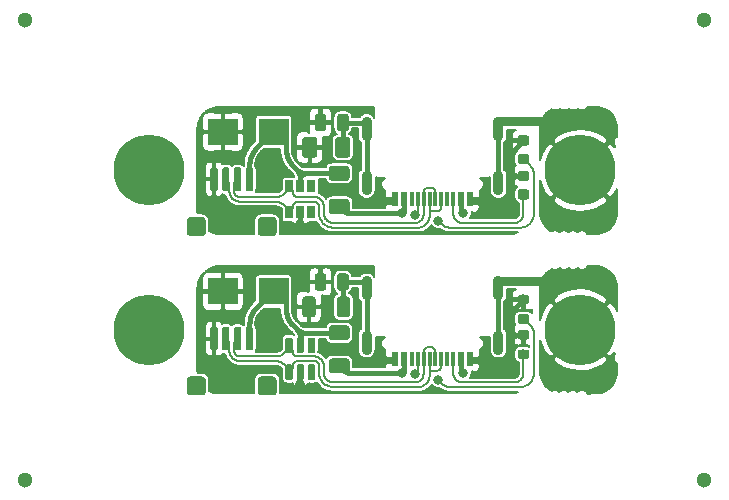
<source format=gbr>
G04 #@! TF.GenerationSoftware,KiCad,Pcbnew,(5.1.4)-1*
G04 #@! TF.CreationDate,2021-03-22T01:51:54-07:00*
G04 #@! TF.ProjectId,panelize,70616e65-6c69-47a6-952e-6b696361645f,rev?*
G04 #@! TF.SameCoordinates,Original*
G04 #@! TF.FileFunction,Copper,L2,Bot*
G04 #@! TF.FilePolarity,Positive*
%FSLAX46Y46*%
G04 Gerber Fmt 4.6, Leading zero omitted, Abs format (unit mm)*
G04 Created by KiCad (PCBNEW (5.1.4)-1) date 2021-03-22 01:51:54*
%MOMM*%
%LPD*%
G04 APERTURE LIST*
%ADD10C,1.300000*%
%ADD11O,0.900000X2.050000*%
%ADD12R,0.300000X1.300000*%
%ADD13R,0.600000X1.300000*%
%ADD14C,0.100000*%
%ADD15C,0.600000*%
%ADD16C,1.125000*%
%ADD17C,0.800000*%
%ADD18C,1.600000*%
%ADD19C,6.000000*%
%ADD20C,1.250000*%
%ADD21R,2.500000X2.300000*%
%ADD22C,1.000000*%
%ADD23R,0.650000X1.060000*%
%ADD24C,0.875000*%
%ADD25C,0.400000*%
%ADD26C,0.800000*%
%ADD27C,0.200000*%
G04 APERTURE END LIST*
D10*
X23000000Y-32000000D03*
X-34500000Y-32000000D03*
X23000000Y7000000D03*
X-34500000Y7000000D03*
D11*
X5575000Y-15730000D03*
X-5575000Y-15730000D03*
X5575000Y-20330000D03*
X-5575000Y-20330000D03*
D12*
X-250000Y-21700000D03*
X250000Y-21700000D03*
X750000Y-21700000D03*
X-750000Y-21700000D03*
X1250000Y-21700000D03*
X-1250000Y-21700000D03*
X1750000Y-21700000D03*
X-1750000Y-21700000D03*
D13*
X-2400000Y-21700000D03*
X2400000Y-21700000D03*
X-3200000Y-21700000D03*
X3200000Y-21700000D03*
D14*
G36*
X-10085297Y-19900722D02*
G01*
X-10070736Y-19902882D01*
X-10056457Y-19906459D01*
X-10042597Y-19911418D01*
X-10029290Y-19917712D01*
X-10016664Y-19925280D01*
X-10004841Y-19934048D01*
X-9993934Y-19943934D01*
X-9984048Y-19954841D01*
X-9975280Y-19966664D01*
X-9967712Y-19979290D01*
X-9961418Y-19992597D01*
X-9956459Y-20006457D01*
X-9952882Y-20020736D01*
X-9950722Y-20035297D01*
X-9950000Y-20050000D01*
X-9950000Y-21075000D01*
X-9950722Y-21089703D01*
X-9952882Y-21104264D01*
X-9956459Y-21118543D01*
X-9961418Y-21132403D01*
X-9967712Y-21145710D01*
X-9975280Y-21158336D01*
X-9984048Y-21170159D01*
X-9993934Y-21181066D01*
X-10004841Y-21190952D01*
X-10016664Y-21199720D01*
X-10029290Y-21207288D01*
X-10042597Y-21213582D01*
X-10056457Y-21218541D01*
X-10070736Y-21222118D01*
X-10085297Y-21224278D01*
X-10100000Y-21225000D01*
X-10400000Y-21225000D01*
X-10414703Y-21224278D01*
X-10429264Y-21222118D01*
X-10443543Y-21218541D01*
X-10457403Y-21213582D01*
X-10470710Y-21207288D01*
X-10483336Y-21199720D01*
X-10495159Y-21190952D01*
X-10506066Y-21181066D01*
X-10515952Y-21170159D01*
X-10524720Y-21158336D01*
X-10532288Y-21145710D01*
X-10538582Y-21132403D01*
X-10543541Y-21118543D01*
X-10547118Y-21104264D01*
X-10549278Y-21089703D01*
X-10550000Y-21075000D01*
X-10550000Y-20050000D01*
X-10549278Y-20035297D01*
X-10547118Y-20020736D01*
X-10543541Y-20006457D01*
X-10538582Y-19992597D01*
X-10532288Y-19979290D01*
X-10524720Y-19966664D01*
X-10515952Y-19954841D01*
X-10506066Y-19943934D01*
X-10495159Y-19934048D01*
X-10483336Y-19925280D01*
X-10470710Y-19917712D01*
X-10457403Y-19911418D01*
X-10443543Y-19906459D01*
X-10429264Y-19902882D01*
X-10414703Y-19900722D01*
X-10400000Y-19900000D01*
X-10100000Y-19900000D01*
X-10085297Y-19900722D01*
X-10085297Y-19900722D01*
G37*
D15*
X-10250000Y-20562500D03*
D14*
G36*
X-11035297Y-19900722D02*
G01*
X-11020736Y-19902882D01*
X-11006457Y-19906459D01*
X-10992597Y-19911418D01*
X-10979290Y-19917712D01*
X-10966664Y-19925280D01*
X-10954841Y-19934048D01*
X-10943934Y-19943934D01*
X-10934048Y-19954841D01*
X-10925280Y-19966664D01*
X-10917712Y-19979290D01*
X-10911418Y-19992597D01*
X-10906459Y-20006457D01*
X-10902882Y-20020736D01*
X-10900722Y-20035297D01*
X-10900000Y-20050000D01*
X-10900000Y-21075000D01*
X-10900722Y-21089703D01*
X-10902882Y-21104264D01*
X-10906459Y-21118543D01*
X-10911418Y-21132403D01*
X-10917712Y-21145710D01*
X-10925280Y-21158336D01*
X-10934048Y-21170159D01*
X-10943934Y-21181066D01*
X-10954841Y-21190952D01*
X-10966664Y-21199720D01*
X-10979290Y-21207288D01*
X-10992597Y-21213582D01*
X-11006457Y-21218541D01*
X-11020736Y-21222118D01*
X-11035297Y-21224278D01*
X-11050000Y-21225000D01*
X-11350000Y-21225000D01*
X-11364703Y-21224278D01*
X-11379264Y-21222118D01*
X-11393543Y-21218541D01*
X-11407403Y-21213582D01*
X-11420710Y-21207288D01*
X-11433336Y-21199720D01*
X-11445159Y-21190952D01*
X-11456066Y-21181066D01*
X-11465952Y-21170159D01*
X-11474720Y-21158336D01*
X-11482288Y-21145710D01*
X-11488582Y-21132403D01*
X-11493541Y-21118543D01*
X-11497118Y-21104264D01*
X-11499278Y-21089703D01*
X-11500000Y-21075000D01*
X-11500000Y-20050000D01*
X-11499278Y-20035297D01*
X-11497118Y-20020736D01*
X-11493541Y-20006457D01*
X-11488582Y-19992597D01*
X-11482288Y-19979290D01*
X-11474720Y-19966664D01*
X-11465952Y-19954841D01*
X-11456066Y-19943934D01*
X-11445159Y-19934048D01*
X-11433336Y-19925280D01*
X-11420710Y-19917712D01*
X-11407403Y-19911418D01*
X-11393543Y-19906459D01*
X-11379264Y-19902882D01*
X-11364703Y-19900722D01*
X-11350000Y-19900000D01*
X-11050000Y-19900000D01*
X-11035297Y-19900722D01*
X-11035297Y-19900722D01*
G37*
D15*
X-11200000Y-20562500D03*
D14*
G36*
X-11985297Y-19900722D02*
G01*
X-11970736Y-19902882D01*
X-11956457Y-19906459D01*
X-11942597Y-19911418D01*
X-11929290Y-19917712D01*
X-11916664Y-19925280D01*
X-11904841Y-19934048D01*
X-11893934Y-19943934D01*
X-11884048Y-19954841D01*
X-11875280Y-19966664D01*
X-11867712Y-19979290D01*
X-11861418Y-19992597D01*
X-11856459Y-20006457D01*
X-11852882Y-20020736D01*
X-11850722Y-20035297D01*
X-11850000Y-20050000D01*
X-11850000Y-21075000D01*
X-11850722Y-21089703D01*
X-11852882Y-21104264D01*
X-11856459Y-21118543D01*
X-11861418Y-21132403D01*
X-11867712Y-21145710D01*
X-11875280Y-21158336D01*
X-11884048Y-21170159D01*
X-11893934Y-21181066D01*
X-11904841Y-21190952D01*
X-11916664Y-21199720D01*
X-11929290Y-21207288D01*
X-11942597Y-21213582D01*
X-11956457Y-21218541D01*
X-11970736Y-21222118D01*
X-11985297Y-21224278D01*
X-12000000Y-21225000D01*
X-12300000Y-21225000D01*
X-12314703Y-21224278D01*
X-12329264Y-21222118D01*
X-12343543Y-21218541D01*
X-12357403Y-21213582D01*
X-12370710Y-21207288D01*
X-12383336Y-21199720D01*
X-12395159Y-21190952D01*
X-12406066Y-21181066D01*
X-12415952Y-21170159D01*
X-12424720Y-21158336D01*
X-12432288Y-21145710D01*
X-12438582Y-21132403D01*
X-12443541Y-21118543D01*
X-12447118Y-21104264D01*
X-12449278Y-21089703D01*
X-12450000Y-21075000D01*
X-12450000Y-20050000D01*
X-12449278Y-20035297D01*
X-12447118Y-20020736D01*
X-12443541Y-20006457D01*
X-12438582Y-19992597D01*
X-12432288Y-19979290D01*
X-12424720Y-19966664D01*
X-12415952Y-19954841D01*
X-12406066Y-19943934D01*
X-12395159Y-19934048D01*
X-12383336Y-19925280D01*
X-12370710Y-19917712D01*
X-12357403Y-19911418D01*
X-12343543Y-19906459D01*
X-12329264Y-19902882D01*
X-12314703Y-19900722D01*
X-12300000Y-19900000D01*
X-12000000Y-19900000D01*
X-11985297Y-19900722D01*
X-11985297Y-19900722D01*
G37*
D15*
X-12150000Y-20562500D03*
D14*
G36*
X-11985297Y-22175722D02*
G01*
X-11970736Y-22177882D01*
X-11956457Y-22181459D01*
X-11942597Y-22186418D01*
X-11929290Y-22192712D01*
X-11916664Y-22200280D01*
X-11904841Y-22209048D01*
X-11893934Y-22218934D01*
X-11884048Y-22229841D01*
X-11875280Y-22241664D01*
X-11867712Y-22254290D01*
X-11861418Y-22267597D01*
X-11856459Y-22281457D01*
X-11852882Y-22295736D01*
X-11850722Y-22310297D01*
X-11850000Y-22325000D01*
X-11850000Y-23350000D01*
X-11850722Y-23364703D01*
X-11852882Y-23379264D01*
X-11856459Y-23393543D01*
X-11861418Y-23407403D01*
X-11867712Y-23420710D01*
X-11875280Y-23433336D01*
X-11884048Y-23445159D01*
X-11893934Y-23456066D01*
X-11904841Y-23465952D01*
X-11916664Y-23474720D01*
X-11929290Y-23482288D01*
X-11942597Y-23488582D01*
X-11956457Y-23493541D01*
X-11970736Y-23497118D01*
X-11985297Y-23499278D01*
X-12000000Y-23500000D01*
X-12300000Y-23500000D01*
X-12314703Y-23499278D01*
X-12329264Y-23497118D01*
X-12343543Y-23493541D01*
X-12357403Y-23488582D01*
X-12370710Y-23482288D01*
X-12383336Y-23474720D01*
X-12395159Y-23465952D01*
X-12406066Y-23456066D01*
X-12415952Y-23445159D01*
X-12424720Y-23433336D01*
X-12432288Y-23420710D01*
X-12438582Y-23407403D01*
X-12443541Y-23393543D01*
X-12447118Y-23379264D01*
X-12449278Y-23364703D01*
X-12450000Y-23350000D01*
X-12450000Y-22325000D01*
X-12449278Y-22310297D01*
X-12447118Y-22295736D01*
X-12443541Y-22281457D01*
X-12438582Y-22267597D01*
X-12432288Y-22254290D01*
X-12424720Y-22241664D01*
X-12415952Y-22229841D01*
X-12406066Y-22218934D01*
X-12395159Y-22209048D01*
X-12383336Y-22200280D01*
X-12370710Y-22192712D01*
X-12357403Y-22186418D01*
X-12343543Y-22181459D01*
X-12329264Y-22177882D01*
X-12314703Y-22175722D01*
X-12300000Y-22175000D01*
X-12000000Y-22175000D01*
X-11985297Y-22175722D01*
X-11985297Y-22175722D01*
G37*
D15*
X-12150000Y-22837500D03*
D14*
G36*
X-11035297Y-22175722D02*
G01*
X-11020736Y-22177882D01*
X-11006457Y-22181459D01*
X-10992597Y-22186418D01*
X-10979290Y-22192712D01*
X-10966664Y-22200280D01*
X-10954841Y-22209048D01*
X-10943934Y-22218934D01*
X-10934048Y-22229841D01*
X-10925280Y-22241664D01*
X-10917712Y-22254290D01*
X-10911418Y-22267597D01*
X-10906459Y-22281457D01*
X-10902882Y-22295736D01*
X-10900722Y-22310297D01*
X-10900000Y-22325000D01*
X-10900000Y-23350000D01*
X-10900722Y-23364703D01*
X-10902882Y-23379264D01*
X-10906459Y-23393543D01*
X-10911418Y-23407403D01*
X-10917712Y-23420710D01*
X-10925280Y-23433336D01*
X-10934048Y-23445159D01*
X-10943934Y-23456066D01*
X-10954841Y-23465952D01*
X-10966664Y-23474720D01*
X-10979290Y-23482288D01*
X-10992597Y-23488582D01*
X-11006457Y-23493541D01*
X-11020736Y-23497118D01*
X-11035297Y-23499278D01*
X-11050000Y-23500000D01*
X-11350000Y-23500000D01*
X-11364703Y-23499278D01*
X-11379264Y-23497118D01*
X-11393543Y-23493541D01*
X-11407403Y-23488582D01*
X-11420710Y-23482288D01*
X-11433336Y-23474720D01*
X-11445159Y-23465952D01*
X-11456066Y-23456066D01*
X-11465952Y-23445159D01*
X-11474720Y-23433336D01*
X-11482288Y-23420710D01*
X-11488582Y-23407403D01*
X-11493541Y-23393543D01*
X-11497118Y-23379264D01*
X-11499278Y-23364703D01*
X-11500000Y-23350000D01*
X-11500000Y-22325000D01*
X-11499278Y-22310297D01*
X-11497118Y-22295736D01*
X-11493541Y-22281457D01*
X-11488582Y-22267597D01*
X-11482288Y-22254290D01*
X-11474720Y-22241664D01*
X-11465952Y-22229841D01*
X-11456066Y-22218934D01*
X-11445159Y-22209048D01*
X-11433336Y-22200280D01*
X-11420710Y-22192712D01*
X-11407403Y-22186418D01*
X-11393543Y-22181459D01*
X-11379264Y-22177882D01*
X-11364703Y-22175722D01*
X-11350000Y-22175000D01*
X-11050000Y-22175000D01*
X-11035297Y-22175722D01*
X-11035297Y-22175722D01*
G37*
D15*
X-11200000Y-22837500D03*
D14*
G36*
X-10085297Y-22175722D02*
G01*
X-10070736Y-22177882D01*
X-10056457Y-22181459D01*
X-10042597Y-22186418D01*
X-10029290Y-22192712D01*
X-10016664Y-22200280D01*
X-10004841Y-22209048D01*
X-9993934Y-22218934D01*
X-9984048Y-22229841D01*
X-9975280Y-22241664D01*
X-9967712Y-22254290D01*
X-9961418Y-22267597D01*
X-9956459Y-22281457D01*
X-9952882Y-22295736D01*
X-9950722Y-22310297D01*
X-9950000Y-22325000D01*
X-9950000Y-23350000D01*
X-9950722Y-23364703D01*
X-9952882Y-23379264D01*
X-9956459Y-23393543D01*
X-9961418Y-23407403D01*
X-9967712Y-23420710D01*
X-9975280Y-23433336D01*
X-9984048Y-23445159D01*
X-9993934Y-23456066D01*
X-10004841Y-23465952D01*
X-10016664Y-23474720D01*
X-10029290Y-23482288D01*
X-10042597Y-23488582D01*
X-10056457Y-23493541D01*
X-10070736Y-23497118D01*
X-10085297Y-23499278D01*
X-10100000Y-23500000D01*
X-10400000Y-23500000D01*
X-10414703Y-23499278D01*
X-10429264Y-23497118D01*
X-10443543Y-23493541D01*
X-10457403Y-23488582D01*
X-10470710Y-23482288D01*
X-10483336Y-23474720D01*
X-10495159Y-23465952D01*
X-10506066Y-23456066D01*
X-10515952Y-23445159D01*
X-10524720Y-23433336D01*
X-10532288Y-23420710D01*
X-10538582Y-23407403D01*
X-10543541Y-23393543D01*
X-10547118Y-23379264D01*
X-10549278Y-23364703D01*
X-10550000Y-23350000D01*
X-10550000Y-22325000D01*
X-10549278Y-22310297D01*
X-10547118Y-22295736D01*
X-10543541Y-22281457D01*
X-10538582Y-22267597D01*
X-10532288Y-22254290D01*
X-10524720Y-22241664D01*
X-10515952Y-22229841D01*
X-10506066Y-22218934D01*
X-10495159Y-22209048D01*
X-10483336Y-22200280D01*
X-10470710Y-22192712D01*
X-10457403Y-22186418D01*
X-10443543Y-22181459D01*
X-10429264Y-22177882D01*
X-10414703Y-22175722D01*
X-10400000Y-22175000D01*
X-10100000Y-22175000D01*
X-10085297Y-22175722D01*
X-10085297Y-22175722D01*
G37*
D15*
X-10250000Y-22837500D03*
D14*
G36*
X-10125495Y-16426204D02*
G01*
X-10101227Y-16429804D01*
X-10077428Y-16435765D01*
X-10054329Y-16444030D01*
X-10032150Y-16454520D01*
X-10011107Y-16467132D01*
X-9991401Y-16481747D01*
X-9973223Y-16498223D01*
X-9956747Y-16516401D01*
X-9942132Y-16536107D01*
X-9929520Y-16557150D01*
X-9919030Y-16579329D01*
X-9910765Y-16602428D01*
X-9904804Y-16626227D01*
X-9901204Y-16650495D01*
X-9900000Y-16674999D01*
X-9900000Y-17925001D01*
X-9901204Y-17949505D01*
X-9904804Y-17973773D01*
X-9910765Y-17997572D01*
X-9919030Y-18020671D01*
X-9929520Y-18042850D01*
X-9942132Y-18063893D01*
X-9956747Y-18083599D01*
X-9973223Y-18101777D01*
X-9991401Y-18118253D01*
X-10011107Y-18132868D01*
X-10032150Y-18145480D01*
X-10054329Y-18155970D01*
X-10077428Y-18164235D01*
X-10101227Y-18170196D01*
X-10125495Y-18173796D01*
X-10149999Y-18175000D01*
X-10775001Y-18175000D01*
X-10799505Y-18173796D01*
X-10823773Y-18170196D01*
X-10847572Y-18164235D01*
X-10870671Y-18155970D01*
X-10892850Y-18145480D01*
X-10913893Y-18132868D01*
X-10933599Y-18118253D01*
X-10951777Y-18101777D01*
X-10968253Y-18083599D01*
X-10982868Y-18063893D01*
X-10995480Y-18042850D01*
X-11005970Y-18020671D01*
X-11014235Y-17997572D01*
X-11020196Y-17973773D01*
X-11023796Y-17949505D01*
X-11025000Y-17925001D01*
X-11025000Y-16674999D01*
X-11023796Y-16650495D01*
X-11020196Y-16626227D01*
X-11014235Y-16602428D01*
X-11005970Y-16579329D01*
X-10995480Y-16557150D01*
X-10982868Y-16536107D01*
X-10968253Y-16516401D01*
X-10951777Y-16498223D01*
X-10933599Y-16481747D01*
X-10913893Y-16467132D01*
X-10892850Y-16454520D01*
X-10870671Y-16444030D01*
X-10847572Y-16435765D01*
X-10823773Y-16429804D01*
X-10799505Y-16426204D01*
X-10775001Y-16425000D01*
X-10149999Y-16425000D01*
X-10125495Y-16426204D01*
X-10125495Y-16426204D01*
G37*
D16*
X-10462500Y-17300000D03*
D14*
G36*
X-7200495Y-16426204D02*
G01*
X-7176227Y-16429804D01*
X-7152428Y-16435765D01*
X-7129329Y-16444030D01*
X-7107150Y-16454520D01*
X-7086107Y-16467132D01*
X-7066401Y-16481747D01*
X-7048223Y-16498223D01*
X-7031747Y-16516401D01*
X-7017132Y-16536107D01*
X-7004520Y-16557150D01*
X-6994030Y-16579329D01*
X-6985765Y-16602428D01*
X-6979804Y-16626227D01*
X-6976204Y-16650495D01*
X-6975000Y-16674999D01*
X-6975000Y-17925001D01*
X-6976204Y-17949505D01*
X-6979804Y-17973773D01*
X-6985765Y-17997572D01*
X-6994030Y-18020671D01*
X-7004520Y-18042850D01*
X-7017132Y-18063893D01*
X-7031747Y-18083599D01*
X-7048223Y-18101777D01*
X-7066401Y-18118253D01*
X-7086107Y-18132868D01*
X-7107150Y-18145480D01*
X-7129329Y-18155970D01*
X-7152428Y-18164235D01*
X-7176227Y-18170196D01*
X-7200495Y-18173796D01*
X-7224999Y-18175000D01*
X-7850001Y-18175000D01*
X-7874505Y-18173796D01*
X-7898773Y-18170196D01*
X-7922572Y-18164235D01*
X-7945671Y-18155970D01*
X-7967850Y-18145480D01*
X-7988893Y-18132868D01*
X-8008599Y-18118253D01*
X-8026777Y-18101777D01*
X-8043253Y-18083599D01*
X-8057868Y-18063893D01*
X-8070480Y-18042850D01*
X-8080970Y-18020671D01*
X-8089235Y-17997572D01*
X-8095196Y-17973773D01*
X-8098796Y-17949505D01*
X-8100000Y-17925001D01*
X-8100000Y-16674999D01*
X-8098796Y-16650495D01*
X-8095196Y-16626227D01*
X-8089235Y-16602428D01*
X-8080970Y-16579329D01*
X-8070480Y-16557150D01*
X-8057868Y-16536107D01*
X-8043253Y-16516401D01*
X-8026777Y-16498223D01*
X-8008599Y-16481747D01*
X-7988893Y-16467132D01*
X-7967850Y-16454520D01*
X-7945671Y-16444030D01*
X-7922572Y-16435765D01*
X-7898773Y-16429804D01*
X-7874505Y-16426204D01*
X-7850001Y-16425000D01*
X-7224999Y-16425000D01*
X-7200495Y-16426204D01*
X-7200495Y-16426204D01*
G37*
D16*
X-7537500Y-17300000D03*
D14*
G36*
X7994603Y-20925963D02*
G01*
X8014018Y-20928843D01*
X8033057Y-20933612D01*
X8051537Y-20940224D01*
X8069279Y-20948616D01*
X8086114Y-20958706D01*
X8101879Y-20970398D01*
X8116421Y-20983579D01*
X8129602Y-20998121D01*
X8141294Y-21013886D01*
X8151384Y-21030721D01*
X8159776Y-21048463D01*
X8166388Y-21066943D01*
X8171157Y-21085982D01*
X8174037Y-21105397D01*
X8175000Y-21125000D01*
X8175000Y-21525000D01*
X8174037Y-21544603D01*
X8171157Y-21564018D01*
X8166388Y-21583057D01*
X8159776Y-21601537D01*
X8151384Y-21619279D01*
X8141294Y-21636114D01*
X8129602Y-21651879D01*
X8116421Y-21666421D01*
X8101879Y-21679602D01*
X8086114Y-21691294D01*
X8069279Y-21701384D01*
X8051537Y-21709776D01*
X8033057Y-21716388D01*
X8014018Y-21721157D01*
X7994603Y-21724037D01*
X7975000Y-21725000D01*
X7425000Y-21725000D01*
X7405397Y-21724037D01*
X7385982Y-21721157D01*
X7366943Y-21716388D01*
X7348463Y-21709776D01*
X7330721Y-21701384D01*
X7313886Y-21691294D01*
X7298121Y-21679602D01*
X7283579Y-21666421D01*
X7270398Y-21651879D01*
X7258706Y-21636114D01*
X7248616Y-21619279D01*
X7240224Y-21601537D01*
X7233612Y-21583057D01*
X7228843Y-21564018D01*
X7225963Y-21544603D01*
X7225000Y-21525000D01*
X7225000Y-21125000D01*
X7225963Y-21105397D01*
X7228843Y-21085982D01*
X7233612Y-21066943D01*
X7240224Y-21048463D01*
X7248616Y-21030721D01*
X7258706Y-21013886D01*
X7270398Y-20998121D01*
X7283579Y-20983579D01*
X7298121Y-20970398D01*
X7313886Y-20958706D01*
X7330721Y-20948616D01*
X7348463Y-20940224D01*
X7366943Y-20933612D01*
X7385982Y-20928843D01*
X7405397Y-20925963D01*
X7425000Y-20925000D01*
X7975000Y-20925000D01*
X7994603Y-20925963D01*
X7994603Y-20925963D01*
G37*
D17*
X7700000Y-21325000D03*
D14*
G36*
X7994603Y-19275963D02*
G01*
X8014018Y-19278843D01*
X8033057Y-19283612D01*
X8051537Y-19290224D01*
X8069279Y-19298616D01*
X8086114Y-19308706D01*
X8101879Y-19320398D01*
X8116421Y-19333579D01*
X8129602Y-19348121D01*
X8141294Y-19363886D01*
X8151384Y-19380721D01*
X8159776Y-19398463D01*
X8166388Y-19416943D01*
X8171157Y-19435982D01*
X8174037Y-19455397D01*
X8175000Y-19475000D01*
X8175000Y-19875000D01*
X8174037Y-19894603D01*
X8171157Y-19914018D01*
X8166388Y-19933057D01*
X8159776Y-19951537D01*
X8151384Y-19969279D01*
X8141294Y-19986114D01*
X8129602Y-20001879D01*
X8116421Y-20016421D01*
X8101879Y-20029602D01*
X8086114Y-20041294D01*
X8069279Y-20051384D01*
X8051537Y-20059776D01*
X8033057Y-20066388D01*
X8014018Y-20071157D01*
X7994603Y-20074037D01*
X7975000Y-20075000D01*
X7425000Y-20075000D01*
X7405397Y-20074037D01*
X7385982Y-20071157D01*
X7366943Y-20066388D01*
X7348463Y-20059776D01*
X7330721Y-20051384D01*
X7313886Y-20041294D01*
X7298121Y-20029602D01*
X7283579Y-20016421D01*
X7270398Y-20001879D01*
X7258706Y-19986114D01*
X7248616Y-19969279D01*
X7240224Y-19951537D01*
X7233612Y-19933057D01*
X7228843Y-19914018D01*
X7225963Y-19894603D01*
X7225000Y-19875000D01*
X7225000Y-19475000D01*
X7225963Y-19455397D01*
X7228843Y-19435982D01*
X7233612Y-19416943D01*
X7240224Y-19398463D01*
X7248616Y-19380721D01*
X7258706Y-19363886D01*
X7270398Y-19348121D01*
X7283579Y-19333579D01*
X7298121Y-19320398D01*
X7313886Y-19308706D01*
X7330721Y-19298616D01*
X7348463Y-19290224D01*
X7366943Y-19283612D01*
X7385982Y-19278843D01*
X7405397Y-19275963D01*
X7425000Y-19275000D01*
X7975000Y-19275000D01*
X7994603Y-19275963D01*
X7994603Y-19275963D01*
G37*
D17*
X7700000Y-19675000D03*
D14*
G36*
X7994603Y-17925963D02*
G01*
X8014018Y-17928843D01*
X8033057Y-17933612D01*
X8051537Y-17940224D01*
X8069279Y-17948616D01*
X8086114Y-17958706D01*
X8101879Y-17970398D01*
X8116421Y-17983579D01*
X8129602Y-17998121D01*
X8141294Y-18013886D01*
X8151384Y-18030721D01*
X8159776Y-18048463D01*
X8166388Y-18066943D01*
X8171157Y-18085982D01*
X8174037Y-18105397D01*
X8175000Y-18125000D01*
X8175000Y-18525000D01*
X8174037Y-18544603D01*
X8171157Y-18564018D01*
X8166388Y-18583057D01*
X8159776Y-18601537D01*
X8151384Y-18619279D01*
X8141294Y-18636114D01*
X8129602Y-18651879D01*
X8116421Y-18666421D01*
X8101879Y-18679602D01*
X8086114Y-18691294D01*
X8069279Y-18701384D01*
X8051537Y-18709776D01*
X8033057Y-18716388D01*
X8014018Y-18721157D01*
X7994603Y-18724037D01*
X7975000Y-18725000D01*
X7425000Y-18725000D01*
X7405397Y-18724037D01*
X7385982Y-18721157D01*
X7366943Y-18716388D01*
X7348463Y-18709776D01*
X7330721Y-18701384D01*
X7313886Y-18691294D01*
X7298121Y-18679602D01*
X7283579Y-18666421D01*
X7270398Y-18651879D01*
X7258706Y-18636114D01*
X7248616Y-18619279D01*
X7240224Y-18601537D01*
X7233612Y-18583057D01*
X7228843Y-18564018D01*
X7225963Y-18544603D01*
X7225000Y-18525000D01*
X7225000Y-18125000D01*
X7225963Y-18105397D01*
X7228843Y-18085982D01*
X7233612Y-18066943D01*
X7240224Y-18048463D01*
X7248616Y-18030721D01*
X7258706Y-18013886D01*
X7270398Y-17998121D01*
X7283579Y-17983579D01*
X7298121Y-17970398D01*
X7313886Y-17958706D01*
X7330721Y-17948616D01*
X7348463Y-17940224D01*
X7366943Y-17933612D01*
X7385982Y-17928843D01*
X7405397Y-17925963D01*
X7425000Y-17925000D01*
X7975000Y-17925000D01*
X7994603Y-17925963D01*
X7994603Y-17925963D01*
G37*
D17*
X7700000Y-18325000D03*
D14*
G36*
X7994603Y-16275963D02*
G01*
X8014018Y-16278843D01*
X8033057Y-16283612D01*
X8051537Y-16290224D01*
X8069279Y-16298616D01*
X8086114Y-16308706D01*
X8101879Y-16320398D01*
X8116421Y-16333579D01*
X8129602Y-16348121D01*
X8141294Y-16363886D01*
X8151384Y-16380721D01*
X8159776Y-16398463D01*
X8166388Y-16416943D01*
X8171157Y-16435982D01*
X8174037Y-16455397D01*
X8175000Y-16475000D01*
X8175000Y-16875000D01*
X8174037Y-16894603D01*
X8171157Y-16914018D01*
X8166388Y-16933057D01*
X8159776Y-16951537D01*
X8151384Y-16969279D01*
X8141294Y-16986114D01*
X8129602Y-17001879D01*
X8116421Y-17016421D01*
X8101879Y-17029602D01*
X8086114Y-17041294D01*
X8069279Y-17051384D01*
X8051537Y-17059776D01*
X8033057Y-17066388D01*
X8014018Y-17071157D01*
X7994603Y-17074037D01*
X7975000Y-17075000D01*
X7425000Y-17075000D01*
X7405397Y-17074037D01*
X7385982Y-17071157D01*
X7366943Y-17066388D01*
X7348463Y-17059776D01*
X7330721Y-17051384D01*
X7313886Y-17041294D01*
X7298121Y-17029602D01*
X7283579Y-17016421D01*
X7270398Y-17001879D01*
X7258706Y-16986114D01*
X7248616Y-16969279D01*
X7240224Y-16951537D01*
X7233612Y-16933057D01*
X7228843Y-16914018D01*
X7225963Y-16894603D01*
X7225000Y-16875000D01*
X7225000Y-16475000D01*
X7225963Y-16455397D01*
X7228843Y-16435982D01*
X7233612Y-16416943D01*
X7240224Y-16398463D01*
X7248616Y-16380721D01*
X7258706Y-16363886D01*
X7270398Y-16348121D01*
X7283579Y-16333579D01*
X7298121Y-16320398D01*
X7313886Y-16308706D01*
X7330721Y-16298616D01*
X7348463Y-16290224D01*
X7366943Y-16283612D01*
X7385982Y-16278843D01*
X7405397Y-16275963D01*
X7425000Y-16275000D01*
X7975000Y-16275000D01*
X7994603Y-16275963D01*
X7994603Y-16275963D01*
G37*
D17*
X7700000Y-16675000D03*
D14*
G36*
X-19488635Y-23201541D02*
G01*
X-19457571Y-23206149D01*
X-19427109Y-23213779D01*
X-19397541Y-23224359D01*
X-19369153Y-23237785D01*
X-19342218Y-23253930D01*
X-19316994Y-23272637D01*
X-19293726Y-23293726D01*
X-19272637Y-23316994D01*
X-19253930Y-23342218D01*
X-19237785Y-23369153D01*
X-19224359Y-23397541D01*
X-19213779Y-23427109D01*
X-19206149Y-23457571D01*
X-19201541Y-23488635D01*
X-19200000Y-23520000D01*
X-19200000Y-24480000D01*
X-19201541Y-24511365D01*
X-19206149Y-24542429D01*
X-19213779Y-24572891D01*
X-19224359Y-24602459D01*
X-19237785Y-24630847D01*
X-19253930Y-24657782D01*
X-19272637Y-24683006D01*
X-19293726Y-24706274D01*
X-19316994Y-24727363D01*
X-19342218Y-24746070D01*
X-19369153Y-24762215D01*
X-19397541Y-24775641D01*
X-19427109Y-24786221D01*
X-19457571Y-24793851D01*
X-19488635Y-24798459D01*
X-19520000Y-24800000D01*
X-20480000Y-24800000D01*
X-20511365Y-24798459D01*
X-20542429Y-24793851D01*
X-20572891Y-24786221D01*
X-20602459Y-24775641D01*
X-20630847Y-24762215D01*
X-20657782Y-24746070D01*
X-20683006Y-24727363D01*
X-20706274Y-24706274D01*
X-20727363Y-24683006D01*
X-20746070Y-24657782D01*
X-20762215Y-24630847D01*
X-20775641Y-24602459D01*
X-20786221Y-24572891D01*
X-20793851Y-24542429D01*
X-20798459Y-24511365D01*
X-20800000Y-24480000D01*
X-20800000Y-23520000D01*
X-20798459Y-23488635D01*
X-20793851Y-23457571D01*
X-20786221Y-23427109D01*
X-20775641Y-23397541D01*
X-20762215Y-23369153D01*
X-20746070Y-23342218D01*
X-20727363Y-23316994D01*
X-20706274Y-23293726D01*
X-20683006Y-23272637D01*
X-20657782Y-23253930D01*
X-20630847Y-23237785D01*
X-20602459Y-23224359D01*
X-20572891Y-23213779D01*
X-20542429Y-23206149D01*
X-20511365Y-23201541D01*
X-20480000Y-23200000D01*
X-19520000Y-23200000D01*
X-19488635Y-23201541D01*
X-19488635Y-23201541D01*
G37*
D18*
X-20000000Y-24000000D03*
D14*
G36*
X-13488635Y-23201541D02*
G01*
X-13457571Y-23206149D01*
X-13427109Y-23213779D01*
X-13397541Y-23224359D01*
X-13369153Y-23237785D01*
X-13342218Y-23253930D01*
X-13316994Y-23272637D01*
X-13293726Y-23293726D01*
X-13272637Y-23316994D01*
X-13253930Y-23342218D01*
X-13237785Y-23369153D01*
X-13224359Y-23397541D01*
X-13213779Y-23427109D01*
X-13206149Y-23457571D01*
X-13201541Y-23488635D01*
X-13200000Y-23520000D01*
X-13200000Y-24480000D01*
X-13201541Y-24511365D01*
X-13206149Y-24542429D01*
X-13213779Y-24572891D01*
X-13224359Y-24602459D01*
X-13237785Y-24630847D01*
X-13253930Y-24657782D01*
X-13272637Y-24683006D01*
X-13293726Y-24706274D01*
X-13316994Y-24727363D01*
X-13342218Y-24746070D01*
X-13369153Y-24762215D01*
X-13397541Y-24775641D01*
X-13427109Y-24786221D01*
X-13457571Y-24793851D01*
X-13488635Y-24798459D01*
X-13520000Y-24800000D01*
X-14480000Y-24800000D01*
X-14511365Y-24798459D01*
X-14542429Y-24793851D01*
X-14572891Y-24786221D01*
X-14602459Y-24775641D01*
X-14630847Y-24762215D01*
X-14657782Y-24746070D01*
X-14683006Y-24727363D01*
X-14706274Y-24706274D01*
X-14727363Y-24683006D01*
X-14746070Y-24657782D01*
X-14762215Y-24630847D01*
X-14775641Y-24602459D01*
X-14786221Y-24572891D01*
X-14793851Y-24542429D01*
X-14798459Y-24511365D01*
X-14800000Y-24480000D01*
X-14800000Y-23520000D01*
X-14798459Y-23488635D01*
X-14793851Y-23457571D01*
X-14786221Y-23427109D01*
X-14775641Y-23397541D01*
X-14762215Y-23369153D01*
X-14746070Y-23342218D01*
X-14727363Y-23316994D01*
X-14706274Y-23293726D01*
X-14683006Y-23272637D01*
X-14657782Y-23253930D01*
X-14630847Y-23237785D01*
X-14602459Y-23224359D01*
X-14572891Y-23213779D01*
X-14542429Y-23206149D01*
X-14511365Y-23201541D01*
X-14480000Y-23200000D01*
X-13520000Y-23200000D01*
X-13488635Y-23201541D01*
X-13488635Y-23201541D01*
G37*
D18*
X-14000000Y-24000000D03*
D14*
G36*
X-18335297Y-19000722D02*
G01*
X-18320736Y-19002882D01*
X-18306457Y-19006459D01*
X-18292597Y-19011418D01*
X-18279290Y-19017712D01*
X-18266664Y-19025280D01*
X-18254841Y-19034048D01*
X-18243934Y-19043934D01*
X-18234048Y-19054841D01*
X-18225280Y-19066664D01*
X-18217712Y-19079290D01*
X-18211418Y-19092597D01*
X-18206459Y-19106457D01*
X-18202882Y-19120736D01*
X-18200722Y-19135297D01*
X-18200000Y-19150000D01*
X-18200000Y-20850000D01*
X-18200722Y-20864703D01*
X-18202882Y-20879264D01*
X-18206459Y-20893543D01*
X-18211418Y-20907403D01*
X-18217712Y-20920710D01*
X-18225280Y-20933336D01*
X-18234048Y-20945159D01*
X-18243934Y-20956066D01*
X-18254841Y-20965952D01*
X-18266664Y-20974720D01*
X-18279290Y-20982288D01*
X-18292597Y-20988582D01*
X-18306457Y-20993541D01*
X-18320736Y-20997118D01*
X-18335297Y-20999278D01*
X-18350000Y-21000000D01*
X-18650000Y-21000000D01*
X-18664703Y-20999278D01*
X-18679264Y-20997118D01*
X-18693543Y-20993541D01*
X-18707403Y-20988582D01*
X-18720710Y-20982288D01*
X-18733336Y-20974720D01*
X-18745159Y-20965952D01*
X-18756066Y-20956066D01*
X-18765952Y-20945159D01*
X-18774720Y-20933336D01*
X-18782288Y-20920710D01*
X-18788582Y-20907403D01*
X-18793541Y-20893543D01*
X-18797118Y-20879264D01*
X-18799278Y-20864703D01*
X-18800000Y-20850000D01*
X-18800000Y-19150000D01*
X-18799278Y-19135297D01*
X-18797118Y-19120736D01*
X-18793541Y-19106457D01*
X-18788582Y-19092597D01*
X-18782288Y-19079290D01*
X-18774720Y-19066664D01*
X-18765952Y-19054841D01*
X-18756066Y-19043934D01*
X-18745159Y-19034048D01*
X-18733336Y-19025280D01*
X-18720710Y-19017712D01*
X-18707403Y-19011418D01*
X-18693543Y-19006459D01*
X-18679264Y-19002882D01*
X-18664703Y-19000722D01*
X-18650000Y-19000000D01*
X-18350000Y-19000000D01*
X-18335297Y-19000722D01*
X-18335297Y-19000722D01*
G37*
D15*
X-18500000Y-20000000D03*
D14*
G36*
X-17335297Y-19000722D02*
G01*
X-17320736Y-19002882D01*
X-17306457Y-19006459D01*
X-17292597Y-19011418D01*
X-17279290Y-19017712D01*
X-17266664Y-19025280D01*
X-17254841Y-19034048D01*
X-17243934Y-19043934D01*
X-17234048Y-19054841D01*
X-17225280Y-19066664D01*
X-17217712Y-19079290D01*
X-17211418Y-19092597D01*
X-17206459Y-19106457D01*
X-17202882Y-19120736D01*
X-17200722Y-19135297D01*
X-17200000Y-19150000D01*
X-17200000Y-20850000D01*
X-17200722Y-20864703D01*
X-17202882Y-20879264D01*
X-17206459Y-20893543D01*
X-17211418Y-20907403D01*
X-17217712Y-20920710D01*
X-17225280Y-20933336D01*
X-17234048Y-20945159D01*
X-17243934Y-20956066D01*
X-17254841Y-20965952D01*
X-17266664Y-20974720D01*
X-17279290Y-20982288D01*
X-17292597Y-20988582D01*
X-17306457Y-20993541D01*
X-17320736Y-20997118D01*
X-17335297Y-20999278D01*
X-17350000Y-21000000D01*
X-17650000Y-21000000D01*
X-17664703Y-20999278D01*
X-17679264Y-20997118D01*
X-17693543Y-20993541D01*
X-17707403Y-20988582D01*
X-17720710Y-20982288D01*
X-17733336Y-20974720D01*
X-17745159Y-20965952D01*
X-17756066Y-20956066D01*
X-17765952Y-20945159D01*
X-17774720Y-20933336D01*
X-17782288Y-20920710D01*
X-17788582Y-20907403D01*
X-17793541Y-20893543D01*
X-17797118Y-20879264D01*
X-17799278Y-20864703D01*
X-17800000Y-20850000D01*
X-17800000Y-19150000D01*
X-17799278Y-19135297D01*
X-17797118Y-19120736D01*
X-17793541Y-19106457D01*
X-17788582Y-19092597D01*
X-17782288Y-19079290D01*
X-17774720Y-19066664D01*
X-17765952Y-19054841D01*
X-17756066Y-19043934D01*
X-17745159Y-19034048D01*
X-17733336Y-19025280D01*
X-17720710Y-19017712D01*
X-17707403Y-19011418D01*
X-17693543Y-19006459D01*
X-17679264Y-19002882D01*
X-17664703Y-19000722D01*
X-17650000Y-19000000D01*
X-17350000Y-19000000D01*
X-17335297Y-19000722D01*
X-17335297Y-19000722D01*
G37*
D15*
X-17500000Y-20000000D03*
D14*
G36*
X-16335297Y-19000722D02*
G01*
X-16320736Y-19002882D01*
X-16306457Y-19006459D01*
X-16292597Y-19011418D01*
X-16279290Y-19017712D01*
X-16266664Y-19025280D01*
X-16254841Y-19034048D01*
X-16243934Y-19043934D01*
X-16234048Y-19054841D01*
X-16225280Y-19066664D01*
X-16217712Y-19079290D01*
X-16211418Y-19092597D01*
X-16206459Y-19106457D01*
X-16202882Y-19120736D01*
X-16200722Y-19135297D01*
X-16200000Y-19150000D01*
X-16200000Y-20850000D01*
X-16200722Y-20864703D01*
X-16202882Y-20879264D01*
X-16206459Y-20893543D01*
X-16211418Y-20907403D01*
X-16217712Y-20920710D01*
X-16225280Y-20933336D01*
X-16234048Y-20945159D01*
X-16243934Y-20956066D01*
X-16254841Y-20965952D01*
X-16266664Y-20974720D01*
X-16279290Y-20982288D01*
X-16292597Y-20988582D01*
X-16306457Y-20993541D01*
X-16320736Y-20997118D01*
X-16335297Y-20999278D01*
X-16350000Y-21000000D01*
X-16650000Y-21000000D01*
X-16664703Y-20999278D01*
X-16679264Y-20997118D01*
X-16693543Y-20993541D01*
X-16707403Y-20988582D01*
X-16720710Y-20982288D01*
X-16733336Y-20974720D01*
X-16745159Y-20965952D01*
X-16756066Y-20956066D01*
X-16765952Y-20945159D01*
X-16774720Y-20933336D01*
X-16782288Y-20920710D01*
X-16788582Y-20907403D01*
X-16793541Y-20893543D01*
X-16797118Y-20879264D01*
X-16799278Y-20864703D01*
X-16800000Y-20850000D01*
X-16800000Y-19150000D01*
X-16799278Y-19135297D01*
X-16797118Y-19120736D01*
X-16793541Y-19106457D01*
X-16788582Y-19092597D01*
X-16782288Y-19079290D01*
X-16774720Y-19066664D01*
X-16765952Y-19054841D01*
X-16756066Y-19043934D01*
X-16745159Y-19034048D01*
X-16733336Y-19025280D01*
X-16720710Y-19017712D01*
X-16707403Y-19011418D01*
X-16693543Y-19006459D01*
X-16679264Y-19002882D01*
X-16664703Y-19000722D01*
X-16650000Y-19000000D01*
X-16350000Y-19000000D01*
X-16335297Y-19000722D01*
X-16335297Y-19000722D01*
G37*
D15*
X-16500000Y-20000000D03*
D14*
G36*
X-15335297Y-19000722D02*
G01*
X-15320736Y-19002882D01*
X-15306457Y-19006459D01*
X-15292597Y-19011418D01*
X-15279290Y-19017712D01*
X-15266664Y-19025280D01*
X-15254841Y-19034048D01*
X-15243934Y-19043934D01*
X-15234048Y-19054841D01*
X-15225280Y-19066664D01*
X-15217712Y-19079290D01*
X-15211418Y-19092597D01*
X-15206459Y-19106457D01*
X-15202882Y-19120736D01*
X-15200722Y-19135297D01*
X-15200000Y-19150000D01*
X-15200000Y-20850000D01*
X-15200722Y-20864703D01*
X-15202882Y-20879264D01*
X-15206459Y-20893543D01*
X-15211418Y-20907403D01*
X-15217712Y-20920710D01*
X-15225280Y-20933336D01*
X-15234048Y-20945159D01*
X-15243934Y-20956066D01*
X-15254841Y-20965952D01*
X-15266664Y-20974720D01*
X-15279290Y-20982288D01*
X-15292597Y-20988582D01*
X-15306457Y-20993541D01*
X-15320736Y-20997118D01*
X-15335297Y-20999278D01*
X-15350000Y-21000000D01*
X-15650000Y-21000000D01*
X-15664703Y-20999278D01*
X-15679264Y-20997118D01*
X-15693543Y-20993541D01*
X-15707403Y-20988582D01*
X-15720710Y-20982288D01*
X-15733336Y-20974720D01*
X-15745159Y-20965952D01*
X-15756066Y-20956066D01*
X-15765952Y-20945159D01*
X-15774720Y-20933336D01*
X-15782288Y-20920710D01*
X-15788582Y-20907403D01*
X-15793541Y-20893543D01*
X-15797118Y-20879264D01*
X-15799278Y-20864703D01*
X-15800000Y-20850000D01*
X-15800000Y-19150000D01*
X-15799278Y-19135297D01*
X-15797118Y-19120736D01*
X-15793541Y-19106457D01*
X-15788582Y-19092597D01*
X-15782288Y-19079290D01*
X-15774720Y-19066664D01*
X-15765952Y-19054841D01*
X-15756066Y-19043934D01*
X-15745159Y-19034048D01*
X-15733336Y-19025280D01*
X-15720710Y-19017712D01*
X-15707403Y-19011418D01*
X-15693543Y-19006459D01*
X-15679264Y-19002882D01*
X-15664703Y-19000722D01*
X-15650000Y-19000000D01*
X-15350000Y-19000000D01*
X-15335297Y-19000722D01*
X-15335297Y-19000722D01*
G37*
D15*
X-15500000Y-20000000D03*
D17*
X10873654Y-17623654D03*
X12500000Y-16950000D03*
X14126346Y-17623654D03*
X14800000Y-19250000D03*
X14126346Y-20876346D03*
X12500000Y-21550000D03*
X10873654Y-20876346D03*
X10200000Y-19250000D03*
D19*
X12500000Y-19250000D03*
D17*
X-25626346Y-20876346D03*
X-24000000Y-21550000D03*
X-22373654Y-20876346D03*
X-21700000Y-19250000D03*
X-22373654Y-17623654D03*
X-24000000Y-16950000D03*
X-25626346Y-17623654D03*
X-26300000Y-19250000D03*
D19*
X-24000000Y-19250000D03*
D14*
G36*
X-7250496Y-21676204D02*
G01*
X-7226227Y-21679804D01*
X-7202429Y-21685765D01*
X-7179329Y-21694030D01*
X-7157151Y-21704520D01*
X-7136107Y-21717133D01*
X-7116402Y-21731747D01*
X-7098223Y-21748223D01*
X-7081747Y-21766402D01*
X-7067133Y-21786107D01*
X-7054520Y-21807151D01*
X-7044030Y-21829329D01*
X-7035765Y-21852429D01*
X-7029804Y-21876227D01*
X-7026204Y-21900496D01*
X-7025000Y-21925000D01*
X-7025000Y-22675000D01*
X-7026204Y-22699504D01*
X-7029804Y-22723773D01*
X-7035765Y-22747571D01*
X-7044030Y-22770671D01*
X-7054520Y-22792849D01*
X-7067133Y-22813893D01*
X-7081747Y-22833598D01*
X-7098223Y-22851777D01*
X-7116402Y-22868253D01*
X-7136107Y-22882867D01*
X-7157151Y-22895480D01*
X-7179329Y-22905970D01*
X-7202429Y-22914235D01*
X-7226227Y-22920196D01*
X-7250496Y-22923796D01*
X-7275000Y-22925000D01*
X-8525000Y-22925000D01*
X-8549504Y-22923796D01*
X-8573773Y-22920196D01*
X-8597571Y-22914235D01*
X-8620671Y-22905970D01*
X-8642849Y-22895480D01*
X-8663893Y-22882867D01*
X-8683598Y-22868253D01*
X-8701777Y-22851777D01*
X-8718253Y-22833598D01*
X-8732867Y-22813893D01*
X-8745480Y-22792849D01*
X-8755970Y-22770671D01*
X-8764235Y-22747571D01*
X-8770196Y-22723773D01*
X-8773796Y-22699504D01*
X-8775000Y-22675000D01*
X-8775000Y-21925000D01*
X-8773796Y-21900496D01*
X-8770196Y-21876227D01*
X-8764235Y-21852429D01*
X-8755970Y-21829329D01*
X-8745480Y-21807151D01*
X-8732867Y-21786107D01*
X-8718253Y-21766402D01*
X-8701777Y-21748223D01*
X-8683598Y-21731747D01*
X-8663893Y-21717133D01*
X-8642849Y-21704520D01*
X-8620671Y-21694030D01*
X-8597571Y-21685765D01*
X-8573773Y-21679804D01*
X-8549504Y-21676204D01*
X-8525000Y-21675000D01*
X-7275000Y-21675000D01*
X-7250496Y-21676204D01*
X-7250496Y-21676204D01*
G37*
D20*
X-7900000Y-22300000D03*
D14*
G36*
X-7250496Y-18876204D02*
G01*
X-7226227Y-18879804D01*
X-7202429Y-18885765D01*
X-7179329Y-18894030D01*
X-7157151Y-18904520D01*
X-7136107Y-18917133D01*
X-7116402Y-18931747D01*
X-7098223Y-18948223D01*
X-7081747Y-18966402D01*
X-7067133Y-18986107D01*
X-7054520Y-19007151D01*
X-7044030Y-19029329D01*
X-7035765Y-19052429D01*
X-7029804Y-19076227D01*
X-7026204Y-19100496D01*
X-7025000Y-19125000D01*
X-7025000Y-19875000D01*
X-7026204Y-19899504D01*
X-7029804Y-19923773D01*
X-7035765Y-19947571D01*
X-7044030Y-19970671D01*
X-7054520Y-19992849D01*
X-7067133Y-20013893D01*
X-7081747Y-20033598D01*
X-7098223Y-20051777D01*
X-7116402Y-20068253D01*
X-7136107Y-20082867D01*
X-7157151Y-20095480D01*
X-7179329Y-20105970D01*
X-7202429Y-20114235D01*
X-7226227Y-20120196D01*
X-7250496Y-20123796D01*
X-7275000Y-20125000D01*
X-8525000Y-20125000D01*
X-8549504Y-20123796D01*
X-8573773Y-20120196D01*
X-8597571Y-20114235D01*
X-8620671Y-20105970D01*
X-8642849Y-20095480D01*
X-8663893Y-20082867D01*
X-8683598Y-20068253D01*
X-8701777Y-20051777D01*
X-8718253Y-20033598D01*
X-8732867Y-20013893D01*
X-8745480Y-19992849D01*
X-8755970Y-19970671D01*
X-8764235Y-19947571D01*
X-8770196Y-19923773D01*
X-8773796Y-19899504D01*
X-8775000Y-19875000D01*
X-8775000Y-19125000D01*
X-8773796Y-19100496D01*
X-8770196Y-19076227D01*
X-8764235Y-19052429D01*
X-8755970Y-19029329D01*
X-8745480Y-19007151D01*
X-8732867Y-18986107D01*
X-8718253Y-18966402D01*
X-8701777Y-18948223D01*
X-8683598Y-18931747D01*
X-8663893Y-18917133D01*
X-8642849Y-18904520D01*
X-8620671Y-18894030D01*
X-8597571Y-18885765D01*
X-8573773Y-18879804D01*
X-8549504Y-18876204D01*
X-8525000Y-18875000D01*
X-7275000Y-18875000D01*
X-7250496Y-18876204D01*
X-7250496Y-18876204D01*
G37*
D20*
X-7900000Y-19500000D03*
D21*
X-17750000Y-16000000D03*
X-13450000Y-16000000D03*
D14*
G36*
X-9212996Y-14476204D02*
G01*
X-9188727Y-14479804D01*
X-9164929Y-14485765D01*
X-9141829Y-14494030D01*
X-9119651Y-14504520D01*
X-9098607Y-14517133D01*
X-9078902Y-14531747D01*
X-9060723Y-14548223D01*
X-9044247Y-14566402D01*
X-9029633Y-14586107D01*
X-9017020Y-14607151D01*
X-9006530Y-14629329D01*
X-8998265Y-14652429D01*
X-8992304Y-14676227D01*
X-8988704Y-14700496D01*
X-8987500Y-14725000D01*
X-8987500Y-15675000D01*
X-8988704Y-15699504D01*
X-8992304Y-15723773D01*
X-8998265Y-15747571D01*
X-9006530Y-15770671D01*
X-9017020Y-15792849D01*
X-9029633Y-15813893D01*
X-9044247Y-15833598D01*
X-9060723Y-15851777D01*
X-9078902Y-15868253D01*
X-9098607Y-15882867D01*
X-9119651Y-15895480D01*
X-9141829Y-15905970D01*
X-9164929Y-15914235D01*
X-9188727Y-15920196D01*
X-9212996Y-15923796D01*
X-9237500Y-15925000D01*
X-9737500Y-15925000D01*
X-9762004Y-15923796D01*
X-9786273Y-15920196D01*
X-9810071Y-15914235D01*
X-9833171Y-15905970D01*
X-9855349Y-15895480D01*
X-9876393Y-15882867D01*
X-9896098Y-15868253D01*
X-9914277Y-15851777D01*
X-9930753Y-15833598D01*
X-9945367Y-15813893D01*
X-9957980Y-15792849D01*
X-9968470Y-15770671D01*
X-9976735Y-15747571D01*
X-9982696Y-15723773D01*
X-9986296Y-15699504D01*
X-9987500Y-15675000D01*
X-9987500Y-14725000D01*
X-9986296Y-14700496D01*
X-9982696Y-14676227D01*
X-9976735Y-14652429D01*
X-9968470Y-14629329D01*
X-9957980Y-14607151D01*
X-9945367Y-14586107D01*
X-9930753Y-14566402D01*
X-9914277Y-14548223D01*
X-9896098Y-14531747D01*
X-9876393Y-14517133D01*
X-9855349Y-14504520D01*
X-9833171Y-14494030D01*
X-9810071Y-14485765D01*
X-9786273Y-14479804D01*
X-9762004Y-14476204D01*
X-9737500Y-14475000D01*
X-9237500Y-14475000D01*
X-9212996Y-14476204D01*
X-9212996Y-14476204D01*
G37*
D22*
X-9487500Y-15200000D03*
D14*
G36*
X-7312996Y-14476204D02*
G01*
X-7288727Y-14479804D01*
X-7264929Y-14485765D01*
X-7241829Y-14494030D01*
X-7219651Y-14504520D01*
X-7198607Y-14517133D01*
X-7178902Y-14531747D01*
X-7160723Y-14548223D01*
X-7144247Y-14566402D01*
X-7129633Y-14586107D01*
X-7117020Y-14607151D01*
X-7106530Y-14629329D01*
X-7098265Y-14652429D01*
X-7092304Y-14676227D01*
X-7088704Y-14700496D01*
X-7087500Y-14725000D01*
X-7087500Y-15675000D01*
X-7088704Y-15699504D01*
X-7092304Y-15723773D01*
X-7098265Y-15747571D01*
X-7106530Y-15770671D01*
X-7117020Y-15792849D01*
X-7129633Y-15813893D01*
X-7144247Y-15833598D01*
X-7160723Y-15851777D01*
X-7178902Y-15868253D01*
X-7198607Y-15882867D01*
X-7219651Y-15895480D01*
X-7241829Y-15905970D01*
X-7264929Y-15914235D01*
X-7288727Y-15920196D01*
X-7312996Y-15923796D01*
X-7337500Y-15925000D01*
X-7837500Y-15925000D01*
X-7862004Y-15923796D01*
X-7886273Y-15920196D01*
X-7910071Y-15914235D01*
X-7933171Y-15905970D01*
X-7955349Y-15895480D01*
X-7976393Y-15882867D01*
X-7996098Y-15868253D01*
X-8014277Y-15851777D01*
X-8030753Y-15833598D01*
X-8045367Y-15813893D01*
X-8057980Y-15792849D01*
X-8068470Y-15770671D01*
X-8076735Y-15747571D01*
X-8082696Y-15723773D01*
X-8086296Y-15699504D01*
X-8087500Y-15675000D01*
X-8087500Y-14725000D01*
X-8086296Y-14700496D01*
X-8082696Y-14676227D01*
X-8076735Y-14652429D01*
X-8068470Y-14629329D01*
X-8057980Y-14607151D01*
X-8045367Y-14586107D01*
X-8030753Y-14566402D01*
X-8014277Y-14548223D01*
X-7996098Y-14531747D01*
X-7976393Y-14517133D01*
X-7955349Y-14504520D01*
X-7933171Y-14494030D01*
X-7910071Y-14485765D01*
X-7886273Y-14479804D01*
X-7862004Y-14476204D01*
X-7837500Y-14475000D01*
X-7337500Y-14475000D01*
X-7312996Y-14476204D01*
X-7312996Y-14476204D01*
G37*
D22*
X-7587500Y-15200000D03*
D14*
G36*
X-7312996Y-976204D02*
G01*
X-7288727Y-979804D01*
X-7264929Y-985765D01*
X-7241829Y-994030D01*
X-7219651Y-1004520D01*
X-7198607Y-1017133D01*
X-7178902Y-1031747D01*
X-7160723Y-1048223D01*
X-7144247Y-1066402D01*
X-7129633Y-1086107D01*
X-7117020Y-1107151D01*
X-7106530Y-1129329D01*
X-7098265Y-1152429D01*
X-7092304Y-1176227D01*
X-7088704Y-1200496D01*
X-7087500Y-1225000D01*
X-7087500Y-2175000D01*
X-7088704Y-2199504D01*
X-7092304Y-2223773D01*
X-7098265Y-2247571D01*
X-7106530Y-2270671D01*
X-7117020Y-2292849D01*
X-7129633Y-2313893D01*
X-7144247Y-2333598D01*
X-7160723Y-2351777D01*
X-7178902Y-2368253D01*
X-7198607Y-2382867D01*
X-7219651Y-2395480D01*
X-7241829Y-2405970D01*
X-7264929Y-2414235D01*
X-7288727Y-2420196D01*
X-7312996Y-2423796D01*
X-7337500Y-2425000D01*
X-7837500Y-2425000D01*
X-7862004Y-2423796D01*
X-7886273Y-2420196D01*
X-7910071Y-2414235D01*
X-7933171Y-2405970D01*
X-7955349Y-2395480D01*
X-7976393Y-2382867D01*
X-7996098Y-2368253D01*
X-8014277Y-2351777D01*
X-8030753Y-2333598D01*
X-8045367Y-2313893D01*
X-8057980Y-2292849D01*
X-8068470Y-2270671D01*
X-8076735Y-2247571D01*
X-8082696Y-2223773D01*
X-8086296Y-2199504D01*
X-8087500Y-2175000D01*
X-8087500Y-1225000D01*
X-8086296Y-1200496D01*
X-8082696Y-1176227D01*
X-8076735Y-1152429D01*
X-8068470Y-1129329D01*
X-8057980Y-1107151D01*
X-8045367Y-1086107D01*
X-8030753Y-1066402D01*
X-8014277Y-1048223D01*
X-7996098Y-1031747D01*
X-7976393Y-1017133D01*
X-7955349Y-1004520D01*
X-7933171Y-994030D01*
X-7910071Y-985765D01*
X-7886273Y-979804D01*
X-7862004Y-976204D01*
X-7837500Y-975000D01*
X-7337500Y-975000D01*
X-7312996Y-976204D01*
X-7312996Y-976204D01*
G37*
D22*
X-7587500Y-1700000D03*
D14*
G36*
X-9212996Y-976204D02*
G01*
X-9188727Y-979804D01*
X-9164929Y-985765D01*
X-9141829Y-994030D01*
X-9119651Y-1004520D01*
X-9098607Y-1017133D01*
X-9078902Y-1031747D01*
X-9060723Y-1048223D01*
X-9044247Y-1066402D01*
X-9029633Y-1086107D01*
X-9017020Y-1107151D01*
X-9006530Y-1129329D01*
X-8998265Y-1152429D01*
X-8992304Y-1176227D01*
X-8988704Y-1200496D01*
X-8987500Y-1225000D01*
X-8987500Y-2175000D01*
X-8988704Y-2199504D01*
X-8992304Y-2223773D01*
X-8998265Y-2247571D01*
X-9006530Y-2270671D01*
X-9017020Y-2292849D01*
X-9029633Y-2313893D01*
X-9044247Y-2333598D01*
X-9060723Y-2351777D01*
X-9078902Y-2368253D01*
X-9098607Y-2382867D01*
X-9119651Y-2395480D01*
X-9141829Y-2405970D01*
X-9164929Y-2414235D01*
X-9188727Y-2420196D01*
X-9212996Y-2423796D01*
X-9237500Y-2425000D01*
X-9737500Y-2425000D01*
X-9762004Y-2423796D01*
X-9786273Y-2420196D01*
X-9810071Y-2414235D01*
X-9833171Y-2405970D01*
X-9855349Y-2395480D01*
X-9876393Y-2382867D01*
X-9896098Y-2368253D01*
X-9914277Y-2351777D01*
X-9930753Y-2333598D01*
X-9945367Y-2313893D01*
X-9957980Y-2292849D01*
X-9968470Y-2270671D01*
X-9976735Y-2247571D01*
X-9982696Y-2223773D01*
X-9986296Y-2199504D01*
X-9987500Y-2175000D01*
X-9987500Y-1225000D01*
X-9986296Y-1200496D01*
X-9982696Y-1176227D01*
X-9976735Y-1152429D01*
X-9968470Y-1129329D01*
X-9957980Y-1107151D01*
X-9945367Y-1086107D01*
X-9930753Y-1066402D01*
X-9914277Y-1048223D01*
X-9896098Y-1031747D01*
X-9876393Y-1017133D01*
X-9855349Y-1004520D01*
X-9833171Y-994030D01*
X-9810071Y-985765D01*
X-9786273Y-979804D01*
X-9762004Y-976204D01*
X-9737500Y-975000D01*
X-9237500Y-975000D01*
X-9212996Y-976204D01*
X-9212996Y-976204D01*
G37*
D22*
X-9487500Y-1700000D03*
D21*
X-17750000Y-2500000D03*
X-13450000Y-2500000D03*
D11*
X5575000Y-2230000D03*
X-5575000Y-2230000D03*
X5575000Y-6830000D03*
X-5575000Y-6830000D03*
D12*
X-250000Y-8200000D03*
X250000Y-8200000D03*
X750000Y-8200000D03*
X-750000Y-8200000D03*
X1250000Y-8200000D03*
X-1250000Y-8200000D03*
X1750000Y-8200000D03*
X-1750000Y-8200000D03*
D13*
X-2400000Y-8200000D03*
X2400000Y-8200000D03*
X-3200000Y-8200000D03*
X3200000Y-8200000D03*
D14*
G36*
X-15335297Y-5500722D02*
G01*
X-15320736Y-5502882D01*
X-15306457Y-5506459D01*
X-15292597Y-5511418D01*
X-15279290Y-5517712D01*
X-15266664Y-5525280D01*
X-15254841Y-5534048D01*
X-15243934Y-5543934D01*
X-15234048Y-5554841D01*
X-15225280Y-5566664D01*
X-15217712Y-5579290D01*
X-15211418Y-5592597D01*
X-15206459Y-5606457D01*
X-15202882Y-5620736D01*
X-15200722Y-5635297D01*
X-15200000Y-5650000D01*
X-15200000Y-7350000D01*
X-15200722Y-7364703D01*
X-15202882Y-7379264D01*
X-15206459Y-7393543D01*
X-15211418Y-7407403D01*
X-15217712Y-7420710D01*
X-15225280Y-7433336D01*
X-15234048Y-7445159D01*
X-15243934Y-7456066D01*
X-15254841Y-7465952D01*
X-15266664Y-7474720D01*
X-15279290Y-7482288D01*
X-15292597Y-7488582D01*
X-15306457Y-7493541D01*
X-15320736Y-7497118D01*
X-15335297Y-7499278D01*
X-15350000Y-7500000D01*
X-15650000Y-7500000D01*
X-15664703Y-7499278D01*
X-15679264Y-7497118D01*
X-15693543Y-7493541D01*
X-15707403Y-7488582D01*
X-15720710Y-7482288D01*
X-15733336Y-7474720D01*
X-15745159Y-7465952D01*
X-15756066Y-7456066D01*
X-15765952Y-7445159D01*
X-15774720Y-7433336D01*
X-15782288Y-7420710D01*
X-15788582Y-7407403D01*
X-15793541Y-7393543D01*
X-15797118Y-7379264D01*
X-15799278Y-7364703D01*
X-15800000Y-7350000D01*
X-15800000Y-5650000D01*
X-15799278Y-5635297D01*
X-15797118Y-5620736D01*
X-15793541Y-5606457D01*
X-15788582Y-5592597D01*
X-15782288Y-5579290D01*
X-15774720Y-5566664D01*
X-15765952Y-5554841D01*
X-15756066Y-5543934D01*
X-15745159Y-5534048D01*
X-15733336Y-5525280D01*
X-15720710Y-5517712D01*
X-15707403Y-5511418D01*
X-15693543Y-5506459D01*
X-15679264Y-5502882D01*
X-15664703Y-5500722D01*
X-15650000Y-5500000D01*
X-15350000Y-5500000D01*
X-15335297Y-5500722D01*
X-15335297Y-5500722D01*
G37*
D15*
X-15500000Y-6500000D03*
D14*
G36*
X-16335297Y-5500722D02*
G01*
X-16320736Y-5502882D01*
X-16306457Y-5506459D01*
X-16292597Y-5511418D01*
X-16279290Y-5517712D01*
X-16266664Y-5525280D01*
X-16254841Y-5534048D01*
X-16243934Y-5543934D01*
X-16234048Y-5554841D01*
X-16225280Y-5566664D01*
X-16217712Y-5579290D01*
X-16211418Y-5592597D01*
X-16206459Y-5606457D01*
X-16202882Y-5620736D01*
X-16200722Y-5635297D01*
X-16200000Y-5650000D01*
X-16200000Y-7350000D01*
X-16200722Y-7364703D01*
X-16202882Y-7379264D01*
X-16206459Y-7393543D01*
X-16211418Y-7407403D01*
X-16217712Y-7420710D01*
X-16225280Y-7433336D01*
X-16234048Y-7445159D01*
X-16243934Y-7456066D01*
X-16254841Y-7465952D01*
X-16266664Y-7474720D01*
X-16279290Y-7482288D01*
X-16292597Y-7488582D01*
X-16306457Y-7493541D01*
X-16320736Y-7497118D01*
X-16335297Y-7499278D01*
X-16350000Y-7500000D01*
X-16650000Y-7500000D01*
X-16664703Y-7499278D01*
X-16679264Y-7497118D01*
X-16693543Y-7493541D01*
X-16707403Y-7488582D01*
X-16720710Y-7482288D01*
X-16733336Y-7474720D01*
X-16745159Y-7465952D01*
X-16756066Y-7456066D01*
X-16765952Y-7445159D01*
X-16774720Y-7433336D01*
X-16782288Y-7420710D01*
X-16788582Y-7407403D01*
X-16793541Y-7393543D01*
X-16797118Y-7379264D01*
X-16799278Y-7364703D01*
X-16800000Y-7350000D01*
X-16800000Y-5650000D01*
X-16799278Y-5635297D01*
X-16797118Y-5620736D01*
X-16793541Y-5606457D01*
X-16788582Y-5592597D01*
X-16782288Y-5579290D01*
X-16774720Y-5566664D01*
X-16765952Y-5554841D01*
X-16756066Y-5543934D01*
X-16745159Y-5534048D01*
X-16733336Y-5525280D01*
X-16720710Y-5517712D01*
X-16707403Y-5511418D01*
X-16693543Y-5506459D01*
X-16679264Y-5502882D01*
X-16664703Y-5500722D01*
X-16650000Y-5500000D01*
X-16350000Y-5500000D01*
X-16335297Y-5500722D01*
X-16335297Y-5500722D01*
G37*
D15*
X-16500000Y-6500000D03*
D14*
G36*
X-17335297Y-5500722D02*
G01*
X-17320736Y-5502882D01*
X-17306457Y-5506459D01*
X-17292597Y-5511418D01*
X-17279290Y-5517712D01*
X-17266664Y-5525280D01*
X-17254841Y-5534048D01*
X-17243934Y-5543934D01*
X-17234048Y-5554841D01*
X-17225280Y-5566664D01*
X-17217712Y-5579290D01*
X-17211418Y-5592597D01*
X-17206459Y-5606457D01*
X-17202882Y-5620736D01*
X-17200722Y-5635297D01*
X-17200000Y-5650000D01*
X-17200000Y-7350000D01*
X-17200722Y-7364703D01*
X-17202882Y-7379264D01*
X-17206459Y-7393543D01*
X-17211418Y-7407403D01*
X-17217712Y-7420710D01*
X-17225280Y-7433336D01*
X-17234048Y-7445159D01*
X-17243934Y-7456066D01*
X-17254841Y-7465952D01*
X-17266664Y-7474720D01*
X-17279290Y-7482288D01*
X-17292597Y-7488582D01*
X-17306457Y-7493541D01*
X-17320736Y-7497118D01*
X-17335297Y-7499278D01*
X-17350000Y-7500000D01*
X-17650000Y-7500000D01*
X-17664703Y-7499278D01*
X-17679264Y-7497118D01*
X-17693543Y-7493541D01*
X-17707403Y-7488582D01*
X-17720710Y-7482288D01*
X-17733336Y-7474720D01*
X-17745159Y-7465952D01*
X-17756066Y-7456066D01*
X-17765952Y-7445159D01*
X-17774720Y-7433336D01*
X-17782288Y-7420710D01*
X-17788582Y-7407403D01*
X-17793541Y-7393543D01*
X-17797118Y-7379264D01*
X-17799278Y-7364703D01*
X-17800000Y-7350000D01*
X-17800000Y-5650000D01*
X-17799278Y-5635297D01*
X-17797118Y-5620736D01*
X-17793541Y-5606457D01*
X-17788582Y-5592597D01*
X-17782288Y-5579290D01*
X-17774720Y-5566664D01*
X-17765952Y-5554841D01*
X-17756066Y-5543934D01*
X-17745159Y-5534048D01*
X-17733336Y-5525280D01*
X-17720710Y-5517712D01*
X-17707403Y-5511418D01*
X-17693543Y-5506459D01*
X-17679264Y-5502882D01*
X-17664703Y-5500722D01*
X-17650000Y-5500000D01*
X-17350000Y-5500000D01*
X-17335297Y-5500722D01*
X-17335297Y-5500722D01*
G37*
D15*
X-17500000Y-6500000D03*
D14*
G36*
X-18335297Y-5500722D02*
G01*
X-18320736Y-5502882D01*
X-18306457Y-5506459D01*
X-18292597Y-5511418D01*
X-18279290Y-5517712D01*
X-18266664Y-5525280D01*
X-18254841Y-5534048D01*
X-18243934Y-5543934D01*
X-18234048Y-5554841D01*
X-18225280Y-5566664D01*
X-18217712Y-5579290D01*
X-18211418Y-5592597D01*
X-18206459Y-5606457D01*
X-18202882Y-5620736D01*
X-18200722Y-5635297D01*
X-18200000Y-5650000D01*
X-18200000Y-7350000D01*
X-18200722Y-7364703D01*
X-18202882Y-7379264D01*
X-18206459Y-7393543D01*
X-18211418Y-7407403D01*
X-18217712Y-7420710D01*
X-18225280Y-7433336D01*
X-18234048Y-7445159D01*
X-18243934Y-7456066D01*
X-18254841Y-7465952D01*
X-18266664Y-7474720D01*
X-18279290Y-7482288D01*
X-18292597Y-7488582D01*
X-18306457Y-7493541D01*
X-18320736Y-7497118D01*
X-18335297Y-7499278D01*
X-18350000Y-7500000D01*
X-18650000Y-7500000D01*
X-18664703Y-7499278D01*
X-18679264Y-7497118D01*
X-18693543Y-7493541D01*
X-18707403Y-7488582D01*
X-18720710Y-7482288D01*
X-18733336Y-7474720D01*
X-18745159Y-7465952D01*
X-18756066Y-7456066D01*
X-18765952Y-7445159D01*
X-18774720Y-7433336D01*
X-18782288Y-7420710D01*
X-18788582Y-7407403D01*
X-18793541Y-7393543D01*
X-18797118Y-7379264D01*
X-18799278Y-7364703D01*
X-18800000Y-7350000D01*
X-18800000Y-5650000D01*
X-18799278Y-5635297D01*
X-18797118Y-5620736D01*
X-18793541Y-5606457D01*
X-18788582Y-5592597D01*
X-18782288Y-5579290D01*
X-18774720Y-5566664D01*
X-18765952Y-5554841D01*
X-18756066Y-5543934D01*
X-18745159Y-5534048D01*
X-18733336Y-5525280D01*
X-18720710Y-5517712D01*
X-18707403Y-5511418D01*
X-18693543Y-5506459D01*
X-18679264Y-5502882D01*
X-18664703Y-5500722D01*
X-18650000Y-5500000D01*
X-18350000Y-5500000D01*
X-18335297Y-5500722D01*
X-18335297Y-5500722D01*
G37*
D15*
X-18500000Y-6500000D03*
D14*
G36*
X-13488635Y-9701541D02*
G01*
X-13457571Y-9706149D01*
X-13427109Y-9713779D01*
X-13397541Y-9724359D01*
X-13369153Y-9737785D01*
X-13342218Y-9753930D01*
X-13316994Y-9772637D01*
X-13293726Y-9793726D01*
X-13272637Y-9816994D01*
X-13253930Y-9842218D01*
X-13237785Y-9869153D01*
X-13224359Y-9897541D01*
X-13213779Y-9927109D01*
X-13206149Y-9957571D01*
X-13201541Y-9988635D01*
X-13200000Y-10020000D01*
X-13200000Y-10980000D01*
X-13201541Y-11011365D01*
X-13206149Y-11042429D01*
X-13213779Y-11072891D01*
X-13224359Y-11102459D01*
X-13237785Y-11130847D01*
X-13253930Y-11157782D01*
X-13272637Y-11183006D01*
X-13293726Y-11206274D01*
X-13316994Y-11227363D01*
X-13342218Y-11246070D01*
X-13369153Y-11262215D01*
X-13397541Y-11275641D01*
X-13427109Y-11286221D01*
X-13457571Y-11293851D01*
X-13488635Y-11298459D01*
X-13520000Y-11300000D01*
X-14480000Y-11300000D01*
X-14511365Y-11298459D01*
X-14542429Y-11293851D01*
X-14572891Y-11286221D01*
X-14602459Y-11275641D01*
X-14630847Y-11262215D01*
X-14657782Y-11246070D01*
X-14683006Y-11227363D01*
X-14706274Y-11206274D01*
X-14727363Y-11183006D01*
X-14746070Y-11157782D01*
X-14762215Y-11130847D01*
X-14775641Y-11102459D01*
X-14786221Y-11072891D01*
X-14793851Y-11042429D01*
X-14798459Y-11011365D01*
X-14800000Y-10980000D01*
X-14800000Y-10020000D01*
X-14798459Y-9988635D01*
X-14793851Y-9957571D01*
X-14786221Y-9927109D01*
X-14775641Y-9897541D01*
X-14762215Y-9869153D01*
X-14746070Y-9842218D01*
X-14727363Y-9816994D01*
X-14706274Y-9793726D01*
X-14683006Y-9772637D01*
X-14657782Y-9753930D01*
X-14630847Y-9737785D01*
X-14602459Y-9724359D01*
X-14572891Y-9713779D01*
X-14542429Y-9706149D01*
X-14511365Y-9701541D01*
X-14480000Y-9700000D01*
X-13520000Y-9700000D01*
X-13488635Y-9701541D01*
X-13488635Y-9701541D01*
G37*
D18*
X-14000000Y-10500000D03*
D14*
G36*
X-19488635Y-9701541D02*
G01*
X-19457571Y-9706149D01*
X-19427109Y-9713779D01*
X-19397541Y-9724359D01*
X-19369153Y-9737785D01*
X-19342218Y-9753930D01*
X-19316994Y-9772637D01*
X-19293726Y-9793726D01*
X-19272637Y-9816994D01*
X-19253930Y-9842218D01*
X-19237785Y-9869153D01*
X-19224359Y-9897541D01*
X-19213779Y-9927109D01*
X-19206149Y-9957571D01*
X-19201541Y-9988635D01*
X-19200000Y-10020000D01*
X-19200000Y-10980000D01*
X-19201541Y-11011365D01*
X-19206149Y-11042429D01*
X-19213779Y-11072891D01*
X-19224359Y-11102459D01*
X-19237785Y-11130847D01*
X-19253930Y-11157782D01*
X-19272637Y-11183006D01*
X-19293726Y-11206274D01*
X-19316994Y-11227363D01*
X-19342218Y-11246070D01*
X-19369153Y-11262215D01*
X-19397541Y-11275641D01*
X-19427109Y-11286221D01*
X-19457571Y-11293851D01*
X-19488635Y-11298459D01*
X-19520000Y-11300000D01*
X-20480000Y-11300000D01*
X-20511365Y-11298459D01*
X-20542429Y-11293851D01*
X-20572891Y-11286221D01*
X-20602459Y-11275641D01*
X-20630847Y-11262215D01*
X-20657782Y-11246070D01*
X-20683006Y-11227363D01*
X-20706274Y-11206274D01*
X-20727363Y-11183006D01*
X-20746070Y-11157782D01*
X-20762215Y-11130847D01*
X-20775641Y-11102459D01*
X-20786221Y-11072891D01*
X-20793851Y-11042429D01*
X-20798459Y-11011365D01*
X-20800000Y-10980000D01*
X-20800000Y-10020000D01*
X-20798459Y-9988635D01*
X-20793851Y-9957571D01*
X-20786221Y-9927109D01*
X-20775641Y-9897541D01*
X-20762215Y-9869153D01*
X-20746070Y-9842218D01*
X-20727363Y-9816994D01*
X-20706274Y-9793726D01*
X-20683006Y-9772637D01*
X-20657782Y-9753930D01*
X-20630847Y-9737785D01*
X-20602459Y-9724359D01*
X-20572891Y-9713779D01*
X-20542429Y-9706149D01*
X-20511365Y-9701541D01*
X-20480000Y-9700000D01*
X-19520000Y-9700000D01*
X-19488635Y-9701541D01*
X-19488635Y-9701541D01*
G37*
D18*
X-20000000Y-10500000D03*
D23*
X-11200000Y-7100000D03*
X-10250000Y-7100000D03*
X-12150000Y-7100000D03*
X-12150000Y-9300000D03*
X-11200000Y-9300000D03*
X-10250000Y-9300000D03*
D14*
G36*
X-10000496Y-2926204D02*
G01*
X-9976227Y-2929804D01*
X-9952429Y-2935765D01*
X-9929329Y-2944030D01*
X-9907151Y-2954520D01*
X-9886107Y-2967133D01*
X-9866402Y-2981747D01*
X-9848223Y-2998223D01*
X-9831747Y-3016402D01*
X-9817133Y-3036107D01*
X-9804520Y-3057151D01*
X-9794030Y-3079329D01*
X-9785765Y-3102429D01*
X-9779804Y-3126227D01*
X-9776204Y-3150496D01*
X-9775000Y-3175000D01*
X-9775000Y-4425000D01*
X-9776204Y-4449504D01*
X-9779804Y-4473773D01*
X-9785765Y-4497571D01*
X-9794030Y-4520671D01*
X-9804520Y-4542849D01*
X-9817133Y-4563893D01*
X-9831747Y-4583598D01*
X-9848223Y-4601777D01*
X-9866402Y-4618253D01*
X-9886107Y-4632867D01*
X-9907151Y-4645480D01*
X-9929329Y-4655970D01*
X-9952429Y-4664235D01*
X-9976227Y-4670196D01*
X-10000496Y-4673796D01*
X-10025000Y-4675000D01*
X-10775000Y-4675000D01*
X-10799504Y-4673796D01*
X-10823773Y-4670196D01*
X-10847571Y-4664235D01*
X-10870671Y-4655970D01*
X-10892849Y-4645480D01*
X-10913893Y-4632867D01*
X-10933598Y-4618253D01*
X-10951777Y-4601777D01*
X-10968253Y-4583598D01*
X-10982867Y-4563893D01*
X-10995480Y-4542849D01*
X-11005970Y-4520671D01*
X-11014235Y-4497571D01*
X-11020196Y-4473773D01*
X-11023796Y-4449504D01*
X-11025000Y-4425000D01*
X-11025000Y-3175000D01*
X-11023796Y-3150496D01*
X-11020196Y-3126227D01*
X-11014235Y-3102429D01*
X-11005970Y-3079329D01*
X-10995480Y-3057151D01*
X-10982867Y-3036107D01*
X-10968253Y-3016402D01*
X-10951777Y-2998223D01*
X-10933598Y-2981747D01*
X-10913893Y-2967133D01*
X-10892849Y-2954520D01*
X-10870671Y-2944030D01*
X-10847571Y-2935765D01*
X-10823773Y-2929804D01*
X-10799504Y-2926204D01*
X-10775000Y-2925000D01*
X-10025000Y-2925000D01*
X-10000496Y-2926204D01*
X-10000496Y-2926204D01*
G37*
D20*
X-10400000Y-3800000D03*
D14*
G36*
X-7200496Y-2926204D02*
G01*
X-7176227Y-2929804D01*
X-7152429Y-2935765D01*
X-7129329Y-2944030D01*
X-7107151Y-2954520D01*
X-7086107Y-2967133D01*
X-7066402Y-2981747D01*
X-7048223Y-2998223D01*
X-7031747Y-3016402D01*
X-7017133Y-3036107D01*
X-7004520Y-3057151D01*
X-6994030Y-3079329D01*
X-6985765Y-3102429D01*
X-6979804Y-3126227D01*
X-6976204Y-3150496D01*
X-6975000Y-3175000D01*
X-6975000Y-4425000D01*
X-6976204Y-4449504D01*
X-6979804Y-4473773D01*
X-6985765Y-4497571D01*
X-6994030Y-4520671D01*
X-7004520Y-4542849D01*
X-7017133Y-4563893D01*
X-7031747Y-4583598D01*
X-7048223Y-4601777D01*
X-7066402Y-4618253D01*
X-7086107Y-4632867D01*
X-7107151Y-4645480D01*
X-7129329Y-4655970D01*
X-7152429Y-4664235D01*
X-7176227Y-4670196D01*
X-7200496Y-4673796D01*
X-7225000Y-4675000D01*
X-7975000Y-4675000D01*
X-7999504Y-4673796D01*
X-8023773Y-4670196D01*
X-8047571Y-4664235D01*
X-8070671Y-4655970D01*
X-8092849Y-4645480D01*
X-8113893Y-4632867D01*
X-8133598Y-4618253D01*
X-8151777Y-4601777D01*
X-8168253Y-4583598D01*
X-8182867Y-4563893D01*
X-8195480Y-4542849D01*
X-8205970Y-4520671D01*
X-8214235Y-4497571D01*
X-8220196Y-4473773D01*
X-8223796Y-4449504D01*
X-8225000Y-4425000D01*
X-8225000Y-3175000D01*
X-8223796Y-3150496D01*
X-8220196Y-3126227D01*
X-8214235Y-3102429D01*
X-8205970Y-3079329D01*
X-8195480Y-3057151D01*
X-8182867Y-3036107D01*
X-8168253Y-3016402D01*
X-8151777Y-2998223D01*
X-8133598Y-2981747D01*
X-8113893Y-2967133D01*
X-8092849Y-2954520D01*
X-8070671Y-2944030D01*
X-8047571Y-2935765D01*
X-8023773Y-2929804D01*
X-7999504Y-2926204D01*
X-7975000Y-2925000D01*
X-7225000Y-2925000D01*
X-7200496Y-2926204D01*
X-7200496Y-2926204D01*
G37*
D20*
X-7600000Y-3800000D03*
D14*
G36*
X7977691Y-7351053D02*
G01*
X7998926Y-7354203D01*
X8019750Y-7359419D01*
X8039962Y-7366651D01*
X8059368Y-7375830D01*
X8077781Y-7386866D01*
X8095024Y-7399654D01*
X8110930Y-7414070D01*
X8125346Y-7429976D01*
X8138134Y-7447219D01*
X8149170Y-7465632D01*
X8158349Y-7485038D01*
X8165581Y-7505250D01*
X8170797Y-7526074D01*
X8173947Y-7547309D01*
X8175000Y-7568750D01*
X8175000Y-8006250D01*
X8173947Y-8027691D01*
X8170797Y-8048926D01*
X8165581Y-8069750D01*
X8158349Y-8089962D01*
X8149170Y-8109368D01*
X8138134Y-8127781D01*
X8125346Y-8145024D01*
X8110930Y-8160930D01*
X8095024Y-8175346D01*
X8077781Y-8188134D01*
X8059368Y-8199170D01*
X8039962Y-8208349D01*
X8019750Y-8215581D01*
X7998926Y-8220797D01*
X7977691Y-8223947D01*
X7956250Y-8225000D01*
X7443750Y-8225000D01*
X7422309Y-8223947D01*
X7401074Y-8220797D01*
X7380250Y-8215581D01*
X7360038Y-8208349D01*
X7340632Y-8199170D01*
X7322219Y-8188134D01*
X7304976Y-8175346D01*
X7289070Y-8160930D01*
X7274654Y-8145024D01*
X7261866Y-8127781D01*
X7250830Y-8109368D01*
X7241651Y-8089962D01*
X7234419Y-8069750D01*
X7229203Y-8048926D01*
X7226053Y-8027691D01*
X7225000Y-8006250D01*
X7225000Y-7568750D01*
X7226053Y-7547309D01*
X7229203Y-7526074D01*
X7234419Y-7505250D01*
X7241651Y-7485038D01*
X7250830Y-7465632D01*
X7261866Y-7447219D01*
X7274654Y-7429976D01*
X7289070Y-7414070D01*
X7304976Y-7399654D01*
X7322219Y-7386866D01*
X7340632Y-7375830D01*
X7360038Y-7366651D01*
X7380250Y-7359419D01*
X7401074Y-7354203D01*
X7422309Y-7351053D01*
X7443750Y-7350000D01*
X7956250Y-7350000D01*
X7977691Y-7351053D01*
X7977691Y-7351053D01*
G37*
D24*
X7700000Y-7787500D03*
D14*
G36*
X7977691Y-5776053D02*
G01*
X7998926Y-5779203D01*
X8019750Y-5784419D01*
X8039962Y-5791651D01*
X8059368Y-5800830D01*
X8077781Y-5811866D01*
X8095024Y-5824654D01*
X8110930Y-5839070D01*
X8125346Y-5854976D01*
X8138134Y-5872219D01*
X8149170Y-5890632D01*
X8158349Y-5910038D01*
X8165581Y-5930250D01*
X8170797Y-5951074D01*
X8173947Y-5972309D01*
X8175000Y-5993750D01*
X8175000Y-6431250D01*
X8173947Y-6452691D01*
X8170797Y-6473926D01*
X8165581Y-6494750D01*
X8158349Y-6514962D01*
X8149170Y-6534368D01*
X8138134Y-6552781D01*
X8125346Y-6570024D01*
X8110930Y-6585930D01*
X8095024Y-6600346D01*
X8077781Y-6613134D01*
X8059368Y-6624170D01*
X8039962Y-6633349D01*
X8019750Y-6640581D01*
X7998926Y-6645797D01*
X7977691Y-6648947D01*
X7956250Y-6650000D01*
X7443750Y-6650000D01*
X7422309Y-6648947D01*
X7401074Y-6645797D01*
X7380250Y-6640581D01*
X7360038Y-6633349D01*
X7340632Y-6624170D01*
X7322219Y-6613134D01*
X7304976Y-6600346D01*
X7289070Y-6585930D01*
X7274654Y-6570024D01*
X7261866Y-6552781D01*
X7250830Y-6534368D01*
X7241651Y-6514962D01*
X7234419Y-6494750D01*
X7229203Y-6473926D01*
X7226053Y-6452691D01*
X7225000Y-6431250D01*
X7225000Y-5993750D01*
X7226053Y-5972309D01*
X7229203Y-5951074D01*
X7234419Y-5930250D01*
X7241651Y-5910038D01*
X7250830Y-5890632D01*
X7261866Y-5872219D01*
X7274654Y-5854976D01*
X7289070Y-5839070D01*
X7304976Y-5824654D01*
X7322219Y-5811866D01*
X7340632Y-5800830D01*
X7360038Y-5791651D01*
X7380250Y-5784419D01*
X7401074Y-5779203D01*
X7422309Y-5776053D01*
X7443750Y-5775000D01*
X7956250Y-5775000D01*
X7977691Y-5776053D01*
X7977691Y-5776053D01*
G37*
D24*
X7700000Y-6212500D03*
D14*
G36*
X7977691Y-4351053D02*
G01*
X7998926Y-4354203D01*
X8019750Y-4359419D01*
X8039962Y-4366651D01*
X8059368Y-4375830D01*
X8077781Y-4386866D01*
X8095024Y-4399654D01*
X8110930Y-4414070D01*
X8125346Y-4429976D01*
X8138134Y-4447219D01*
X8149170Y-4465632D01*
X8158349Y-4485038D01*
X8165581Y-4505250D01*
X8170797Y-4526074D01*
X8173947Y-4547309D01*
X8175000Y-4568750D01*
X8175000Y-5006250D01*
X8173947Y-5027691D01*
X8170797Y-5048926D01*
X8165581Y-5069750D01*
X8158349Y-5089962D01*
X8149170Y-5109368D01*
X8138134Y-5127781D01*
X8125346Y-5145024D01*
X8110930Y-5160930D01*
X8095024Y-5175346D01*
X8077781Y-5188134D01*
X8059368Y-5199170D01*
X8039962Y-5208349D01*
X8019750Y-5215581D01*
X7998926Y-5220797D01*
X7977691Y-5223947D01*
X7956250Y-5225000D01*
X7443750Y-5225000D01*
X7422309Y-5223947D01*
X7401074Y-5220797D01*
X7380250Y-5215581D01*
X7360038Y-5208349D01*
X7340632Y-5199170D01*
X7322219Y-5188134D01*
X7304976Y-5175346D01*
X7289070Y-5160930D01*
X7274654Y-5145024D01*
X7261866Y-5127781D01*
X7250830Y-5109368D01*
X7241651Y-5089962D01*
X7234419Y-5069750D01*
X7229203Y-5048926D01*
X7226053Y-5027691D01*
X7225000Y-5006250D01*
X7225000Y-4568750D01*
X7226053Y-4547309D01*
X7229203Y-4526074D01*
X7234419Y-4505250D01*
X7241651Y-4485038D01*
X7250830Y-4465632D01*
X7261866Y-4447219D01*
X7274654Y-4429976D01*
X7289070Y-4414070D01*
X7304976Y-4399654D01*
X7322219Y-4386866D01*
X7340632Y-4375830D01*
X7360038Y-4366651D01*
X7380250Y-4359419D01*
X7401074Y-4354203D01*
X7422309Y-4351053D01*
X7443750Y-4350000D01*
X7956250Y-4350000D01*
X7977691Y-4351053D01*
X7977691Y-4351053D01*
G37*
D24*
X7700000Y-4787500D03*
D14*
G36*
X7977691Y-2776053D02*
G01*
X7998926Y-2779203D01*
X8019750Y-2784419D01*
X8039962Y-2791651D01*
X8059368Y-2800830D01*
X8077781Y-2811866D01*
X8095024Y-2824654D01*
X8110930Y-2839070D01*
X8125346Y-2854976D01*
X8138134Y-2872219D01*
X8149170Y-2890632D01*
X8158349Y-2910038D01*
X8165581Y-2930250D01*
X8170797Y-2951074D01*
X8173947Y-2972309D01*
X8175000Y-2993750D01*
X8175000Y-3431250D01*
X8173947Y-3452691D01*
X8170797Y-3473926D01*
X8165581Y-3494750D01*
X8158349Y-3514962D01*
X8149170Y-3534368D01*
X8138134Y-3552781D01*
X8125346Y-3570024D01*
X8110930Y-3585930D01*
X8095024Y-3600346D01*
X8077781Y-3613134D01*
X8059368Y-3624170D01*
X8039962Y-3633349D01*
X8019750Y-3640581D01*
X7998926Y-3645797D01*
X7977691Y-3648947D01*
X7956250Y-3650000D01*
X7443750Y-3650000D01*
X7422309Y-3648947D01*
X7401074Y-3645797D01*
X7380250Y-3640581D01*
X7360038Y-3633349D01*
X7340632Y-3624170D01*
X7322219Y-3613134D01*
X7304976Y-3600346D01*
X7289070Y-3585930D01*
X7274654Y-3570024D01*
X7261866Y-3552781D01*
X7250830Y-3534368D01*
X7241651Y-3514962D01*
X7234419Y-3494750D01*
X7229203Y-3473926D01*
X7226053Y-3452691D01*
X7225000Y-3431250D01*
X7225000Y-2993750D01*
X7226053Y-2972309D01*
X7229203Y-2951074D01*
X7234419Y-2930250D01*
X7241651Y-2910038D01*
X7250830Y-2890632D01*
X7261866Y-2872219D01*
X7274654Y-2854976D01*
X7289070Y-2839070D01*
X7304976Y-2824654D01*
X7322219Y-2811866D01*
X7340632Y-2800830D01*
X7360038Y-2791651D01*
X7380250Y-2784419D01*
X7401074Y-2779203D01*
X7422309Y-2776053D01*
X7443750Y-2775000D01*
X7956250Y-2775000D01*
X7977691Y-2776053D01*
X7977691Y-2776053D01*
G37*
D24*
X7700000Y-3212500D03*
D17*
X10873654Y-4123654D03*
X12500000Y-3450000D03*
X14126346Y-4123654D03*
X14800000Y-5750000D03*
X14126346Y-7376346D03*
X12500000Y-8050000D03*
X10873654Y-7376346D03*
X10200000Y-5750000D03*
D19*
X12500000Y-5750000D03*
X-24000000Y-5750000D03*
D17*
X-26300000Y-5750000D03*
X-25626346Y-4123654D03*
X-24000000Y-3450000D03*
X-22373654Y-4123654D03*
X-21700000Y-5750000D03*
X-22373654Y-7376346D03*
X-24000000Y-8050000D03*
X-25626346Y-7376346D03*
D14*
G36*
X-7250496Y-8176204D02*
G01*
X-7226227Y-8179804D01*
X-7202429Y-8185765D01*
X-7179329Y-8194030D01*
X-7157151Y-8204520D01*
X-7136107Y-8217133D01*
X-7116402Y-8231747D01*
X-7098223Y-8248223D01*
X-7081747Y-8266402D01*
X-7067133Y-8286107D01*
X-7054520Y-8307151D01*
X-7044030Y-8329329D01*
X-7035765Y-8352429D01*
X-7029804Y-8376227D01*
X-7026204Y-8400496D01*
X-7025000Y-8425000D01*
X-7025000Y-9175000D01*
X-7026204Y-9199504D01*
X-7029804Y-9223773D01*
X-7035765Y-9247571D01*
X-7044030Y-9270671D01*
X-7054520Y-9292849D01*
X-7067133Y-9313893D01*
X-7081747Y-9333598D01*
X-7098223Y-9351777D01*
X-7116402Y-9368253D01*
X-7136107Y-9382867D01*
X-7157151Y-9395480D01*
X-7179329Y-9405970D01*
X-7202429Y-9414235D01*
X-7226227Y-9420196D01*
X-7250496Y-9423796D01*
X-7275000Y-9425000D01*
X-8525000Y-9425000D01*
X-8549504Y-9423796D01*
X-8573773Y-9420196D01*
X-8597571Y-9414235D01*
X-8620671Y-9405970D01*
X-8642849Y-9395480D01*
X-8663893Y-9382867D01*
X-8683598Y-9368253D01*
X-8701777Y-9351777D01*
X-8718253Y-9333598D01*
X-8732867Y-9313893D01*
X-8745480Y-9292849D01*
X-8755970Y-9270671D01*
X-8764235Y-9247571D01*
X-8770196Y-9223773D01*
X-8773796Y-9199504D01*
X-8775000Y-9175000D01*
X-8775000Y-8425000D01*
X-8773796Y-8400496D01*
X-8770196Y-8376227D01*
X-8764235Y-8352429D01*
X-8755970Y-8329329D01*
X-8745480Y-8307151D01*
X-8732867Y-8286107D01*
X-8718253Y-8266402D01*
X-8701777Y-8248223D01*
X-8683598Y-8231747D01*
X-8663893Y-8217133D01*
X-8642849Y-8204520D01*
X-8620671Y-8194030D01*
X-8597571Y-8185765D01*
X-8573773Y-8179804D01*
X-8549504Y-8176204D01*
X-8525000Y-8175000D01*
X-7275000Y-8175000D01*
X-7250496Y-8176204D01*
X-7250496Y-8176204D01*
G37*
D20*
X-7900000Y-8800000D03*
D14*
G36*
X-7250496Y-5376204D02*
G01*
X-7226227Y-5379804D01*
X-7202429Y-5385765D01*
X-7179329Y-5394030D01*
X-7157151Y-5404520D01*
X-7136107Y-5417133D01*
X-7116402Y-5431747D01*
X-7098223Y-5448223D01*
X-7081747Y-5466402D01*
X-7067133Y-5486107D01*
X-7054520Y-5507151D01*
X-7044030Y-5529329D01*
X-7035765Y-5552429D01*
X-7029804Y-5576227D01*
X-7026204Y-5600496D01*
X-7025000Y-5625000D01*
X-7025000Y-6375000D01*
X-7026204Y-6399504D01*
X-7029804Y-6423773D01*
X-7035765Y-6447571D01*
X-7044030Y-6470671D01*
X-7054520Y-6492849D01*
X-7067133Y-6513893D01*
X-7081747Y-6533598D01*
X-7098223Y-6551777D01*
X-7116402Y-6568253D01*
X-7136107Y-6582867D01*
X-7157151Y-6595480D01*
X-7179329Y-6605970D01*
X-7202429Y-6614235D01*
X-7226227Y-6620196D01*
X-7250496Y-6623796D01*
X-7275000Y-6625000D01*
X-8525000Y-6625000D01*
X-8549504Y-6623796D01*
X-8573773Y-6620196D01*
X-8597571Y-6614235D01*
X-8620671Y-6605970D01*
X-8642849Y-6595480D01*
X-8663893Y-6582867D01*
X-8683598Y-6568253D01*
X-8701777Y-6551777D01*
X-8718253Y-6533598D01*
X-8732867Y-6513893D01*
X-8745480Y-6492849D01*
X-8755970Y-6470671D01*
X-8764235Y-6447571D01*
X-8770196Y-6423773D01*
X-8773796Y-6399504D01*
X-8775000Y-6375000D01*
X-8775000Y-5625000D01*
X-8773796Y-5600496D01*
X-8770196Y-5576227D01*
X-8764235Y-5552429D01*
X-8755970Y-5529329D01*
X-8745480Y-5507151D01*
X-8732867Y-5486107D01*
X-8718253Y-5466402D01*
X-8701777Y-5448223D01*
X-8683598Y-5431747D01*
X-8663893Y-5417133D01*
X-8642849Y-5404520D01*
X-8620671Y-5394030D01*
X-8597571Y-5385765D01*
X-8573773Y-5379804D01*
X-8549504Y-5376204D01*
X-8525000Y-5375000D01*
X-7275000Y-5375000D01*
X-7250496Y-5376204D01*
X-7250496Y-5376204D01*
G37*
D20*
X-7900000Y-6000000D03*
D17*
X-4100000Y-8400000D03*
X4100000Y-8400000D03*
X-11200000Y-10300000D03*
X-13600000Y-4600000D03*
X-13800000Y-6600000D03*
X-10900000Y-2000000D03*
X-18500000Y-4600000D03*
X-18500000Y-8800000D03*
X-4100000Y-21900000D03*
X4100000Y-21900000D03*
X-11200000Y-23800000D03*
X-13600000Y-18100000D03*
X-18500000Y-22300000D03*
X-18500000Y-18100000D03*
X-13800000Y-20100000D03*
X-10900000Y-15500000D03*
X-2600000Y-9400000D03*
X2600000Y-9400000D03*
X-2600000Y-22900000D03*
X2600000Y-22900000D03*
X-1500000Y-9500000D03*
X500000Y-10000000D03*
X-1500000Y-23000000D03*
X500000Y-23500000D03*
D25*
X3200000Y-8200000D02*
X3200000Y-8300000D01*
X-4100000Y-8400000D02*
X-3200000Y-8400000D01*
X3200000Y-8400000D02*
X4100000Y-8400000D01*
X-11200000Y-9300000D02*
X-11200000Y-10300000D01*
X4517157Y-8817157D02*
X4100000Y-8400000D01*
X4517157Y-8817157D02*
X4551485Y-8849840D01*
X4551485Y-8849840D02*
X4587375Y-8880799D01*
X4587375Y-8880799D02*
X4624741Y-8909960D01*
X4624741Y-8909960D02*
X4663493Y-8937252D01*
X4663493Y-8937252D02*
X4703538Y-8962610D01*
X4703538Y-8962610D02*
X4744778Y-8985972D01*
X4744778Y-8985972D02*
X4787116Y-9007283D01*
X4787116Y-9007283D02*
X4830448Y-9026491D01*
X4830448Y-9026491D02*
X4874670Y-9043549D01*
X4874670Y-9043549D02*
X4919676Y-9058417D01*
X4919676Y-9058417D02*
X4965357Y-9071059D01*
X4965357Y-9071059D02*
X5011604Y-9081444D01*
X5011604Y-9081444D02*
X5058304Y-9089547D01*
X5058304Y-9089547D02*
X5105346Y-9095349D01*
X5105346Y-9095349D02*
X5152616Y-9098836D01*
X5152616Y-9098836D02*
X5200000Y-9100000D01*
X6982842Y-3929657D02*
X7700000Y-3212500D01*
X6982842Y-3929657D02*
X6950158Y-3963984D01*
X6950158Y-3963984D02*
X6919199Y-3999875D01*
X6919199Y-3999875D02*
X6890038Y-4037241D01*
X6890038Y-4037241D02*
X6862746Y-4075993D01*
X6862746Y-4075993D02*
X6837388Y-4116038D01*
X6837388Y-4116038D02*
X6814026Y-4157278D01*
X6814026Y-4157278D02*
X6792715Y-4199616D01*
X6792715Y-4199616D02*
X6773507Y-4242948D01*
X6773507Y-4242948D02*
X6756449Y-4287170D01*
X6756449Y-4287170D02*
X6741581Y-4332176D01*
X6741581Y-4332176D02*
X6728939Y-4377857D01*
X6728939Y-4377857D02*
X6718554Y-4424104D01*
X6718554Y-4424104D02*
X6710451Y-4470804D01*
X6710451Y-4470804D02*
X6704649Y-4517846D01*
X6704649Y-4517846D02*
X6701162Y-4565116D01*
X6701162Y-4565116D02*
X6700000Y-4612500D01*
X6700000Y-8300000D02*
X6696147Y-8378413D01*
X6696147Y-8378413D02*
X6684628Y-8456072D01*
X6684628Y-8456072D02*
X6665552Y-8532227D01*
X6665552Y-8532227D02*
X6639103Y-8606146D01*
X6639103Y-8606146D02*
X6605537Y-8677117D01*
X6605537Y-8677117D02*
X6565175Y-8744456D01*
X6565175Y-8744456D02*
X6518408Y-8807514D01*
X6518408Y-8807514D02*
X6465685Y-8865685D01*
X6465685Y-8865685D02*
X6407514Y-8918408D01*
X6407514Y-8918408D02*
X6344456Y-8965175D01*
X6344456Y-8965175D02*
X6277117Y-9005537D01*
X6277117Y-9005537D02*
X6206146Y-9039103D01*
X6206146Y-9039103D02*
X6132227Y-9065552D01*
X6132227Y-9065552D02*
X6056072Y-9084628D01*
X6056072Y-9084628D02*
X5978413Y-9096147D01*
X5978413Y-9096147D02*
X5900000Y-9100000D01*
X5900000Y-9100000D02*
X5200000Y-9100000D01*
X7100000Y-6212500D02*
X7060793Y-6210573D01*
X7060793Y-6210573D02*
X7021963Y-6204814D01*
X7021963Y-6204814D02*
X6983886Y-6195276D01*
X6983886Y-6195276D02*
X6946926Y-6182051D01*
X6946926Y-6182051D02*
X6911441Y-6165268D01*
X6911441Y-6165268D02*
X6877771Y-6145087D01*
X6877771Y-6145087D02*
X6846242Y-6121704D01*
X6846242Y-6121704D02*
X6817157Y-6095342D01*
X6817157Y-6095342D02*
X6790795Y-6066257D01*
X6790795Y-6066257D02*
X6767412Y-6034728D01*
X6767412Y-6034728D02*
X6747231Y-6001058D01*
X6747231Y-6001058D02*
X6730448Y-5965573D01*
X6730448Y-5965573D02*
X6717223Y-5928613D01*
X6717223Y-5928613D02*
X6707685Y-5890536D01*
X6707685Y-5890536D02*
X6701926Y-5851706D01*
X6701926Y-5851706D02*
X6700000Y-5812500D01*
X6700000Y-5812500D02*
X6700000Y-4612500D01*
X6700000Y-6612500D02*
X6700000Y-8300000D01*
X6700000Y-6612500D02*
X6701926Y-6573293D01*
X6701926Y-6573293D02*
X6707685Y-6534463D01*
X6707685Y-6534463D02*
X6717223Y-6496386D01*
X6717223Y-6496386D02*
X6730448Y-6459426D01*
X6730448Y-6459426D02*
X6747231Y-6423941D01*
X6747231Y-6423941D02*
X6767412Y-6390271D01*
X6767412Y-6390271D02*
X6790795Y-6358742D01*
X6790795Y-6358742D02*
X6817157Y-6329657D01*
X6817157Y-6329657D02*
X6846242Y-6303295D01*
X6846242Y-6303295D02*
X6877771Y-6279912D01*
X6877771Y-6279912D02*
X6911441Y-6259731D01*
X6911441Y-6259731D02*
X6946926Y-6242948D01*
X6946926Y-6242948D02*
X6983886Y-6229723D01*
X6983886Y-6229723D02*
X7021963Y-6220185D01*
X7021963Y-6220185D02*
X7060793Y-6214426D01*
X7060793Y-6214426D02*
X7100000Y-6212500D01*
X7100000Y-6212500D02*
X7700000Y-6212500D01*
X5105346Y-22595349D02*
X5152616Y-22598836D01*
X5152616Y-22598836D02*
X5200000Y-22600000D01*
X3200000Y-21900000D02*
X4100000Y-21900000D01*
X3200000Y-21700000D02*
X3200000Y-21800000D01*
X-4100000Y-21900000D02*
X-3200000Y-21900000D01*
X4551485Y-22349840D02*
X4587375Y-22380799D01*
X4587375Y-22380799D02*
X4624741Y-22409960D01*
X-11200000Y-22800000D02*
X-11200000Y-23800000D01*
X4517157Y-22317157D02*
X4100000Y-21900000D01*
X4703538Y-22462610D02*
X4744778Y-22485972D01*
X4744778Y-22485972D02*
X4787116Y-22507283D01*
X4787116Y-22507283D02*
X4830448Y-22526491D01*
X4919676Y-22558417D02*
X4965357Y-22571059D01*
X4965357Y-22571059D02*
X5011604Y-22581444D01*
X4830448Y-22526491D02*
X4874670Y-22543549D01*
X4624741Y-22409960D02*
X4663493Y-22437252D01*
X5058304Y-22589547D02*
X5105346Y-22595349D01*
X4663493Y-22437252D02*
X4703538Y-22462610D01*
X4517157Y-22317157D02*
X4551485Y-22349840D01*
X4874670Y-22543549D02*
X4919676Y-22558417D01*
X5011604Y-22581444D02*
X5058304Y-22589547D01*
X6684628Y-21956072D02*
X6665552Y-22032227D01*
X6665552Y-22032227D02*
X6639103Y-22106146D01*
X6639103Y-22106146D02*
X6605537Y-22177117D01*
X6605537Y-22177117D02*
X6565175Y-22244456D01*
X6518408Y-22307514D02*
X6465685Y-22365685D01*
X6950158Y-17463984D02*
X6919199Y-17499875D01*
X6890038Y-17537241D02*
X6862746Y-17575993D01*
X6465685Y-22365685D02*
X6407514Y-22418408D01*
X6710451Y-17970804D02*
X6704649Y-18017846D01*
X6565175Y-22244456D02*
X6518408Y-22307514D01*
X6407514Y-22418408D02*
X6344456Y-22465175D01*
X6704649Y-18017846D02*
X6701162Y-18065116D01*
X6700000Y-21800000D02*
X6696147Y-21878413D01*
X6344456Y-22465175D02*
X6277117Y-22505537D01*
X6277117Y-22505537D02*
X6206146Y-22539103D01*
X6206146Y-22539103D02*
X6132227Y-22565552D01*
X6132227Y-22565552D02*
X6056072Y-22584628D01*
X5978413Y-22596147D02*
X5900000Y-22600000D01*
X6056072Y-22584628D02*
X5978413Y-22596147D01*
X6982842Y-17429657D02*
X6950158Y-17463984D01*
X6919199Y-17499875D02*
X6890038Y-17537241D01*
X6862746Y-17575993D02*
X6837388Y-17616038D01*
X6814026Y-17657278D02*
X6792715Y-17699616D01*
X6773507Y-17742948D02*
X6756449Y-17787170D01*
X6792715Y-17699616D02*
X6773507Y-17742948D01*
X6837388Y-17616038D02*
X6814026Y-17657278D01*
X6756449Y-17787170D02*
X6741581Y-17832176D01*
X6741581Y-17832176D02*
X6728939Y-17877857D01*
X6728939Y-17877857D02*
X6718554Y-17924104D01*
X6718554Y-17924104D02*
X6710451Y-17970804D01*
X6701162Y-18065116D02*
X6700000Y-18112500D01*
X6982842Y-17429657D02*
X7700000Y-16712500D01*
X6696147Y-21878413D02*
X6684628Y-21956072D01*
X6717223Y-19428613D02*
X6707685Y-19390536D01*
X6946926Y-19682051D02*
X6911441Y-19665268D01*
X6846242Y-19621704D02*
X6817157Y-19595342D01*
X5900000Y-22600000D02*
X5200000Y-22600000D01*
X6911441Y-19759731D02*
X6946926Y-19742948D01*
X6790795Y-19858742D02*
X6817157Y-19829657D01*
X6846242Y-19803295D02*
X6877771Y-19779912D01*
X7100000Y-19712500D02*
X7700000Y-19712500D01*
X6983886Y-19729723D02*
X7021963Y-19720185D01*
X7100000Y-19712500D02*
X7060793Y-19710573D01*
X6983886Y-19695276D02*
X6946926Y-19682051D01*
X6790795Y-19566257D02*
X6767412Y-19534728D01*
X6747231Y-19501058D02*
X6730448Y-19465573D01*
X7060793Y-19710573D02*
X7021963Y-19704814D01*
X7021963Y-19704814D02*
X6983886Y-19695276D01*
X6877771Y-19645087D02*
X6846242Y-19621704D01*
X6730448Y-19465573D02*
X6717223Y-19428613D01*
X6700000Y-19312500D02*
X6700000Y-18112500D01*
X6700000Y-20112500D02*
X6700000Y-21800000D01*
X6701926Y-20073293D02*
X6707685Y-20034463D01*
X6730448Y-19959426D02*
X6747231Y-19923941D01*
X6767412Y-19534728D02*
X6747231Y-19501058D01*
X6700000Y-20112500D02*
X6701926Y-20073293D01*
X6817157Y-19829657D02*
X6846242Y-19803295D01*
X6877771Y-19779912D02*
X6911441Y-19759731D01*
X6701926Y-19351706D02*
X6700000Y-19312500D01*
X6911441Y-19665268D02*
X6877771Y-19645087D01*
X6747231Y-19923941D02*
X6767412Y-19890271D01*
X6767412Y-19890271D02*
X6790795Y-19858742D01*
X7021963Y-19720185D02*
X7060793Y-19714426D01*
X6707685Y-19390536D02*
X6701926Y-19351706D01*
X6707685Y-20034463D02*
X6717223Y-19996386D01*
X6946926Y-19742948D02*
X6983886Y-19729723D01*
X6817157Y-19595342D02*
X6790795Y-19566257D01*
X7060793Y-19714426D02*
X7100000Y-19712500D01*
X6717223Y-19996386D02*
X6730448Y-19959426D01*
X5575000Y-6830000D02*
X5575000Y-2230000D01*
X-5575000Y-6830000D02*
X-5575000Y-2230000D01*
X-7600000Y-1700000D02*
X-5575000Y-1700000D01*
X-7587500Y-3787500D02*
X-7600000Y-3800000D01*
X-7587500Y-1700000D02*
X-7587500Y-3787500D01*
D26*
X5575000Y-1605000D02*
X12500000Y-1605000D01*
X5575000Y-15105000D02*
X12500000Y-15105000D01*
D25*
X-7587500Y-17287500D02*
X-7600000Y-17300000D01*
X-7600000Y-15200000D02*
X-5575000Y-15200000D01*
X-7587500Y-15200000D02*
X-7587500Y-17287500D01*
X5575000Y-20330000D02*
X5575000Y-15730000D01*
X-5575000Y-20330000D02*
X-5575000Y-15730000D01*
X-2400000Y-8200000D02*
X-2400000Y-9200000D01*
X-2400000Y-9200000D02*
X-2600000Y-9400000D01*
X2400000Y-8200000D02*
X2400000Y-9200000D01*
X2400000Y-9200000D02*
X2600000Y-9400000D01*
X-6900000Y-9400000D02*
X-2600000Y-9400000D01*
X-6900000Y-9400000D02*
X-6947383Y-9398836D01*
X-6947383Y-9398836D02*
X-6994653Y-9395349D01*
X-6994653Y-9395349D02*
X-7041695Y-9389547D01*
X-7041695Y-9389547D02*
X-7088395Y-9381444D01*
X-7088395Y-9381444D02*
X-7134642Y-9371059D01*
X-7134642Y-9371059D02*
X-7180323Y-9358417D01*
X-7180323Y-9358417D02*
X-7225329Y-9343549D01*
X-7225329Y-9343549D02*
X-7269551Y-9326491D01*
X-7269551Y-9326491D02*
X-7312883Y-9307283D01*
X-7312883Y-9307283D02*
X-7355220Y-9285972D01*
X-7355220Y-9285972D02*
X-7396460Y-9262610D01*
X-7396460Y-9262610D02*
X-7436505Y-9237252D01*
X-7436505Y-9237252D02*
X-7475257Y-9209959D01*
X-7475257Y-9209959D02*
X-7512623Y-9180798D01*
X-7512623Y-9180798D02*
X-7548513Y-9149839D01*
X-7548513Y-9149839D02*
X-7582842Y-9117157D01*
X-7582842Y-9117157D02*
X-7900000Y-8800000D01*
X-2400000Y-21700000D02*
X-2400000Y-22700000D01*
X-2400000Y-22700000D02*
X-2600000Y-22900000D01*
X2400000Y-22700000D02*
X2600000Y-22900000D01*
X-6900000Y-22900000D02*
X-6947383Y-22898836D01*
X-6994653Y-22895349D02*
X-7041695Y-22889547D01*
X-7134642Y-22871059D02*
X-7180323Y-22858417D01*
X-7312883Y-22807283D02*
X-7355220Y-22785972D01*
X-7355220Y-22785972D02*
X-7396460Y-22762610D01*
X-7396460Y-22762610D02*
X-7436505Y-22737252D01*
X-7436505Y-22737252D02*
X-7475257Y-22709959D01*
X-7475257Y-22709959D02*
X-7512623Y-22680798D01*
X-7512623Y-22680798D02*
X-7548513Y-22649839D01*
X-7548513Y-22649839D02*
X-7582842Y-22617157D01*
X-7582842Y-22617157D02*
X-7900000Y-22300000D01*
X2400000Y-21700000D02*
X2400000Y-22700000D01*
X-6900000Y-22900000D02*
X-2600000Y-22900000D01*
X-6947383Y-22898836D02*
X-6994653Y-22895349D01*
X-7041695Y-22889547D02*
X-7088395Y-22881444D01*
X-7088395Y-22881444D02*
X-7134642Y-22871059D01*
X-7180323Y-22858417D02*
X-7225329Y-22843549D01*
X-7225329Y-22843549D02*
X-7269551Y-22826491D01*
X-7269551Y-22826491D02*
X-7312883Y-22807283D01*
X-12600000Y-3000000D02*
X-13050000Y-3000000D01*
X-13100000Y-2500000D02*
X-13450000Y-2500000D01*
X-12400000Y-3200000D02*
X-13100000Y-2500000D01*
X-13550000Y-2500000D02*
X-13450000Y-2500000D01*
X-14934314Y-3884314D02*
X-13550000Y-2500000D01*
X-14934314Y-3884314D02*
X-14999680Y-3952970D01*
X-14999680Y-3952970D02*
X-15061598Y-4024750D01*
X-15061598Y-4024750D02*
X-15119920Y-4099483D01*
X-15119920Y-4099483D02*
X-15174504Y-4176987D01*
X-15174504Y-4176987D02*
X-15225220Y-4257076D01*
X-15225220Y-4257076D02*
X-15271945Y-4339557D01*
X-15271945Y-4339557D02*
X-15314567Y-4424232D01*
X-15314567Y-4424232D02*
X-15352982Y-4510896D01*
X-15352982Y-4510896D02*
X-15387099Y-4599340D01*
X-15387099Y-4599340D02*
X-15416835Y-4689352D01*
X-15416835Y-4689352D02*
X-15442118Y-4780714D01*
X-15442118Y-4780714D02*
X-15462888Y-4873208D01*
X-15462888Y-4873208D02*
X-15479095Y-4966608D01*
X-15479095Y-4966608D02*
X-15490699Y-5060692D01*
X-15490699Y-5060692D02*
X-15497673Y-5155232D01*
X-15497673Y-5155232D02*
X-15500000Y-5250000D01*
X-15500000Y-5250000D02*
X-15500000Y-6500000D01*
X-12400000Y-4000000D02*
X-12400000Y-3200000D01*
X-11200000Y-6400000D02*
X-11201162Y-6352616D01*
X-11201162Y-6352616D02*
X-11204649Y-6305346D01*
X-11204649Y-6305346D02*
X-11210451Y-6258304D01*
X-11210451Y-6258304D02*
X-11218554Y-6211604D01*
X-11218554Y-6211604D02*
X-11228939Y-6165357D01*
X-11228939Y-6165357D02*
X-11241581Y-6119676D01*
X-11241581Y-6119676D02*
X-11256449Y-6074670D01*
X-11256449Y-6074670D02*
X-11273507Y-6030448D01*
X-11273507Y-6030448D02*
X-11292715Y-5987116D01*
X-11292715Y-5987116D02*
X-11314026Y-5944778D01*
X-11314026Y-5944778D02*
X-11337388Y-5903538D01*
X-11337388Y-5903538D02*
X-11362746Y-5863493D01*
X-11362746Y-5863493D02*
X-11390038Y-5824741D01*
X-11390038Y-5824741D02*
X-11419199Y-5787375D01*
X-11419199Y-5787375D02*
X-11450158Y-5751484D01*
X-11450158Y-5751484D02*
X-11482842Y-5717157D01*
X-10799999Y-6000000D02*
X-10847382Y-5998836D01*
X-10847382Y-5998836D02*
X-10894652Y-5995349D01*
X-10894652Y-5995349D02*
X-10941694Y-5989547D01*
X-10941694Y-5989547D02*
X-10988394Y-5981444D01*
X-10988394Y-5981444D02*
X-11034641Y-5971059D01*
X-11034641Y-5971059D02*
X-11080322Y-5958417D01*
X-11080322Y-5958417D02*
X-11125328Y-5943549D01*
X-11125328Y-5943549D02*
X-11169550Y-5926491D01*
X-11169550Y-5926491D02*
X-11212882Y-5907283D01*
X-11212882Y-5907283D02*
X-11255219Y-5885972D01*
X-11255219Y-5885972D02*
X-11296459Y-5862610D01*
X-11296459Y-5862610D02*
X-11336504Y-5837252D01*
X-11336504Y-5837252D02*
X-11375256Y-5809959D01*
X-11375256Y-5809959D02*
X-11412622Y-5780798D01*
X-11412622Y-5780798D02*
X-11448512Y-5749839D01*
X-11448512Y-5749839D02*
X-11482841Y-5717157D01*
X-11482841Y-5717157D02*
X-11834314Y-5365685D01*
X-11200000Y-6400000D02*
X-11200000Y-7100000D01*
X-11200000Y-6400000D02*
X-11198073Y-6360793D01*
X-11198073Y-6360793D02*
X-11192314Y-6321963D01*
X-11192314Y-6321963D02*
X-11182776Y-6283886D01*
X-11182776Y-6283886D02*
X-11169551Y-6246926D01*
X-11169551Y-6246926D02*
X-11152768Y-6211441D01*
X-11152768Y-6211441D02*
X-11132587Y-6177771D01*
X-11132587Y-6177771D02*
X-11109204Y-6146242D01*
X-11109204Y-6146242D02*
X-11082842Y-6117157D01*
X-11082842Y-6117157D02*
X-11053757Y-6090795D01*
X-11053757Y-6090795D02*
X-11022228Y-6067412D01*
X-11022228Y-6067412D02*
X-10988558Y-6047231D01*
X-10988558Y-6047231D02*
X-10953073Y-6030448D01*
X-10953073Y-6030448D02*
X-10916113Y-6017223D01*
X-10916113Y-6017223D02*
X-10878036Y-6007685D01*
X-10878036Y-6007685D02*
X-10839206Y-6001926D01*
X-10839206Y-6001926D02*
X-10800000Y-6000000D01*
X-10800000Y-6000000D02*
X-7900000Y-6000000D01*
X-11834314Y-5365685D02*
X-11899679Y-5297028D01*
X-11899679Y-5297028D02*
X-11961598Y-5225248D01*
X-12214567Y-4825767D02*
X-12252982Y-4739103D01*
X-12397673Y-4094767D02*
X-12400000Y-4000000D01*
X-12125220Y-4992922D02*
X-12171945Y-4910441D01*
X-12074504Y-5073011D02*
X-12125220Y-4992922D01*
X-12390699Y-4189307D02*
X-12397673Y-4094767D01*
X-11961598Y-5225248D02*
X-12019920Y-5150515D01*
X-12362888Y-4376791D02*
X-12379095Y-4283390D01*
X-12342118Y-4469284D02*
X-12362888Y-4376791D01*
X-12379095Y-4283390D02*
X-12390699Y-4189307D01*
X-12316835Y-4560647D02*
X-12342118Y-4469284D01*
X-12171945Y-4910441D02*
X-12214567Y-4825767D01*
X-12252982Y-4739103D02*
X-12287099Y-4650659D01*
X-12287099Y-4650659D02*
X-12316835Y-4560647D01*
X-12019920Y-5150515D02*
X-12074504Y-5073011D01*
X-12600000Y-16500000D02*
X-13050000Y-16500000D01*
X-15416835Y-18189352D02*
X-15442118Y-18280714D01*
X-14999680Y-17452970D02*
X-15061598Y-17524750D01*
X-15387099Y-18099340D02*
X-15416835Y-18189352D01*
X-15061598Y-17524750D02*
X-15119920Y-17599483D01*
X-15352982Y-18010896D02*
X-15387099Y-18099340D01*
X-15479095Y-18466608D02*
X-15490699Y-18560692D01*
X-15490699Y-18560692D02*
X-15497673Y-18655232D01*
X-15497673Y-18655232D02*
X-15500000Y-18750000D01*
X-15500000Y-18750000D02*
X-15500000Y-20000000D01*
X-11200000Y-19900000D02*
X-11201162Y-19852616D01*
X-11201162Y-19852616D02*
X-11204649Y-19805346D01*
X-11204649Y-19805346D02*
X-11210451Y-19758304D01*
X-11210451Y-19758304D02*
X-11218554Y-19711604D01*
X-11218554Y-19711604D02*
X-11228939Y-19665357D01*
X-11228939Y-19665357D02*
X-11241581Y-19619676D01*
X-12400000Y-17500000D02*
X-12400000Y-16700000D01*
X-13100000Y-16000000D02*
X-13450000Y-16000000D01*
X-14934314Y-17384314D02*
X-14999680Y-17452970D01*
X-15225220Y-17757076D02*
X-15271945Y-17839557D01*
X-13550000Y-16000000D02*
X-13450000Y-16000000D01*
X-14934314Y-17384314D02*
X-13550000Y-16000000D01*
X-15119920Y-17599483D02*
X-15174504Y-17676987D01*
X-15174504Y-17676987D02*
X-15225220Y-17757076D01*
X-15314567Y-17924232D02*
X-15352982Y-18010896D01*
X-15442118Y-18280714D02*
X-15462888Y-18373208D01*
X-15462888Y-18373208D02*
X-15479095Y-18466608D01*
X-12400000Y-16700000D02*
X-13100000Y-16000000D01*
X-15271945Y-17839557D02*
X-15314567Y-17924232D01*
X-10988558Y-19547231D02*
X-10953073Y-19530448D01*
X-12362888Y-17876791D02*
X-12379095Y-17783390D01*
X-12316835Y-18060647D02*
X-12342118Y-17969284D01*
X-12252982Y-18239103D02*
X-12287099Y-18150659D01*
X-10953073Y-19530448D02*
X-10916113Y-19517223D01*
X-12287099Y-18150659D02*
X-12316835Y-18060647D01*
X-11296459Y-19362610D02*
X-11336504Y-19337252D01*
X-11169551Y-19746926D02*
X-11152768Y-19711441D01*
X-11053757Y-19590795D02*
X-11022228Y-19567412D01*
X-12397673Y-17594767D02*
X-12400000Y-17500000D01*
X-12074504Y-18573011D02*
X-12125220Y-18492922D01*
X-10988394Y-19481444D02*
X-11034641Y-19471059D01*
X-11337388Y-19403538D02*
X-11362746Y-19363493D01*
X-11192314Y-19821963D02*
X-11182776Y-19783886D01*
X-11152768Y-19711441D02*
X-11132587Y-19677771D01*
X-11899679Y-18797028D02*
X-11961598Y-18725248D01*
X-11198073Y-19860793D02*
X-11192314Y-19821963D01*
X-10916113Y-19517223D02*
X-10878036Y-19507685D01*
X-11292715Y-19487116D02*
X-11314026Y-19444778D01*
X-10847382Y-19498836D02*
X-10894652Y-19495349D01*
X-10799999Y-19500000D02*
X-10847382Y-19498836D01*
X-11169550Y-19426491D02*
X-11212882Y-19407283D01*
X-11336504Y-19337252D02*
X-11375256Y-19309959D01*
X-11125328Y-19443549D02*
X-11169550Y-19426491D01*
X-11412622Y-19280798D02*
X-11448512Y-19249839D01*
X-11182776Y-19783886D02*
X-11169551Y-19746926D01*
X-11022228Y-19567412D02*
X-10988558Y-19547231D01*
X-11255219Y-19385972D02*
X-11296459Y-19362610D01*
X-11212882Y-19407283D02*
X-11255219Y-19385972D01*
X-11109204Y-19646242D02*
X-11082842Y-19617157D01*
X-11082842Y-19617157D02*
X-11053757Y-19590795D01*
X-11834314Y-18865685D02*
X-11899679Y-18797028D01*
X-11241581Y-19619676D02*
X-11256449Y-19574670D01*
X-10878036Y-19507685D02*
X-10839206Y-19501926D01*
X-11200000Y-19900000D02*
X-11198073Y-19860793D01*
X-10941694Y-19489547D02*
X-10988394Y-19481444D01*
X-11132587Y-19677771D02*
X-11109204Y-19646242D01*
X-11362746Y-19363493D02*
X-11390038Y-19324741D01*
X-11080322Y-19458417D02*
X-11125328Y-19443549D01*
X-10800000Y-19500000D02*
X-7900000Y-19500000D01*
X-11200000Y-19900000D02*
X-11200000Y-20600000D01*
X-10839206Y-19501926D02*
X-10800000Y-19500000D01*
X-12214567Y-18325767D02*
X-12252982Y-18239103D01*
X-11314026Y-19444778D02*
X-11337388Y-19403538D01*
X-12125220Y-18492922D02*
X-12171945Y-18410441D01*
X-12390699Y-17689307D02*
X-12397673Y-17594767D01*
X-11256449Y-19574670D02*
X-11273507Y-19530448D01*
X-10894652Y-19495349D02*
X-10941694Y-19489547D01*
X-11390038Y-19324741D02*
X-11419199Y-19287375D01*
X-11448512Y-19249839D02*
X-11482841Y-19217157D01*
X-11961598Y-18725248D02*
X-12019920Y-18650515D01*
X-12342118Y-17969284D02*
X-12362888Y-17876791D01*
X-11375256Y-19309959D02*
X-11412622Y-19280798D01*
X-11419199Y-19287375D02*
X-11450158Y-19251484D01*
X-12379095Y-17783390D02*
X-12390699Y-17689307D01*
X-12171945Y-18410441D02*
X-12214567Y-18325767D01*
X-11273507Y-19530448D02*
X-11292715Y-19487116D01*
X-11450158Y-19251484D02*
X-11482842Y-19217157D01*
X-11034641Y-19471059D02*
X-11080322Y-19458417D01*
X-11482841Y-19217157D02*
X-11834314Y-18865685D01*
X-12019920Y-18650515D02*
X-12074504Y-18573011D01*
D27*
X-1250000Y-8200000D02*
X-1250000Y-9250000D01*
X-1250000Y-9250000D02*
X-1500000Y-9500000D01*
X817157Y-10317157D02*
X500000Y-10000000D01*
X817157Y-10317157D02*
X851485Y-10349840D01*
X851485Y-10349840D02*
X887375Y-10380799D01*
X887375Y-10380799D02*
X924741Y-10409960D01*
X924741Y-10409960D02*
X963493Y-10437252D01*
X963493Y-10437252D02*
X1003538Y-10462610D01*
X1003538Y-10462610D02*
X1044778Y-10485972D01*
X1044778Y-10485972D02*
X1087116Y-10507283D01*
X1087116Y-10507283D02*
X1130448Y-10526491D01*
X1130448Y-10526491D02*
X1174670Y-10543549D01*
X1174670Y-10543549D02*
X1219676Y-10558417D01*
X1219676Y-10558417D02*
X1265357Y-10571059D01*
X1265357Y-10571059D02*
X1311604Y-10581444D01*
X1311604Y-10581444D02*
X1358304Y-10589547D01*
X1358304Y-10589547D02*
X1405346Y-10595349D01*
X1405346Y-10595349D02*
X1452616Y-10598836D01*
X1452616Y-10598836D02*
X1500000Y-10600000D01*
X8600000Y-9400000D02*
X8594221Y-9517620D01*
X8594221Y-9517620D02*
X8576942Y-9634108D01*
X8576942Y-9634108D02*
X8548328Y-9748341D01*
X8548328Y-9748341D02*
X8508655Y-9859220D01*
X8508655Y-9859220D02*
X8458305Y-9965676D01*
X8458305Y-9965676D02*
X8397763Y-10066684D01*
X8397763Y-10066684D02*
X8327612Y-10161271D01*
X8327612Y-10161271D02*
X8248528Y-10248528D01*
X8248528Y-10248528D02*
X8161271Y-10327612D01*
X8161271Y-10327612D02*
X8066684Y-10397763D01*
X8066684Y-10397763D02*
X7965676Y-10458305D01*
X7965676Y-10458305D02*
X7859220Y-10508655D01*
X7859220Y-10508655D02*
X7748341Y-10548328D01*
X7748341Y-10548328D02*
X7634108Y-10576942D01*
X7634108Y-10576942D02*
X7517620Y-10594221D01*
X7517620Y-10594221D02*
X7400000Y-10600000D01*
X7400000Y-10600000D02*
X1500000Y-10600000D01*
X8317157Y-5404657D02*
X7700000Y-4787500D01*
X8317157Y-5404657D02*
X8349840Y-5438985D01*
X8349840Y-5438985D02*
X8380799Y-5474875D01*
X8380799Y-5474875D02*
X8409960Y-5512241D01*
X8409960Y-5512241D02*
X8437252Y-5550993D01*
X8437252Y-5550993D02*
X8462610Y-5591038D01*
X8462610Y-5591038D02*
X8485972Y-5632278D01*
X8485972Y-5632278D02*
X8507283Y-5674616D01*
X8507283Y-5674616D02*
X8526491Y-5717948D01*
X8526491Y-5717948D02*
X8543549Y-5762170D01*
X8543549Y-5762170D02*
X8558417Y-5807176D01*
X8558417Y-5807176D02*
X8571059Y-5852857D01*
X8571059Y-5852857D02*
X8581444Y-5899104D01*
X8581444Y-5899104D02*
X8589547Y-5945804D01*
X8589547Y-5945804D02*
X8595349Y-5992846D01*
X8595349Y-5992846D02*
X8598836Y-6040116D01*
X8598836Y-6040116D02*
X8600000Y-6087500D01*
X8600000Y-6087500D02*
X8600000Y-9400000D01*
X-1250000Y-21700000D02*
X-1250000Y-22750000D01*
X817157Y-23817157D02*
X500000Y-23500000D01*
X1003538Y-23962610D02*
X1044778Y-23985972D01*
X1044778Y-23985972D02*
X1087116Y-24007283D01*
X1265357Y-24071059D02*
X1311604Y-24081444D01*
X1311604Y-24081444D02*
X1358304Y-24089547D01*
X1358304Y-24089547D02*
X1405346Y-24095349D01*
X1452616Y-24098836D02*
X1500000Y-24100000D01*
X8600000Y-22900000D02*
X8594221Y-23017620D01*
X963493Y-23937252D02*
X1003538Y-23962610D01*
X924741Y-23909960D02*
X963493Y-23937252D01*
X1130448Y-24026491D02*
X1174670Y-24043549D01*
X1405346Y-24095349D02*
X1452616Y-24098836D01*
X8594221Y-23017620D02*
X8576942Y-23134108D01*
X851485Y-23849840D02*
X887375Y-23880799D01*
X817157Y-23817157D02*
X851485Y-23849840D01*
X1087116Y-24007283D02*
X1130448Y-24026491D01*
X1174670Y-24043549D02*
X1219676Y-24058417D01*
X1219676Y-24058417D02*
X1265357Y-24071059D01*
X887375Y-23880799D02*
X924741Y-23909960D01*
X-1250000Y-22750000D02*
X-1500000Y-23000000D01*
X8458305Y-23465676D02*
X8397763Y-23566684D01*
X8397763Y-23566684D02*
X8327612Y-23661271D01*
X8161271Y-23827612D02*
X8066684Y-23897763D01*
X8248528Y-23748528D02*
X8161271Y-23827612D01*
X7517620Y-24094221D02*
X7400000Y-24100000D01*
X8548328Y-23248341D02*
X8508655Y-23359220D01*
X7400000Y-24100000D02*
X1500000Y-24100000D01*
X8317157Y-18904657D02*
X8349840Y-18938985D01*
X8349840Y-18938985D02*
X8380799Y-18974875D01*
X8327612Y-23661271D02*
X8248528Y-23748528D01*
X8380799Y-18974875D02*
X8409960Y-19012241D01*
X8508655Y-23359220D02*
X8458305Y-23465676D01*
X8576942Y-23134108D02*
X8548328Y-23248341D01*
X7748341Y-24048328D02*
X7634108Y-24076942D01*
X8409960Y-19012241D02*
X8437252Y-19050993D01*
X8437252Y-19050993D02*
X8462610Y-19091038D01*
X7965676Y-23958305D02*
X7859220Y-24008655D01*
X8485972Y-19132278D02*
X8507283Y-19174616D01*
X8066684Y-23897763D02*
X7965676Y-23958305D01*
X8462610Y-19091038D02*
X8485972Y-19132278D01*
X8507283Y-19174616D02*
X8526491Y-19217948D01*
X8526491Y-19217948D02*
X8543549Y-19262170D01*
X7859220Y-24008655D02*
X7748341Y-24048328D01*
X8543549Y-19262170D02*
X8558417Y-19307176D01*
X8558417Y-19307176D02*
X8571059Y-19352857D01*
X8571059Y-19352857D02*
X8581444Y-19399104D01*
X7634108Y-24076942D02*
X7517620Y-24094221D01*
X8317157Y-18904657D02*
X7700000Y-18287500D01*
X8581444Y-19399104D02*
X8589547Y-19445804D01*
X8589547Y-19445804D02*
X8595349Y-19492846D01*
X8600000Y-19587500D02*
X8600000Y-22900000D01*
X8595349Y-19492846D02*
X8598836Y-19540116D01*
X8598836Y-19540116D02*
X8600000Y-19587500D01*
X1750000Y-9400000D02*
X1750000Y-8200000D01*
X1750000Y-9400000D02*
X1753852Y-9478413D01*
X1753852Y-9478413D02*
X1765371Y-9556072D01*
X1765371Y-9556072D02*
X1784447Y-9632227D01*
X1784447Y-9632227D02*
X1810896Y-9706146D01*
X1810896Y-9706146D02*
X1844462Y-9777117D01*
X1844462Y-9777117D02*
X1884824Y-9844456D01*
X1884824Y-9844456D02*
X1931591Y-9907514D01*
X1931591Y-9907514D02*
X1984314Y-9965685D01*
X1984314Y-9965685D02*
X2042485Y-10018408D01*
X2042485Y-10018408D02*
X2105543Y-10065175D01*
X2105543Y-10065175D02*
X2172882Y-10105537D01*
X2172882Y-10105537D02*
X2243853Y-10139103D01*
X2243853Y-10139103D02*
X2317772Y-10165552D01*
X2317772Y-10165552D02*
X2393927Y-10184628D01*
X2393927Y-10184628D02*
X2471586Y-10196147D01*
X2471586Y-10196147D02*
X2550000Y-10200000D01*
X7700000Y-9400000D02*
X7700000Y-7787500D01*
X7700000Y-9400000D02*
X7696147Y-9478413D01*
X7696147Y-9478413D02*
X7684628Y-9556072D01*
X7684628Y-9556072D02*
X7665552Y-9632227D01*
X7665552Y-9632227D02*
X7639103Y-9706146D01*
X7639103Y-9706146D02*
X7605537Y-9777117D01*
X7605537Y-9777117D02*
X7565175Y-9844456D01*
X7565175Y-9844456D02*
X7518408Y-9907514D01*
X7518408Y-9907514D02*
X7465685Y-9965685D01*
X7465685Y-9965685D02*
X7407514Y-10018408D01*
X7407514Y-10018408D02*
X7344456Y-10065175D01*
X7344456Y-10065175D02*
X7277117Y-10105537D01*
X7277117Y-10105537D02*
X7206146Y-10139103D01*
X7206146Y-10139103D02*
X7132227Y-10165552D01*
X7132227Y-10165552D02*
X7056072Y-10184628D01*
X7056072Y-10184628D02*
X6978413Y-10196147D01*
X6978413Y-10196147D02*
X6900000Y-10200000D01*
X6900000Y-10200000D02*
X2550000Y-10200000D01*
X2172882Y-23605537D02*
X2243853Y-23639103D01*
X7132227Y-23665552D02*
X7056072Y-23684628D01*
X6978413Y-23696147D02*
X6900000Y-23700000D01*
X2471586Y-23696147D02*
X2550000Y-23700000D01*
X7639103Y-23206146D02*
X7605537Y-23277117D01*
X1753852Y-22978413D02*
X1765371Y-23056072D01*
X7684628Y-23056072D02*
X7665552Y-23132227D01*
X7206146Y-23639103D02*
X7132227Y-23665552D01*
X6900000Y-23700000D02*
X2550000Y-23700000D01*
X1765371Y-23056072D02*
X1784447Y-23132227D01*
X7700000Y-22900000D02*
X7696147Y-22978413D01*
X1931591Y-23407514D02*
X1984314Y-23465685D01*
X2317772Y-23665552D02*
X2393927Y-23684628D01*
X1884824Y-23344456D02*
X1931591Y-23407514D01*
X2105543Y-23565175D02*
X2172882Y-23605537D01*
X7605537Y-23277117D02*
X7565175Y-23344456D01*
X1784447Y-23132227D02*
X1810896Y-23206146D01*
X7465685Y-23465685D02*
X7407514Y-23518408D01*
X7407514Y-23518408D02*
X7344456Y-23565175D01*
X1750000Y-22900000D02*
X1753852Y-22978413D01*
X2042485Y-23518408D02*
X2105543Y-23565175D01*
X7665552Y-23132227D02*
X7639103Y-23206146D01*
X2243853Y-23639103D02*
X2317772Y-23665552D01*
X7344456Y-23565175D02*
X7277117Y-23605537D01*
X7565175Y-23344456D02*
X7518408Y-23407514D01*
X2393927Y-23684628D02*
X2471586Y-23696147D01*
X1984314Y-23465685D02*
X2042485Y-23518408D01*
X1750000Y-22900000D02*
X1750000Y-21700000D01*
X7696147Y-22978413D02*
X7684628Y-23056072D01*
X1810896Y-23206146D02*
X1844462Y-23277117D01*
X7277117Y-23605537D02*
X7206146Y-23639103D01*
X7700000Y-22900000D02*
X7700000Y-21287500D01*
X1844462Y-23277117D02*
X1884824Y-23344456D01*
X7518408Y-23407514D02*
X7465685Y-23465685D01*
X7056072Y-23684628D02*
X6978413Y-23696147D01*
X-12150000Y-9095000D02*
X-12150000Y-9300000D01*
X-250000Y-8850000D02*
X-250000Y-9200000D01*
X-250000Y-8200000D02*
X-250000Y-8850000D01*
X-249999Y-9600000D02*
X-250000Y-9200000D01*
X-249999Y-9600000D02*
X-254814Y-9698017D01*
X-254814Y-9698017D02*
X-269214Y-9795090D01*
X-269214Y-9795090D02*
X-293059Y-9890284D01*
X-293059Y-9890284D02*
X-326120Y-9982683D01*
X-326120Y-9982683D02*
X-368078Y-10071396D01*
X-368078Y-10071396D02*
X-418530Y-10155569D01*
X-418530Y-10155569D02*
X-476989Y-10234392D01*
X-476989Y-10234392D02*
X-542893Y-10307106D01*
X-542893Y-10307106D02*
X-615606Y-10373009D01*
X-615606Y-10373009D02*
X-694429Y-10431468D01*
X-694429Y-10431468D02*
X-778603Y-10481920D01*
X-778603Y-10481920D02*
X-867316Y-10523878D01*
X-867316Y-10523878D02*
X-959715Y-10556939D01*
X-959715Y-10556939D02*
X-1054909Y-10580784D01*
X-1054909Y-10580784D02*
X-1151982Y-10595183D01*
X-1151982Y-10595183D02*
X-1250000Y-10600000D01*
X-8400000Y-10600000D02*
X-1250000Y-10600000D01*
X-8400000Y-10600000D02*
X-8517620Y-10594221D01*
X-8517620Y-10594221D02*
X-8634108Y-10576942D01*
X-8634108Y-10576942D02*
X-8748341Y-10548328D01*
X-8748341Y-10548328D02*
X-8859220Y-10508655D01*
X-8859220Y-10508655D02*
X-8965676Y-10458305D01*
X-8965676Y-10458305D02*
X-9066684Y-10397763D01*
X-9066684Y-10397763D02*
X-9161271Y-10327612D01*
X-9161271Y-10327612D02*
X-9248528Y-10248528D01*
X-9248528Y-10248528D02*
X-9327612Y-10161271D01*
X-9327612Y-10161271D02*
X-9397763Y-10066684D01*
X-9397763Y-10066684D02*
X-9458305Y-9965676D01*
X-9458305Y-9965676D02*
X-9508655Y-9859220D01*
X-9508655Y-9859220D02*
X-9548328Y-9748341D01*
X-9548328Y-9748341D02*
X-9576942Y-9634108D01*
X-9576942Y-9634108D02*
X-9594221Y-9517620D01*
X-9594221Y-9517620D02*
X-9600000Y-9400000D01*
X-9600000Y-8800000D02*
X-9600000Y-9400000D01*
X-9600000Y-8800000D02*
X-9601926Y-8760793D01*
X-9601926Y-8760793D02*
X-9607685Y-8721963D01*
X-9607685Y-8721963D02*
X-9617223Y-8683886D01*
X-9617223Y-8683886D02*
X-9630448Y-8646926D01*
X-9630448Y-8646926D02*
X-9647231Y-8611441D01*
X-9647231Y-8611441D02*
X-9667412Y-8577771D01*
X-9667412Y-8577771D02*
X-9690795Y-8546242D01*
X-9690795Y-8546242D02*
X-9717157Y-8517157D01*
X-9717157Y-8517157D02*
X-9746242Y-8490795D01*
X-9746242Y-8490795D02*
X-9777771Y-8467412D01*
X-9777771Y-8467412D02*
X-9811441Y-8447231D01*
X-9811441Y-8447231D02*
X-9846926Y-8430448D01*
X-9846926Y-8430448D02*
X-9883886Y-8417223D01*
X-9883886Y-8417223D02*
X-9921963Y-8407685D01*
X-9921963Y-8407685D02*
X-9960793Y-8401926D01*
X-9960793Y-8401926D02*
X-10000000Y-8400000D01*
X-11825001Y-8800000D02*
X-11823074Y-8760793D01*
X-11823074Y-8760793D02*
X-11817315Y-8721963D01*
X-11817315Y-8721963D02*
X-11807777Y-8683886D01*
X-11807777Y-8683886D02*
X-11794552Y-8646926D01*
X-11794552Y-8646926D02*
X-11777769Y-8611441D01*
X-11777769Y-8611441D02*
X-11757588Y-8577771D01*
X-11757588Y-8577771D02*
X-11734205Y-8546242D01*
X-11734205Y-8546242D02*
X-11707843Y-8517157D01*
X-11707843Y-8517157D02*
X-11678758Y-8490795D01*
X-11678758Y-8490795D02*
X-11647229Y-8467412D01*
X-11647229Y-8467412D02*
X-11613559Y-8447231D01*
X-11613559Y-8447231D02*
X-11578074Y-8430448D01*
X-11578074Y-8430448D02*
X-11541114Y-8417223D01*
X-11541114Y-8417223D02*
X-11503037Y-8407685D01*
X-11503037Y-8407685D02*
X-11464207Y-8401926D01*
X-11464207Y-8401926D02*
X-11425001Y-8400000D01*
X-11425001Y-8400000D02*
X-10000000Y-8400000D01*
X-12562157Y-8682842D02*
X-12150000Y-9095000D01*
X-12562157Y-8682842D02*
X-12596484Y-8650158D01*
X-12596484Y-8650158D02*
X-12632375Y-8619199D01*
X-12632375Y-8619199D02*
X-12669741Y-8590038D01*
X-12669741Y-8590038D02*
X-12708493Y-8562746D01*
X-12708493Y-8562746D02*
X-12748538Y-8537388D01*
X-12748538Y-8537388D02*
X-12789778Y-8514026D01*
X-12789778Y-8514026D02*
X-12832116Y-8492715D01*
X-12832116Y-8492715D02*
X-12875448Y-8473507D01*
X-12875448Y-8473507D02*
X-12919670Y-8456449D01*
X-12919670Y-8456449D02*
X-12964676Y-8441581D01*
X-12964676Y-8441581D02*
X-13010357Y-8428939D01*
X-13010357Y-8428939D02*
X-13056604Y-8418554D01*
X-13056604Y-8418554D02*
X-13103304Y-8410451D01*
X-13103304Y-8410451D02*
X-13150346Y-8404649D01*
X-13150346Y-8404649D02*
X-13197616Y-8401162D01*
X-13197616Y-8401162D02*
X-13245000Y-8400000D01*
X750000Y-8800000D02*
X750000Y-8200000D01*
X750000Y-8800000D02*
X748073Y-8839206D01*
X748073Y-8839206D02*
X742314Y-8878036D01*
X742314Y-8878036D02*
X732776Y-8916113D01*
X732776Y-8916113D02*
X719551Y-8953073D01*
X719551Y-8953073D02*
X702768Y-8988558D01*
X702768Y-8988558D02*
X682587Y-9022228D01*
X682587Y-9022228D02*
X659204Y-9053757D01*
X659204Y-9053757D02*
X632842Y-9082842D01*
X632842Y-9082842D02*
X603757Y-9109204D01*
X603757Y-9109204D02*
X572228Y-9132587D01*
X572228Y-9132587D02*
X538558Y-9152768D01*
X538558Y-9152768D02*
X503073Y-9169551D01*
X503073Y-9169551D02*
X466113Y-9182776D01*
X466113Y-9182776D02*
X428036Y-9192314D01*
X428036Y-9192314D02*
X389206Y-9198073D01*
X389206Y-9198073D02*
X350000Y-9200000D01*
X350000Y-9200000D02*
X-250000Y-9200000D01*
X-11825001Y-8825001D02*
X-11825001Y-8800000D01*
X-11825001Y-8825001D02*
X-11825437Y-8842769D01*
X-11825437Y-8842769D02*
X-11826744Y-8860496D01*
X-11826744Y-8860496D02*
X-11828920Y-8878136D01*
X-11828920Y-8878136D02*
X-11831959Y-8895649D01*
X-11831959Y-8895649D02*
X-11835853Y-8912991D01*
X-11835853Y-8912991D02*
X-11840594Y-8930122D01*
X-11840594Y-8930122D02*
X-11846169Y-8946999D01*
X-11846169Y-8946999D02*
X-11852566Y-8963582D01*
X-11852566Y-8963582D02*
X-11859769Y-8979832D01*
X-11859769Y-8979832D02*
X-11867761Y-8995708D01*
X-11867761Y-8995708D02*
X-11876522Y-9011174D01*
X-11876522Y-9011174D02*
X-11886031Y-9026190D01*
X-11886031Y-9026190D02*
X-11896265Y-9040722D01*
X-11896265Y-9040722D02*
X-11907201Y-9054735D01*
X-11907201Y-9054735D02*
X-11918810Y-9068193D01*
X-11918810Y-9068193D02*
X-11931067Y-9081067D01*
X-11931067Y-9081067D02*
X-12150000Y-9300000D01*
X-17500000Y-6500000D02*
X-17200000Y-6800000D01*
X-16300000Y-8400000D02*
X-13245000Y-8400000D01*
X-16300000Y-8400000D02*
X-16388215Y-8395666D01*
X-16388215Y-8395666D02*
X-16475581Y-8382706D01*
X-16475581Y-8382706D02*
X-16561256Y-8361246D01*
X-16561256Y-8361246D02*
X-16644415Y-8331491D01*
X-16644415Y-8331491D02*
X-16724257Y-8293729D01*
X-16724257Y-8293729D02*
X-16800013Y-8248322D01*
X-16800013Y-8248322D02*
X-16870953Y-8195709D01*
X-16870953Y-8195709D02*
X-16936396Y-8136396D01*
X-16936396Y-8136396D02*
X-16995709Y-8070953D01*
X-16995709Y-8070953D02*
X-17048322Y-8000013D01*
X-17048322Y-8000013D02*
X-17093729Y-7924257D01*
X-17093729Y-7924257D02*
X-17131491Y-7844415D01*
X-17131491Y-7844415D02*
X-17161246Y-7761256D01*
X-17161246Y-7761256D02*
X-17182706Y-7675581D01*
X-17182706Y-7675581D02*
X-17195666Y-7588215D01*
X-17195666Y-7588215D02*
X-17200000Y-7500000D01*
X-17200000Y-7500000D02*
X-17200000Y-6800000D01*
X-254814Y-23198017D02*
X-269214Y-23295090D01*
X-269214Y-23295090D02*
X-293059Y-23390284D01*
X-326120Y-23482683D02*
X-368078Y-23571396D01*
X-250000Y-22350000D02*
X-250000Y-22700000D01*
X-12150000Y-22595000D02*
X-12150000Y-22800000D01*
X-368078Y-23571396D02*
X-418530Y-23655569D01*
X-418530Y-23655569D02*
X-476989Y-23734392D01*
X-476989Y-23734392D02*
X-542893Y-23807106D01*
X-250000Y-21700000D02*
X-250000Y-22350000D01*
X-542893Y-23807106D02*
X-615606Y-23873009D01*
X-615606Y-23873009D02*
X-694429Y-23931468D01*
X-694429Y-23931468D02*
X-778603Y-23981920D01*
X-778603Y-23981920D02*
X-867316Y-24023878D01*
X-867316Y-24023878D02*
X-959715Y-24056939D01*
X-959715Y-24056939D02*
X-1054909Y-24080784D01*
X-249999Y-23100000D02*
X-250000Y-22700000D01*
X-293059Y-23390284D02*
X-326120Y-23482683D01*
X-249999Y-23100000D02*
X-254814Y-23198017D01*
X-1054909Y-24080784D02*
X-1151982Y-24095183D01*
X-1151982Y-24095183D02*
X-1250000Y-24100000D01*
X-9161271Y-23827612D02*
X-9248528Y-23748528D01*
X-9327612Y-23661271D02*
X-9397763Y-23566684D01*
X-9576942Y-23134108D02*
X-9594221Y-23017620D01*
X-8634108Y-24076942D02*
X-8748341Y-24048328D01*
X-8400000Y-24100000D02*
X-8517620Y-24094221D01*
X-8400000Y-24100000D02*
X-1250000Y-24100000D01*
X-8748341Y-24048328D02*
X-8859220Y-24008655D01*
X-8859220Y-24008655D02*
X-8965676Y-23958305D01*
X-9397763Y-23566684D02*
X-9458305Y-23465676D01*
X-9594221Y-23017620D02*
X-9600000Y-22900000D01*
X-9600000Y-22300000D02*
X-9601926Y-22260793D01*
X-9458305Y-23465676D02*
X-9508655Y-23359220D01*
X-9601926Y-22260793D02*
X-9607685Y-22221963D01*
X-9607685Y-22221963D02*
X-9617223Y-22183886D01*
X-9617223Y-22183886D02*
X-9630448Y-22146926D01*
X-9630448Y-22146926D02*
X-9647231Y-22111441D01*
X-9508655Y-23359220D02*
X-9548328Y-23248341D01*
X-9600000Y-22300000D02*
X-9600000Y-22900000D01*
X-9548328Y-23248341D02*
X-9576942Y-23134108D01*
X-9647231Y-22111441D02*
X-9667412Y-22077771D01*
X-8965676Y-23958305D02*
X-9066684Y-23897763D01*
X-8517620Y-24094221D02*
X-8634108Y-24076942D01*
X-9066684Y-23897763D02*
X-9161271Y-23827612D01*
X-9248528Y-23748528D02*
X-9327612Y-23661271D01*
X-9960793Y-21901926D02*
X-10000000Y-21900000D01*
X-11541114Y-21917223D02*
X-11503037Y-21907685D01*
X-12562157Y-22182842D02*
X-12596484Y-22150158D01*
X-12919670Y-21956449D02*
X-12964676Y-21941581D01*
X-13103304Y-21910451D02*
X-13150346Y-21904649D01*
X-13197616Y-21901162D02*
X-13245000Y-21900000D01*
X-11807777Y-22183886D02*
X-11794552Y-22146926D01*
X750000Y-22300000D02*
X750000Y-21700000D01*
X750000Y-22300000D02*
X748073Y-22339206D01*
X748073Y-22339206D02*
X742314Y-22378036D01*
X742314Y-22378036D02*
X732776Y-22416113D01*
X-11613559Y-21947231D02*
X-11578074Y-21930448D01*
X-11678758Y-21990795D02*
X-11647229Y-21967412D01*
X732776Y-22416113D02*
X719551Y-22453073D01*
X-11578074Y-21930448D02*
X-11541114Y-21917223D01*
X-9690795Y-22046242D02*
X-9717157Y-22017157D01*
X-11757588Y-22077771D02*
X-11734205Y-22046242D01*
X-12562157Y-22182842D02*
X-12150000Y-22595000D01*
X-12669741Y-22090038D02*
X-12708493Y-22062746D01*
X-13056604Y-21918554D02*
X-13103304Y-21910451D01*
X719551Y-22453073D02*
X702768Y-22488558D01*
X702768Y-22488558D02*
X682587Y-22522228D01*
X682587Y-22522228D02*
X659204Y-22553757D01*
X659204Y-22553757D02*
X632842Y-22582842D01*
X538558Y-22652768D02*
X503073Y-22669551D01*
X-11777769Y-22111441D02*
X-11757588Y-22077771D01*
X-11425001Y-21900000D02*
X-10000000Y-21900000D01*
X632842Y-22582842D02*
X603757Y-22609204D01*
X-11817315Y-22221963D02*
X-11807777Y-22183886D01*
X-11647229Y-21967412D02*
X-11613559Y-21947231D01*
X572228Y-22632587D02*
X538558Y-22652768D01*
X503073Y-22669551D02*
X466113Y-22682776D01*
X-9846926Y-21930448D02*
X-9883886Y-21917223D01*
X603757Y-22609204D02*
X572228Y-22632587D01*
X-9667412Y-22077771D02*
X-9690795Y-22046242D01*
X-9746242Y-21990795D02*
X-9777771Y-21967412D01*
X-9777771Y-21967412D02*
X-9811441Y-21947231D01*
X-9883886Y-21917223D02*
X-9921963Y-21907685D01*
X-11823074Y-22260793D02*
X-11817315Y-22221963D01*
X-11734205Y-22046242D02*
X-11707843Y-22017157D01*
X-11503037Y-21907685D02*
X-11464207Y-21901926D01*
X-11464207Y-21901926D02*
X-11425001Y-21900000D01*
X-12632375Y-22119199D02*
X-12669741Y-22090038D01*
X-12964676Y-21941581D02*
X-13010357Y-21928939D01*
X-13010357Y-21928939D02*
X-13056604Y-21918554D01*
X-12596484Y-22150158D02*
X-12632375Y-22119199D01*
X-12748538Y-22037388D02*
X-12789778Y-22014026D01*
X-12875448Y-21973507D02*
X-12919670Y-21956449D01*
X-13150346Y-21904649D02*
X-13197616Y-21901162D01*
X-11707843Y-22017157D02*
X-11678758Y-21990795D01*
X-12708493Y-22062746D02*
X-12748538Y-22037388D01*
X-12789778Y-22014026D02*
X-12832116Y-21992715D01*
X-9811441Y-21947231D02*
X-9846926Y-21930448D01*
X-11794552Y-22146926D02*
X-11777769Y-22111441D01*
X-9921963Y-21907685D02*
X-9960793Y-21901926D01*
X-12832116Y-21992715D02*
X-12875448Y-21973507D01*
X-9717157Y-22017157D02*
X-9746242Y-21990795D01*
X-11825001Y-22300000D02*
X-11823074Y-22260793D01*
X-11876522Y-22511174D02*
X-11886031Y-22526190D01*
X-11886031Y-22526190D02*
X-11896265Y-22540722D01*
X-11896265Y-22540722D02*
X-11907201Y-22554735D01*
X-11907201Y-22554735D02*
X-11918810Y-22568193D01*
X-11931067Y-22581067D02*
X-12150000Y-22800000D01*
X-17500000Y-20000000D02*
X-17200000Y-20300000D01*
X-16300000Y-21900000D02*
X-13245000Y-21900000D01*
X-16300000Y-21900000D02*
X-16388215Y-21895666D01*
X389206Y-22698073D02*
X350000Y-22700000D01*
X-16388215Y-21895666D02*
X-16475581Y-21882706D01*
X428036Y-22692314D02*
X389206Y-22698073D01*
X350000Y-22700000D02*
X-250000Y-22700000D01*
X-11918810Y-22568193D02*
X-11931067Y-22581067D01*
X-16475581Y-21882706D02*
X-16561256Y-21861246D01*
X-16561256Y-21861246D02*
X-16644415Y-21831491D01*
X-16644415Y-21831491D02*
X-16724257Y-21793729D01*
X-11859769Y-22479832D02*
X-11867761Y-22495708D01*
X-16800013Y-21748322D02*
X-16870953Y-21695709D01*
X-16724257Y-21793729D02*
X-16800013Y-21748322D01*
X-16870953Y-21695709D02*
X-16936396Y-21636396D01*
X-11825001Y-22325001D02*
X-11825437Y-22342769D01*
X-11825437Y-22342769D02*
X-11826744Y-22360496D01*
X466113Y-22682776D02*
X428036Y-22692314D01*
X-11828920Y-22378136D02*
X-11831959Y-22395649D01*
X-11826744Y-22360496D02*
X-11828920Y-22378136D01*
X-11831959Y-22395649D02*
X-11835853Y-22412991D01*
X-11835853Y-22412991D02*
X-11840594Y-22430122D01*
X-11840594Y-22430122D02*
X-11846169Y-22446999D01*
X-11846169Y-22446999D02*
X-11852566Y-22463582D01*
X-11852566Y-22463582D02*
X-11859769Y-22479832D01*
X-11867761Y-22495708D02*
X-11876522Y-22511174D01*
X-11825001Y-22325001D02*
X-11825001Y-22300000D01*
X-17182706Y-21175581D02*
X-17195666Y-21088215D01*
X-17048322Y-21500013D02*
X-17093729Y-21424257D01*
X-17161246Y-21261256D02*
X-17182706Y-21175581D01*
X-17093729Y-21424257D02*
X-17131491Y-21344415D01*
X-16995709Y-21570953D02*
X-17048322Y-21500013D01*
X-17200000Y-21000000D02*
X-17200000Y-20300000D01*
X-16936396Y-21636396D02*
X-16995709Y-21570953D01*
X-17131491Y-21344415D02*
X-17161246Y-21261256D01*
X-17195666Y-21088215D02*
X-17200000Y-21000000D01*
X-12150000Y-7305000D02*
X-12150000Y-7100000D01*
X-750000Y-9450000D02*
X-750000Y-8200000D01*
X-750000Y-9450000D02*
X-753611Y-9523512D01*
X-753611Y-9523512D02*
X-764411Y-9596317D01*
X-764411Y-9596317D02*
X-782294Y-9667713D01*
X-782294Y-9667713D02*
X-807090Y-9737012D01*
X-807090Y-9737012D02*
X-838559Y-9803547D01*
X-838559Y-9803547D02*
X-876397Y-9866677D01*
X-876397Y-9866677D02*
X-920242Y-9925794D01*
X-920242Y-9925794D02*
X-969669Y-9980330D01*
X-969669Y-9980330D02*
X-1024205Y-10029757D01*
X-1024205Y-10029757D02*
X-1083322Y-10073602D01*
X-1083322Y-10073602D02*
X-1146452Y-10111440D01*
X-1146452Y-10111440D02*
X-1212987Y-10142909D01*
X-1212987Y-10142909D02*
X-1282286Y-10167705D01*
X-1282286Y-10167705D02*
X-1353682Y-10185588D01*
X-1353682Y-10185588D02*
X-1426487Y-10196388D01*
X-1426487Y-10196388D02*
X-1500000Y-10200000D01*
X-8400000Y-10200000D02*
X-1500000Y-10200000D01*
X-8400000Y-10200000D02*
X-8478413Y-10196147D01*
X-8478413Y-10196147D02*
X-8556072Y-10184628D01*
X-8556072Y-10184628D02*
X-8632227Y-10165552D01*
X-8632227Y-10165552D02*
X-8706146Y-10139103D01*
X-8706146Y-10139103D02*
X-8777117Y-10105537D01*
X-8777117Y-10105537D02*
X-8844456Y-10065175D01*
X-8844456Y-10065175D02*
X-8907514Y-10018408D01*
X-8907514Y-10018408D02*
X-8965685Y-9965685D01*
X-8965685Y-9965685D02*
X-9018408Y-9907514D01*
X-9018408Y-9907514D02*
X-9065175Y-9844456D01*
X-9065175Y-9844456D02*
X-9105537Y-9777117D01*
X-9105537Y-9777117D02*
X-9139103Y-9706146D01*
X-9139103Y-9706146D02*
X-9165552Y-9632227D01*
X-9165552Y-9632227D02*
X-9184628Y-9556072D01*
X-9184628Y-9556072D02*
X-9196147Y-9478413D01*
X-9196147Y-9478413D02*
X-9200000Y-9400000D01*
X-10000000Y-8000000D02*
X-9921586Y-8003852D01*
X-9921586Y-8003852D02*
X-9843927Y-8015371D01*
X-9843927Y-8015371D02*
X-9767772Y-8034447D01*
X-9767772Y-8034447D02*
X-9693853Y-8060896D01*
X-9693853Y-8060896D02*
X-9622882Y-8094462D01*
X-9622882Y-8094462D02*
X-9555543Y-8134824D01*
X-9555543Y-8134824D02*
X-9492485Y-8181591D01*
X-9492485Y-8181591D02*
X-9434314Y-8234314D01*
X-9434314Y-8234314D02*
X-9381591Y-8292485D01*
X-9381591Y-8292485D02*
X-9334824Y-8355543D01*
X-9334824Y-8355543D02*
X-9294462Y-8422882D01*
X-9294462Y-8422882D02*
X-9260896Y-8493853D01*
X-9260896Y-8493853D02*
X-9234447Y-8567772D01*
X-9234447Y-8567772D02*
X-9215371Y-8643927D01*
X-9215371Y-8643927D02*
X-9203852Y-8721586D01*
X-9203852Y-8721586D02*
X-9200000Y-8800000D01*
X-9200000Y-8800000D02*
X-9200000Y-9400000D01*
X-11825001Y-7600000D02*
X-11823074Y-7639206D01*
X-11823074Y-7639206D02*
X-11817315Y-7678036D01*
X-11817315Y-7678036D02*
X-11807777Y-7716113D01*
X-11807777Y-7716113D02*
X-11794552Y-7753073D01*
X-11794552Y-7753073D02*
X-11777769Y-7788558D01*
X-11777769Y-7788558D02*
X-11757588Y-7822228D01*
X-11757588Y-7822228D02*
X-11734205Y-7853757D01*
X-11734205Y-7853757D02*
X-11707843Y-7882842D01*
X-11707843Y-7882842D02*
X-11678758Y-7909204D01*
X-11678758Y-7909204D02*
X-11647229Y-7932587D01*
X-11647229Y-7932587D02*
X-11613559Y-7952768D01*
X-11613559Y-7952768D02*
X-11578074Y-7969551D01*
X-11578074Y-7969551D02*
X-11541114Y-7982776D01*
X-11541114Y-7982776D02*
X-11503037Y-7992314D01*
X-11503037Y-7992314D02*
X-11464207Y-7998073D01*
X-11464207Y-7998073D02*
X-11425001Y-8000000D01*
X-11425001Y-8000000D02*
X-10000000Y-8000000D01*
X-12562157Y-7717157D02*
X-12150000Y-7305000D01*
X-12562157Y-7717157D02*
X-12596485Y-7749840D01*
X-12596485Y-7749840D02*
X-12632375Y-7780799D01*
X-12632375Y-7780799D02*
X-12669741Y-7809960D01*
X-12669741Y-7809960D02*
X-12708493Y-7837252D01*
X-12708493Y-7837252D02*
X-12748538Y-7862610D01*
X-12748538Y-7862610D02*
X-12789778Y-7885972D01*
X-12789778Y-7885972D02*
X-12832116Y-7907283D01*
X-12832116Y-7907283D02*
X-12875448Y-7926491D01*
X-12875448Y-7926491D02*
X-12919670Y-7943549D01*
X-12919670Y-7943549D02*
X-12964676Y-7958417D01*
X-12964676Y-7958417D02*
X-13010357Y-7971059D01*
X-13010357Y-7971059D02*
X-13056604Y-7981444D01*
X-13056604Y-7981444D02*
X-13103304Y-7989547D01*
X-13103304Y-7989547D02*
X-13150346Y-7995349D01*
X-13150346Y-7995349D02*
X-13197616Y-7998836D01*
X-13197616Y-7998836D02*
X-13245000Y-8000000D01*
X250000Y-7600000D02*
X250000Y-8200000D01*
X250000Y-7600000D02*
X248073Y-7560793D01*
X248073Y-7560793D02*
X242314Y-7521963D01*
X242314Y-7521963D02*
X232776Y-7483886D01*
X232776Y-7483886D02*
X219551Y-7446926D01*
X219551Y-7446926D02*
X202768Y-7411441D01*
X202768Y-7411441D02*
X182587Y-7377771D01*
X182587Y-7377771D02*
X159204Y-7346242D01*
X159204Y-7346242D02*
X132842Y-7317157D01*
X132842Y-7317157D02*
X103757Y-7290795D01*
X103757Y-7290795D02*
X72228Y-7267412D01*
X72228Y-7267412D02*
X38558Y-7247231D01*
X38558Y-7247231D02*
X3073Y-7230448D01*
X3073Y-7230448D02*
X-33886Y-7217223D01*
X-33886Y-7217223D02*
X-71963Y-7207685D01*
X-71963Y-7207685D02*
X-110793Y-7201926D01*
X-110793Y-7201926D02*
X-150000Y-7200000D01*
X-750000Y-7600000D02*
X-750000Y-8200000D01*
X-750000Y-7600000D02*
X-748073Y-7560793D01*
X-748073Y-7560793D02*
X-742314Y-7521963D01*
X-742314Y-7521963D02*
X-732776Y-7483886D01*
X-732776Y-7483886D02*
X-719551Y-7446926D01*
X-719551Y-7446926D02*
X-702768Y-7411441D01*
X-702768Y-7411441D02*
X-682587Y-7377771D01*
X-682587Y-7377771D02*
X-659204Y-7346242D01*
X-659204Y-7346242D02*
X-632842Y-7317157D01*
X-632842Y-7317157D02*
X-603757Y-7290795D01*
X-603757Y-7290795D02*
X-572228Y-7267412D01*
X-572228Y-7267412D02*
X-538558Y-7247231D01*
X-538558Y-7247231D02*
X-503073Y-7230448D01*
X-503073Y-7230448D02*
X-466113Y-7217223D01*
X-466113Y-7217223D02*
X-428036Y-7207685D01*
X-428036Y-7207685D02*
X-389206Y-7201926D01*
X-389206Y-7201926D02*
X-350000Y-7200000D01*
X-350000Y-7200000D02*
X-150000Y-7200000D01*
X-11825001Y-7574999D02*
X-11825001Y-7600000D01*
X-11825001Y-7574999D02*
X-11825436Y-7557229D01*
X-11825436Y-7557229D02*
X-11826744Y-7539503D01*
X-11826744Y-7539503D02*
X-11828920Y-7521862D01*
X-11828920Y-7521862D02*
X-11831958Y-7504350D01*
X-11831958Y-7504350D02*
X-11835853Y-7487007D01*
X-11835853Y-7487007D02*
X-11840593Y-7469877D01*
X-11840593Y-7469877D02*
X-11846169Y-7452999D01*
X-11846169Y-7452999D02*
X-11852566Y-7436416D01*
X-11852566Y-7436416D02*
X-11859769Y-7420166D01*
X-11859769Y-7420166D02*
X-11867760Y-7404290D01*
X-11867760Y-7404290D02*
X-11876521Y-7388825D01*
X-11876521Y-7388825D02*
X-11886030Y-7373808D01*
X-11886030Y-7373808D02*
X-11896265Y-7359276D01*
X-11896265Y-7359276D02*
X-11907200Y-7345263D01*
X-11907200Y-7345263D02*
X-11918810Y-7331804D01*
X-11918810Y-7331804D02*
X-11931067Y-7318932D01*
X-11931067Y-7318932D02*
X-12150000Y-7100000D01*
X-16500000Y-6500000D02*
X-16800000Y-6800000D01*
X-16300000Y-8000000D02*
X-13245000Y-8000000D01*
X-16300000Y-8000000D02*
X-16349008Y-7997592D01*
X-16349008Y-7997592D02*
X-16397545Y-7990392D01*
X-16397545Y-7990392D02*
X-16445142Y-7978470D01*
X-16445142Y-7978470D02*
X-16491341Y-7961939D01*
X-16491341Y-7961939D02*
X-16535698Y-7940960D01*
X-16535698Y-7940960D02*
X-16577785Y-7915734D01*
X-16577785Y-7915734D02*
X-16617196Y-7886505D01*
X-16617196Y-7886505D02*
X-16653553Y-7853553D01*
X-16653553Y-7853553D02*
X-16686505Y-7817196D01*
X-16686505Y-7817196D02*
X-16715734Y-7777785D01*
X-16715734Y-7777785D02*
X-16740960Y-7735698D01*
X-16740960Y-7735698D02*
X-16761939Y-7691341D01*
X-16761939Y-7691341D02*
X-16778470Y-7645142D01*
X-16778470Y-7645142D02*
X-16790392Y-7597545D01*
X-16790392Y-7597545D02*
X-16797592Y-7549008D01*
X-16797592Y-7549008D02*
X-16800000Y-7500000D01*
X-16800000Y-7500000D02*
X-16800000Y-6800000D01*
X-16740960Y-21235698D02*
X-16761939Y-21191341D01*
X-16761939Y-21191341D02*
X-16778470Y-21145142D01*
X-16535698Y-21440960D02*
X-16577785Y-21415734D01*
X-16686505Y-21317196D02*
X-16715734Y-21277785D01*
X-16778470Y-21145142D02*
X-16790392Y-21097545D01*
X-16790392Y-21097545D02*
X-16797592Y-21049008D01*
X-16797592Y-21049008D02*
X-16800000Y-21000000D01*
X-16617196Y-21386505D02*
X-16653553Y-21353553D01*
X-16800000Y-21000000D02*
X-16800000Y-20300000D01*
X-16577785Y-21415734D02*
X-16617196Y-21386505D01*
X-16715734Y-21277785D02*
X-16740960Y-21235698D01*
X-16653553Y-21353553D02*
X-16686505Y-21317196D01*
X-1024205Y-23529757D02*
X-1083322Y-23573602D01*
X-9555543Y-21634824D02*
X-9492485Y-21681591D01*
X-9492485Y-21681591D02*
X-9434314Y-21734314D01*
X-838559Y-23303547D02*
X-876397Y-23366677D01*
X-750000Y-22950000D02*
X-750000Y-21700000D01*
X-9434314Y-21734314D02*
X-9381591Y-21792485D01*
X-1426487Y-23696388D02*
X-1500000Y-23700000D01*
X-764411Y-23096317D02*
X-782294Y-23167713D01*
X-9381591Y-21792485D02*
X-9334824Y-21855543D01*
X-9294462Y-21922882D02*
X-9260896Y-21993853D01*
X-8777117Y-23605537D02*
X-8844456Y-23565175D01*
X-9184628Y-23056072D02*
X-9196147Y-22978413D01*
X-9260896Y-21993853D02*
X-9234447Y-22067772D01*
X-9234447Y-22067772D02*
X-9215371Y-22143927D01*
X-753611Y-23023512D02*
X-764411Y-23096317D01*
X-9843927Y-21515371D02*
X-9767772Y-21534447D01*
X-9215371Y-22143927D02*
X-9203852Y-22221586D01*
X-9203852Y-22221586D02*
X-9200000Y-22300000D01*
X-969669Y-23480330D02*
X-1024205Y-23529757D01*
X-8706146Y-23639103D02*
X-8777117Y-23605537D01*
X-9767772Y-21534447D02*
X-9693853Y-21560896D01*
X-9693853Y-21560896D02*
X-9622882Y-21594462D01*
X-9200000Y-22300000D02*
X-9200000Y-22900000D01*
X-11825001Y-21100000D02*
X-11823074Y-21139206D01*
X-11817315Y-21178036D02*
X-11807777Y-21216113D01*
X-11823074Y-21139206D02*
X-11817315Y-21178036D01*
X-10000000Y-21500000D02*
X-9921586Y-21503852D01*
X-9018408Y-23407514D02*
X-9065175Y-23344456D01*
X-750000Y-22950000D02*
X-753611Y-23023512D01*
X-8632227Y-23665552D02*
X-8706146Y-23639103D01*
X-8907514Y-23518408D02*
X-8965685Y-23465685D01*
X-9921586Y-21503852D02*
X-9843927Y-21515371D01*
X-9334824Y-21855543D02*
X-9294462Y-21922882D01*
X-807090Y-23237012D02*
X-838559Y-23303547D01*
X-9165552Y-23132227D02*
X-9184628Y-23056072D01*
X-1282286Y-23667705D02*
X-1353682Y-23685588D01*
X-8400000Y-23700000D02*
X-1500000Y-23700000D01*
X-782294Y-23167713D02*
X-807090Y-23237012D01*
X-8400000Y-23700000D02*
X-8478413Y-23696147D01*
X-876397Y-23366677D02*
X-920242Y-23425794D01*
X-1353682Y-23685588D02*
X-1426487Y-23696388D01*
X-8556072Y-23684628D02*
X-8632227Y-23665552D01*
X-8478413Y-23696147D02*
X-8556072Y-23684628D01*
X-920242Y-23425794D02*
X-969669Y-23480330D01*
X-1212987Y-23642909D02*
X-1282286Y-23667705D01*
X-1083322Y-23573602D02*
X-1146452Y-23611440D01*
X-8844456Y-23565175D02*
X-8907514Y-23518408D01*
X-8965685Y-23465685D02*
X-9018408Y-23407514D01*
X-9065175Y-23344456D02*
X-9105537Y-23277117D01*
X-12150000Y-20805000D02*
X-12150000Y-20600000D01*
X-1146452Y-23611440D02*
X-1212987Y-23642909D01*
X-9105537Y-23277117D02*
X-9139103Y-23206146D01*
X-9139103Y-23206146D02*
X-9165552Y-23132227D01*
X-9196147Y-22978413D02*
X-9200000Y-22900000D01*
X-9622882Y-21594462D02*
X-9555543Y-21634824D01*
X232776Y-20983886D02*
X219551Y-20946926D01*
X-11503037Y-21492314D02*
X-11464207Y-21498073D01*
X-12632375Y-21280799D02*
X-12669741Y-21309960D01*
X219551Y-20946926D02*
X202768Y-20911441D01*
X-13103304Y-21489547D02*
X-13150346Y-21495349D01*
X182587Y-20877771D02*
X159204Y-20846242D01*
X-11425001Y-21500000D02*
X-10000000Y-21500000D01*
X159204Y-20846242D02*
X132842Y-20817157D01*
X-11794552Y-21253073D02*
X-11777769Y-21288558D01*
X132842Y-20817157D02*
X103757Y-20790795D01*
X103757Y-20790795D02*
X72228Y-20767412D01*
X72228Y-20767412D02*
X38558Y-20747231D01*
X-11613559Y-21452768D02*
X-11578074Y-21469551D01*
X-12669741Y-21309960D02*
X-12708493Y-21337252D01*
X38558Y-20747231D02*
X3073Y-20730448D01*
X3073Y-20730448D02*
X-33886Y-20717223D01*
X202768Y-20911441D02*
X182587Y-20877771D01*
X-33886Y-20717223D02*
X-71963Y-20707685D01*
X-71963Y-20707685D02*
X-110793Y-20701926D01*
X-110793Y-20701926D02*
X-150000Y-20700000D01*
X-12748538Y-21362610D02*
X-12789778Y-21385972D01*
X-12562157Y-21217157D02*
X-12596485Y-21249840D01*
X-12789778Y-21385972D02*
X-12832116Y-21407283D01*
X-12875448Y-21426491D02*
X-12919670Y-21443549D01*
X-13010357Y-21471059D02*
X-13056604Y-21481444D01*
X-11807777Y-21216113D02*
X-11794552Y-21253073D01*
X-11777769Y-21288558D02*
X-11757588Y-21322228D01*
X-12562157Y-21217157D02*
X-12150000Y-20805000D01*
X-12832116Y-21407283D02*
X-12875448Y-21426491D01*
X-11707843Y-21382842D02*
X-11678758Y-21409204D01*
X-11757588Y-21322228D02*
X-11734205Y-21353757D01*
X-11578074Y-21469551D02*
X-11541114Y-21482776D01*
X-11541114Y-21482776D02*
X-11503037Y-21492314D01*
X-11678758Y-21409204D02*
X-11647229Y-21432587D01*
X-11734205Y-21353757D02*
X-11707843Y-21382842D01*
X-11464207Y-21498073D02*
X-11425001Y-21500000D01*
X-12708493Y-21337252D02*
X-12748538Y-21362610D01*
X-12919670Y-21443549D02*
X-12964676Y-21458417D01*
X-12964676Y-21458417D02*
X-13010357Y-21471059D01*
X-13056604Y-21481444D02*
X-13103304Y-21489547D01*
X-13150346Y-21495349D02*
X-13197616Y-21498836D01*
X-13197616Y-21498836D02*
X-13245000Y-21500000D01*
X-11647229Y-21432587D02*
X-11613559Y-21452768D01*
X-12596485Y-21249840D02*
X-12632375Y-21280799D01*
X250000Y-21100000D02*
X248073Y-21060793D01*
X248073Y-21060793D02*
X242314Y-21021963D01*
X242314Y-21021963D02*
X232776Y-20983886D01*
X250000Y-21100000D02*
X250000Y-21700000D01*
X-603757Y-20790795D02*
X-572228Y-20767412D01*
X-11826744Y-21039503D02*
X-11828920Y-21021862D01*
X-750000Y-21100000D02*
X-750000Y-21700000D01*
X-748073Y-21060793D02*
X-742314Y-21021963D01*
X-682587Y-20877771D02*
X-659204Y-20846242D01*
X-11828920Y-21021862D02*
X-11831958Y-21004350D01*
X-11852566Y-20936416D02*
X-11859769Y-20920166D01*
X-11876521Y-20888825D02*
X-11886030Y-20873808D01*
X-11825001Y-21074999D02*
X-11825436Y-21057229D01*
X-350000Y-20700000D02*
X-150000Y-20700000D01*
X-11825001Y-21074999D02*
X-11825001Y-21100000D01*
X-466113Y-20717223D02*
X-428036Y-20707685D01*
X-11825436Y-21057229D02*
X-11826744Y-21039503D01*
X-11859769Y-20920166D02*
X-11867760Y-20904290D01*
X-11886030Y-20873808D02*
X-11896265Y-20859276D01*
X-11907200Y-20845263D02*
X-11918810Y-20831804D01*
X-11918810Y-20831804D02*
X-11931067Y-20818932D01*
X-16300000Y-21500000D02*
X-16349008Y-21497592D01*
X-11867760Y-20904290D02*
X-11876521Y-20888825D01*
X-503073Y-20730448D02*
X-466113Y-20717223D01*
X-538558Y-20747231D02*
X-503073Y-20730448D01*
X-11931067Y-20818932D02*
X-12150000Y-20600000D01*
X-732776Y-20983886D02*
X-719551Y-20946926D01*
X-16349008Y-21497592D02*
X-16397545Y-21490392D01*
X-16397545Y-21490392D02*
X-16445142Y-21478470D01*
X-16445142Y-21478470D02*
X-16491341Y-21461939D01*
X-632842Y-20817157D02*
X-603757Y-20790795D01*
X-16491341Y-21461939D02*
X-16535698Y-21440960D01*
X-742314Y-21021963D02*
X-732776Y-20983886D01*
X-659204Y-20846242D02*
X-632842Y-20817157D01*
X-11835853Y-20987007D02*
X-11840593Y-20969877D01*
X-428036Y-20707685D02*
X-389206Y-20701926D01*
X-11896265Y-20859276D02*
X-11907200Y-20845263D01*
X-16300000Y-21500000D02*
X-13245000Y-21500000D01*
X-750000Y-21100000D02*
X-748073Y-21060793D01*
X-702768Y-20911441D02*
X-682587Y-20877771D01*
X-11831958Y-21004350D02*
X-11835853Y-20987007D01*
X-11840593Y-20969877D02*
X-11846169Y-20952999D01*
X-389206Y-20701926D02*
X-350000Y-20700000D01*
X-572228Y-20767412D02*
X-538558Y-20747231D01*
X-719551Y-20946926D02*
X-702768Y-20911441D01*
X-11846169Y-20952999D02*
X-11852566Y-20936416D01*
X-16500000Y-20000000D02*
X-16800000Y-20300000D01*
G36*
X-4924999Y-1280051D02*
G01*
X-4948381Y-1236307D01*
X-5042105Y-1122105D01*
X-5156308Y-1028381D01*
X-5286600Y-958739D01*
X-5427975Y-915853D01*
X-5575000Y-901372D01*
X-5722026Y-915853D01*
X-5863401Y-958739D01*
X-5993693Y-1028381D01*
X-6107895Y-1122105D01*
X-6171822Y-1200000D01*
X-6788511Y-1200000D01*
X-6796645Y-1117417D01*
X-6828026Y-1013969D01*
X-6878985Y-918630D01*
X-6947565Y-835065D01*
X-7031130Y-766485D01*
X-7126469Y-715526D01*
X-7229917Y-684145D01*
X-7337500Y-673549D01*
X-7837500Y-673549D01*
X-7945083Y-684145D01*
X-8048531Y-715526D01*
X-8143870Y-766485D01*
X-8227435Y-835065D01*
X-8296015Y-918630D01*
X-8346974Y-1013969D01*
X-8378355Y-1117417D01*
X-8388951Y-1225000D01*
X-8388951Y-2175000D01*
X-8378355Y-2282583D01*
X-8346974Y-2386031D01*
X-8296015Y-2481370D01*
X-8227435Y-2564935D01*
X-8143870Y-2633515D01*
X-8120929Y-2645777D01*
X-8186031Y-2665526D01*
X-8281370Y-2716485D01*
X-8364935Y-2785065D01*
X-8433515Y-2868630D01*
X-8484474Y-2963969D01*
X-8515855Y-3067417D01*
X-8526451Y-3175000D01*
X-8526451Y-4425000D01*
X-8515855Y-4532583D01*
X-8484474Y-4636031D01*
X-8433515Y-4731370D01*
X-8364935Y-4814935D01*
X-8281370Y-4883515D01*
X-8186031Y-4934474D01*
X-8082583Y-4965855D01*
X-7975000Y-4976451D01*
X-7225000Y-4976451D01*
X-7117417Y-4965855D01*
X-7013969Y-4934474D01*
X-6918630Y-4883515D01*
X-6835065Y-4814935D01*
X-6766485Y-4731370D01*
X-6715526Y-4636031D01*
X-6684145Y-4532583D01*
X-6673549Y-4425000D01*
X-6673549Y-3175000D01*
X-6684145Y-3067417D01*
X-6715526Y-2963969D01*
X-6766485Y-2868630D01*
X-6835065Y-2785065D01*
X-6918630Y-2716485D01*
X-7013969Y-2665526D01*
X-7063123Y-2650615D01*
X-7031130Y-2633515D01*
X-6947565Y-2564935D01*
X-6878985Y-2481370D01*
X-6828026Y-2386031D01*
X-6796645Y-2282583D01*
X-6788511Y-2200000D01*
X-6325000Y-2200000D01*
X-6324999Y-2841835D01*
X-6314146Y-2952026D01*
X-6271260Y-3093401D01*
X-6201618Y-3223693D01*
X-6107894Y-3337895D01*
X-6074999Y-3364891D01*
X-6075000Y-5695108D01*
X-6107895Y-5722105D01*
X-6201619Y-5836308D01*
X-6271261Y-5966600D01*
X-6314147Y-6107975D01*
X-6325000Y-6218166D01*
X-6324999Y-7441835D01*
X-6314146Y-7552026D01*
X-6271260Y-7693401D01*
X-6201618Y-7823693D01*
X-6107894Y-7937895D01*
X-5993692Y-8031619D01*
X-5863400Y-8101261D01*
X-5722025Y-8144147D01*
X-5575000Y-8158628D01*
X-5427974Y-8144147D01*
X-5286599Y-8101261D01*
X-5156307Y-8031619D01*
X-5042105Y-7937895D01*
X-4948381Y-7823693D01*
X-4878739Y-7693401D01*
X-4835853Y-7552026D01*
X-4825000Y-7441835D01*
X-4825000Y-6328490D01*
X-4755505Y-6349472D01*
X-4722176Y-6356072D01*
X-4688916Y-6363141D01*
X-4683715Y-6363687D01*
X-4683712Y-6363688D01*
X-4683709Y-6363688D01*
X-4587092Y-6373161D01*
X-4568419Y-6375000D01*
X-4026271Y-6375000D01*
X-4034207Y-6378287D01*
X-4132478Y-6443950D01*
X-4216050Y-6527522D01*
X-4281713Y-6625793D01*
X-4326942Y-6734986D01*
X-4350000Y-6850905D01*
X-4350000Y-6969095D01*
X-4326942Y-7085014D01*
X-4281713Y-7194207D01*
X-4216050Y-7292478D01*
X-4132478Y-7376050D01*
X-4034207Y-7441713D01*
X-3993418Y-7458608D01*
X-4002419Y-7550000D01*
X-4000000Y-7975000D01*
X-3875000Y-8100000D01*
X-3300000Y-8100000D01*
X-3300000Y-8080000D01*
X-3100000Y-8080000D01*
X-3100000Y-8100000D01*
X-3080000Y-8100000D01*
X-3080000Y-8300000D01*
X-3100000Y-8300000D01*
X-3100000Y-8320000D01*
X-3300000Y-8320000D01*
X-3300000Y-8300000D01*
X-3875000Y-8300000D01*
X-4000000Y-8425000D01*
X-4002419Y-8850000D01*
X-3997494Y-8900000D01*
X-6723549Y-8900000D01*
X-6723549Y-8425000D01*
X-6734145Y-8317417D01*
X-6765526Y-8213969D01*
X-6816485Y-8118630D01*
X-6885065Y-8035065D01*
X-6968630Y-7966485D01*
X-7063969Y-7915526D01*
X-7167417Y-7884145D01*
X-7275000Y-7873549D01*
X-8525000Y-7873549D01*
X-8632583Y-7884145D01*
X-8736031Y-7915526D01*
X-8831370Y-7966485D01*
X-8914935Y-8035065D01*
X-8983515Y-8118630D01*
X-8996225Y-8142409D01*
X-9001835Y-8133049D01*
X-9014168Y-8116420D01*
X-9072012Y-8038425D01*
X-9072225Y-8038190D01*
X-9151128Y-7951134D01*
X-9151134Y-7951128D01*
X-9184210Y-7921150D01*
X-9194882Y-7911477D01*
X-9194883Y-7911476D01*
X-9222960Y-7886029D01*
X-9238425Y-7872012D01*
X-9333044Y-7801838D01*
X-9333048Y-7801835D01*
X-9383452Y-7771624D01*
X-9383453Y-7771623D01*
X-9423378Y-7747693D01*
X-9434091Y-7741272D01*
X-9434093Y-7741271D01*
X-9434103Y-7741265D01*
X-9540595Y-7690899D01*
X-9543338Y-7689918D01*
X-9626519Y-7660154D01*
X-9623549Y-7630000D01*
X-9623549Y-6570000D01*
X-9629341Y-6511190D01*
X-9632736Y-6500000D01*
X-9060572Y-6500000D01*
X-9034474Y-6586031D01*
X-8983515Y-6681370D01*
X-8914935Y-6764935D01*
X-8831370Y-6833515D01*
X-8736031Y-6884474D01*
X-8632583Y-6915855D01*
X-8525000Y-6926451D01*
X-7275000Y-6926451D01*
X-7167417Y-6915855D01*
X-7063969Y-6884474D01*
X-6968630Y-6833515D01*
X-6885065Y-6764935D01*
X-6816485Y-6681370D01*
X-6765526Y-6586031D01*
X-6734145Y-6482583D01*
X-6723549Y-6375000D01*
X-6723549Y-5625000D01*
X-6734145Y-5517417D01*
X-6765526Y-5413969D01*
X-6816485Y-5318630D01*
X-6885065Y-5235065D01*
X-6968630Y-5166485D01*
X-7063969Y-5115526D01*
X-7167417Y-5084145D01*
X-7275000Y-5073549D01*
X-8525000Y-5073549D01*
X-8632583Y-5084145D01*
X-8736031Y-5115526D01*
X-8831370Y-5166485D01*
X-8914935Y-5235065D01*
X-8983515Y-5318630D01*
X-9034474Y-5413969D01*
X-9060572Y-5500000D01*
X-10787750Y-5500000D01*
X-10800003Y-5499398D01*
X-10806127Y-5499699D01*
X-10822843Y-5499288D01*
X-10845623Y-5497608D01*
X-10868314Y-5494809D01*
X-10890811Y-5490906D01*
X-10913118Y-5485897D01*
X-10935124Y-5479807D01*
X-10956840Y-5472633D01*
X-10978154Y-5464411D01*
X-10999032Y-5455157D01*
X-11019461Y-5444873D01*
X-11039320Y-5433623D01*
X-11058639Y-5421390D01*
X-11077315Y-5408237D01*
X-11095327Y-5394180D01*
X-11112629Y-5379255D01*
X-11129202Y-5363478D01*
X-11137665Y-5354589D01*
X-11142300Y-5350591D01*
X-11476423Y-5016470D01*
X-11529086Y-4961155D01*
X-11574981Y-4907951D01*
X-11618190Y-4852584D01*
X-11658643Y-4795144D01*
X-11696229Y-4735790D01*
X-11730666Y-4675000D01*
X-11527419Y-4675000D01*
X-11517765Y-4773017D01*
X-11489175Y-4867267D01*
X-11442746Y-4954129D01*
X-11380264Y-5030264D01*
X-11304129Y-5092746D01*
X-11217267Y-5139175D01*
X-11123017Y-5167765D01*
X-11025000Y-5177419D01*
X-10625000Y-5175000D01*
X-10500000Y-5050000D01*
X-10500000Y-3900000D01*
X-10300000Y-3900000D01*
X-10300000Y-5050000D01*
X-10175000Y-5175000D01*
X-9775000Y-5177419D01*
X-9676983Y-5167765D01*
X-9582733Y-5139175D01*
X-9495871Y-5092746D01*
X-9419736Y-5030264D01*
X-9357254Y-4954129D01*
X-9310825Y-4867267D01*
X-9282235Y-4773017D01*
X-9272581Y-4675000D01*
X-9275000Y-4025000D01*
X-9400000Y-3900000D01*
X-10300000Y-3900000D01*
X-10500000Y-3900000D01*
X-11400000Y-3900000D01*
X-11525000Y-4025000D01*
X-11527419Y-4675000D01*
X-11730666Y-4675000D01*
X-11730846Y-4674683D01*
X-11762440Y-4611918D01*
X-11790906Y-4547698D01*
X-11816184Y-4482168D01*
X-11838217Y-4415474D01*
X-11856956Y-4347760D01*
X-11872347Y-4279225D01*
X-11884357Y-4210008D01*
X-11892958Y-4140276D01*
X-11898125Y-4070227D01*
X-11900000Y-3993879D01*
X-11900000Y-3664733D01*
X-11898549Y-3650000D01*
X-11898549Y-3209817D01*
X-11897582Y-3199999D01*
X-11898549Y-3190181D01*
X-11898549Y-2925000D01*
X-11527419Y-2925000D01*
X-11525000Y-3575000D01*
X-11400000Y-3700000D01*
X-10500000Y-3700000D01*
X-10500000Y-3680000D01*
X-10300000Y-3680000D01*
X-10300000Y-3700000D01*
X-9400000Y-3700000D01*
X-9275000Y-3575000D01*
X-9272581Y-2925000D01*
X-9273682Y-2913818D01*
X-9262500Y-2925000D01*
X-8987500Y-2927419D01*
X-8889483Y-2917765D01*
X-8795233Y-2889175D01*
X-8708371Y-2842746D01*
X-8632236Y-2780264D01*
X-8569754Y-2704129D01*
X-8523325Y-2617267D01*
X-8494735Y-2523017D01*
X-8485081Y-2425000D01*
X-8487500Y-1925000D01*
X-8612500Y-1800000D01*
X-9387500Y-1800000D01*
X-9387500Y-1820000D01*
X-9587500Y-1820000D01*
X-9587500Y-1800000D01*
X-10362500Y-1800000D01*
X-10487500Y-1925000D01*
X-10489919Y-2425000D01*
X-10500002Y-2425000D01*
X-10500002Y-2549998D01*
X-10625000Y-2425000D01*
X-11025000Y-2422581D01*
X-11123017Y-2432235D01*
X-11217267Y-2460825D01*
X-11304129Y-2507254D01*
X-11380264Y-2569736D01*
X-11442746Y-2645871D01*
X-11489175Y-2732733D01*
X-11517765Y-2826983D01*
X-11527419Y-2925000D01*
X-11898549Y-2925000D01*
X-11898549Y-1350000D01*
X-11904341Y-1291190D01*
X-11921496Y-1234640D01*
X-11949353Y-1182523D01*
X-11986842Y-1136842D01*
X-12032523Y-1099353D01*
X-12084640Y-1071496D01*
X-12141190Y-1054341D01*
X-12200000Y-1048549D01*
X-14700000Y-1048549D01*
X-14758810Y-1054341D01*
X-14815360Y-1071496D01*
X-14867477Y-1099353D01*
X-14913158Y-1136842D01*
X-14950647Y-1182523D01*
X-14978504Y-1234640D01*
X-14995659Y-1291190D01*
X-15001451Y-1350000D01*
X-15001451Y-3244346D01*
X-15274844Y-3517739D01*
X-15279502Y-3521757D01*
X-15292217Y-3535112D01*
X-15305233Y-3548128D01*
X-15309129Y-3552875D01*
X-15353340Y-3599311D01*
X-15362241Y-3607786D01*
X-15370269Y-3617093D01*
X-15378738Y-3625988D01*
X-15386297Y-3635673D01*
X-15432187Y-3688873D01*
X-15440661Y-3697774D01*
X-15448221Y-3707461D01*
X-15456243Y-3716761D01*
X-15463315Y-3726802D01*
X-15506546Y-3782198D01*
X-15514571Y-3791501D01*
X-15521645Y-3801545D01*
X-15529203Y-3811230D01*
X-15535777Y-3821611D01*
X-15576238Y-3879062D01*
X-15583790Y-3888739D01*
X-15590356Y-3899108D01*
X-15597439Y-3909165D01*
X-15603501Y-3919867D01*
X-15641080Y-3979209D01*
X-15648157Y-3989258D01*
X-15654215Y-3999952D01*
X-15660785Y-4010327D01*
X-15666306Y-4021295D01*
X-15700940Y-4082433D01*
X-15707514Y-4092814D01*
X-15713039Y-4103790D01*
X-15719093Y-4114477D01*
X-15724070Y-4125705D01*
X-15755662Y-4188468D01*
X-15761720Y-4199161D01*
X-15766699Y-4210394D01*
X-15772221Y-4221364D01*
X-15776641Y-4232824D01*
X-15805117Y-4297065D01*
X-15810638Y-4308033D01*
X-15815059Y-4319494D01*
X-15820040Y-4330731D01*
X-15823894Y-4342397D01*
X-15849182Y-4407953D01*
X-15854158Y-4419179D01*
X-15858010Y-4430839D01*
X-15862433Y-4442305D01*
X-15865710Y-4454148D01*
X-15887754Y-4520873D01*
X-15892172Y-4532327D01*
X-15895445Y-4544152D01*
X-15899303Y-4555832D01*
X-15901998Y-4567835D01*
X-15920731Y-4635528D01*
X-15924588Y-4647202D01*
X-15927282Y-4659200D01*
X-15930556Y-4671030D01*
X-15932655Y-4683124D01*
X-15948050Y-4751686D01*
X-15951327Y-4763526D01*
X-15953428Y-4775634D01*
X-15956120Y-4787622D01*
X-15957623Y-4799811D01*
X-15969637Y-4869044D01*
X-15972328Y-4881029D01*
X-15973831Y-4893215D01*
X-15975932Y-4905323D01*
X-15976836Y-4917580D01*
X-15985437Y-4987313D01*
X-15987537Y-4999415D01*
X-15988441Y-5011667D01*
X-15989945Y-5023863D01*
X-15990246Y-5036147D01*
X-15995414Y-5106207D01*
X-15996919Y-5118406D01*
X-15997221Y-5130698D01*
X-15998124Y-5142942D01*
X-15997823Y-5155213D01*
X-15999397Y-5219320D01*
X-16000000Y-5225441D01*
X-16000000Y-5243871D01*
X-16000452Y-5262278D01*
X-16000000Y-5268406D01*
X-16000000Y-5368276D01*
X-16030776Y-5330776D01*
X-16099187Y-5274632D01*
X-16177237Y-5232914D01*
X-16261926Y-5207224D01*
X-16350000Y-5198549D01*
X-16650000Y-5198549D01*
X-16738074Y-5207224D01*
X-16822763Y-5232914D01*
X-16900813Y-5274632D01*
X-16969224Y-5330776D01*
X-17000000Y-5368276D01*
X-17030776Y-5330776D01*
X-17099187Y-5274632D01*
X-17177237Y-5232914D01*
X-17261926Y-5207224D01*
X-17350000Y-5198549D01*
X-17650000Y-5198549D01*
X-17738074Y-5207224D01*
X-17782415Y-5220675D01*
X-17844736Y-5144736D01*
X-17920871Y-5082254D01*
X-18007733Y-5035825D01*
X-18101983Y-5007235D01*
X-18200000Y-4997581D01*
X-18275000Y-5000000D01*
X-18400000Y-5125000D01*
X-18400000Y-6400000D01*
X-18380000Y-6400000D01*
X-18380000Y-6600000D01*
X-18400000Y-6600000D01*
X-18400000Y-7875000D01*
X-18275000Y-8000000D01*
X-18200000Y-8002419D01*
X-18101983Y-7992765D01*
X-18007733Y-7964175D01*
X-17920871Y-7917746D01*
X-17844736Y-7855264D01*
X-17782415Y-7779325D01*
X-17738074Y-7792776D01*
X-17650000Y-7801451D01*
X-17563534Y-7801451D01*
X-17544818Y-7876171D01*
X-17544482Y-7877514D01*
X-17501489Y-7997670D01*
X-17501487Y-7997674D01*
X-17446925Y-8113038D01*
X-17416567Y-8163688D01*
X-17416565Y-8163691D01*
X-17405347Y-8182406D01*
X-17381308Y-8222513D01*
X-17305287Y-8325014D01*
X-17297108Y-8334038D01*
X-17259232Y-8375829D01*
X-17259231Y-8375831D01*
X-17248671Y-8387482D01*
X-17219585Y-8419574D01*
X-17175831Y-8459231D01*
X-17175827Y-8459234D01*
X-17157476Y-8475865D01*
X-17125014Y-8505287D01*
X-17022513Y-8581308D01*
X-16991494Y-8599900D01*
X-16963691Y-8616565D01*
X-16963688Y-8616567D01*
X-16913038Y-8646925D01*
X-16811009Y-8695180D01*
X-16797670Y-8701489D01*
X-16677514Y-8744482D01*
X-16677509Y-8744483D01*
X-16677504Y-8744485D01*
X-16553713Y-8775492D01*
X-16553709Y-8775493D01*
X-16427475Y-8794219D01*
X-16427472Y-8794219D01*
X-16427466Y-8794220D01*
X-16329431Y-8799036D01*
X-16319647Y-8800000D01*
X-16309817Y-8800000D01*
X-16300006Y-8800482D01*
X-16290196Y-8800000D01*
X-13249895Y-8800000D01*
X-13217238Y-8800801D01*
X-13189557Y-8802843D01*
X-13162018Y-8806239D01*
X-13134660Y-8810987D01*
X-13107581Y-8817067D01*
X-13080836Y-8824468D01*
X-13054462Y-8833181D01*
X-13028567Y-8843170D01*
X-13003186Y-8854420D01*
X-12978394Y-8866900D01*
X-12954241Y-8880582D01*
X-12930791Y-8895432D01*
X-12908086Y-8911422D01*
X-12886214Y-8928491D01*
X-12865193Y-8946623D01*
X-12841521Y-8969163D01*
X-12776451Y-9034233D01*
X-12776451Y-9830000D01*
X-12770659Y-9888810D01*
X-12753504Y-9945360D01*
X-12725647Y-9997477D01*
X-12688158Y-10043158D01*
X-12642477Y-10080647D01*
X-12590360Y-10108504D01*
X-12533810Y-10125659D01*
X-12475000Y-10131451D01*
X-11924427Y-10131451D01*
X-11880264Y-10185264D01*
X-11804129Y-10247746D01*
X-11717267Y-10294175D01*
X-11623017Y-10322765D01*
X-11525000Y-10332419D01*
X-11425000Y-10330000D01*
X-11300000Y-10205000D01*
X-11300000Y-9400000D01*
X-11320000Y-9400000D01*
X-11320000Y-9200000D01*
X-11300000Y-9200000D01*
X-11300000Y-9180000D01*
X-11100000Y-9180000D01*
X-11100000Y-9200000D01*
X-11080000Y-9200000D01*
X-11080000Y-9400000D01*
X-11100000Y-9400000D01*
X-11100000Y-10205000D01*
X-10975000Y-10330000D01*
X-10875000Y-10332419D01*
X-10776983Y-10322765D01*
X-10682733Y-10294175D01*
X-10595871Y-10247746D01*
X-10519736Y-10185264D01*
X-10475573Y-10131451D01*
X-9925000Y-10131451D01*
X-9866190Y-10125659D01*
X-9830274Y-10114764D01*
X-9811500Y-10154458D01*
X-9811497Y-10154463D01*
X-9811496Y-10154465D01*
X-9807859Y-10160533D01*
X-9781206Y-10205000D01*
X-9761107Y-10238533D01*
X-9761107Y-10238534D01*
X-9751021Y-10255361D01*
X-9731145Y-10288521D01*
X-9730748Y-10289184D01*
X-9637190Y-10415332D01*
X-9635238Y-10417486D01*
X-9531716Y-10531707D01*
X-9531711Y-10531711D01*
X-9531707Y-10531716D01*
X-9512868Y-10548790D01*
X-9487962Y-10571364D01*
X-9487960Y-10571365D01*
X-9433932Y-10620332D01*
X-9415332Y-10637190D01*
X-9289184Y-10730749D01*
X-9274055Y-10739817D01*
X-9205108Y-10781142D01*
X-9154458Y-10811500D01*
X-9012481Y-10878650D01*
X-9012478Y-10878651D01*
X-9012474Y-10878653D01*
X-8983749Y-10888931D01*
X-8956883Y-10898544D01*
X-8956882Y-10898544D01*
X-8873705Y-10928305D01*
X-8864591Y-10931566D01*
X-8712243Y-10969728D01*
X-8712233Y-10969730D01*
X-8556877Y-10992774D01*
X-8544573Y-10993378D01*
X-8429436Y-10999036D01*
X-8419647Y-11000000D01*
X-8409815Y-11000000D01*
X-8400006Y-11000482D01*
X-8390193Y-11000000D01*
X-1259803Y-11000000D01*
X-1249990Y-11000482D01*
X-1240183Y-11000000D01*
X-1230353Y-11000000D01*
X-1220563Y-10999036D01*
X-1112726Y-10993736D01*
X-976785Y-10973572D01*
X-976775Y-10973570D01*
X-919659Y-10959263D01*
X-919503Y-10959224D01*
X-919502Y-10959224D01*
X-843465Y-10940177D01*
X-843463Y-10940176D01*
X-843458Y-10940175D01*
X-714061Y-10893876D01*
X-714059Y-10893875D01*
X-714056Y-10893874D01*
X-589821Y-10835115D01*
X-588674Y-10834428D01*
X-471936Y-10764458D01*
X-446856Y-10745857D01*
X-408620Y-10717500D01*
X-391348Y-10704690D01*
X-361547Y-10682588D01*
X-359247Y-10680504D01*
X-342076Y-10664941D01*
X-317792Y-10642932D01*
X-317791Y-10642930D01*
X-291515Y-10619116D01*
X-271934Y-10601368D01*
X-259713Y-10590292D01*
X-259707Y-10590286D01*
X-229746Y-10557229D01*
X-220056Y-10546538D01*
X-220055Y-10546537D01*
X-207068Y-10532207D01*
X-207066Y-10532206D01*
X-167410Y-10488452D01*
X-87502Y-10380708D01*
X-43726Y-10446224D01*
X53776Y-10543726D01*
X168426Y-10620332D01*
X295818Y-10673099D01*
X431056Y-10700000D01*
X568944Y-10700000D01*
X630535Y-10687749D01*
X633531Y-10690087D01*
X640983Y-10696515D01*
X649028Y-10702181D01*
X670899Y-10719249D01*
X678356Y-10725682D01*
X686404Y-10731350D01*
X694136Y-10737384D01*
X702430Y-10742637D01*
X725147Y-10758635D01*
X732897Y-10764683D01*
X741206Y-10769945D01*
X749235Y-10775599D01*
X757778Y-10780438D01*
X781254Y-10795304D01*
X789286Y-10800961D01*
X797834Y-10805804D01*
X806140Y-10811063D01*
X814920Y-10815482D01*
X839089Y-10829174D01*
X847386Y-10834428D01*
X856157Y-10838843D01*
X864715Y-10843691D01*
X873707Y-10847677D01*
X898503Y-10860158D01*
X907057Y-10865004D01*
X916046Y-10868989D01*
X924822Y-10873406D01*
X933986Y-10876941D01*
X959376Y-10888195D01*
X968162Y-10892618D01*
X977337Y-10896157D01*
X986311Y-10900135D01*
X995638Y-10903216D01*
X1021554Y-10913213D01*
X1030542Y-10917197D01*
X1039882Y-10920282D01*
X1049045Y-10923817D01*
X1058508Y-10926436D01*
X1084889Y-10935151D01*
X1094053Y-10938686D01*
X1103522Y-10941306D01*
X1112859Y-10944391D01*
X1122454Y-10946546D01*
X1149207Y-10953949D01*
X1158548Y-10957035D01*
X1168144Y-10959190D01*
X1177605Y-10961808D01*
X1187282Y-10963487D01*
X1214389Y-10969574D01*
X1223864Y-10972196D01*
X1233550Y-10973877D01*
X1243135Y-10976029D01*
X1252886Y-10977232D01*
X1280265Y-10981982D01*
X1289842Y-10984133D01*
X1299584Y-10985335D01*
X1309280Y-10987017D01*
X1319094Y-10987741D01*
X1346640Y-10991138D01*
X1356326Y-10992819D01*
X1366129Y-10993542D01*
X1375881Y-10994745D01*
X1385701Y-10994986D01*
X1413407Y-10997030D01*
X1423152Y-10998232D01*
X1432971Y-10998473D01*
X1442782Y-10999197D01*
X1452612Y-10998956D01*
X1475445Y-10999517D01*
X1480353Y-11000000D01*
X1495122Y-11000000D01*
X1509817Y-11000361D01*
X1514712Y-11000000D01*
X7230381Y-11000000D01*
X7035223Y-11072790D01*
X6795222Y-11125000D01*
X-12917698Y-11125000D01*
X-12910490Y-11101239D01*
X-12898549Y-10980000D01*
X-12898549Y-10020000D01*
X-12910490Y-9898761D01*
X-12945854Y-9782181D01*
X-13003282Y-9674740D01*
X-13080568Y-9580568D01*
X-13174740Y-9503282D01*
X-13282181Y-9445854D01*
X-13398761Y-9410490D01*
X-13520000Y-9398549D01*
X-14480000Y-9398549D01*
X-14601239Y-9410490D01*
X-14717819Y-9445854D01*
X-14825260Y-9503282D01*
X-14919432Y-9580568D01*
X-14996718Y-9674740D01*
X-15054146Y-9782181D01*
X-15089510Y-9898761D01*
X-15101451Y-10020000D01*
X-15101451Y-10980000D01*
X-15089510Y-11101239D01*
X-15082302Y-11125000D01*
X-18295222Y-11125000D01*
X-18535223Y-11072790D01*
X-18789181Y-10978069D01*
X-18898549Y-10918349D01*
X-18898549Y-10020000D01*
X-18910490Y-9898761D01*
X-18945854Y-9782181D01*
X-19003282Y-9674740D01*
X-19080568Y-9580568D01*
X-19174740Y-9503282D01*
X-19282181Y-9445854D01*
X-19398761Y-9410490D01*
X-19520000Y-9398549D01*
X-19889121Y-9398549D01*
X-19900000Y-9246431D01*
X-19900000Y-7500000D01*
X-19302419Y-7500000D01*
X-19292765Y-7598017D01*
X-19264175Y-7692267D01*
X-19217746Y-7779129D01*
X-19155264Y-7855264D01*
X-19079129Y-7917746D01*
X-18992267Y-7964175D01*
X-18898017Y-7992765D01*
X-18800000Y-8002419D01*
X-18725000Y-8000000D01*
X-18600000Y-7875000D01*
X-18600000Y-6600000D01*
X-19175000Y-6600000D01*
X-19300000Y-6725000D01*
X-19302419Y-7500000D01*
X-19900000Y-7500000D01*
X-19900000Y-5500000D01*
X-19302419Y-5500000D01*
X-19300000Y-6275000D01*
X-19175000Y-6400000D01*
X-18600000Y-6400000D01*
X-18600000Y-5125000D01*
X-18725000Y-5000000D01*
X-18800000Y-4997581D01*
X-18898017Y-5007235D01*
X-18992267Y-5035825D01*
X-19079129Y-5082254D01*
X-19155264Y-5144736D01*
X-19217746Y-5220871D01*
X-19264175Y-5307733D01*
X-19292765Y-5401983D01*
X-19302419Y-5500000D01*
X-19900000Y-5500000D01*
X-19900000Y-3650000D01*
X-19502419Y-3650000D01*
X-19492765Y-3748017D01*
X-19464175Y-3842267D01*
X-19417746Y-3929129D01*
X-19355264Y-4005264D01*
X-19279129Y-4067746D01*
X-19192267Y-4114175D01*
X-19098017Y-4142765D01*
X-19000000Y-4152419D01*
X-17975000Y-4150000D01*
X-17850000Y-4025000D01*
X-17850000Y-2600000D01*
X-17650000Y-2600000D01*
X-17650000Y-4025000D01*
X-17525000Y-4150000D01*
X-16500000Y-4152419D01*
X-16401983Y-4142765D01*
X-16307733Y-4114175D01*
X-16220871Y-4067746D01*
X-16144736Y-4005264D01*
X-16082254Y-3929129D01*
X-16035825Y-3842267D01*
X-16007235Y-3748017D01*
X-15997581Y-3650000D01*
X-16000000Y-2725000D01*
X-16125000Y-2600000D01*
X-17650000Y-2600000D01*
X-17850000Y-2600000D01*
X-19375000Y-2600000D01*
X-19500000Y-2725000D01*
X-19502419Y-3650000D01*
X-19900000Y-3650000D01*
X-19900000Y-2253569D01*
X-19880409Y-1979642D01*
X-19822790Y-1714777D01*
X-19728069Y-1460819D01*
X-19667558Y-1350000D01*
X-19502419Y-1350000D01*
X-19500000Y-2275000D01*
X-19375000Y-2400000D01*
X-17850000Y-2400000D01*
X-17850000Y-975000D01*
X-17650000Y-975000D01*
X-17650000Y-2400000D01*
X-16125000Y-2400000D01*
X-16000000Y-2275000D01*
X-15997581Y-1350000D01*
X-16007235Y-1251983D01*
X-16035825Y-1157733D01*
X-16082254Y-1070871D01*
X-16144736Y-994736D01*
X-16168784Y-975000D01*
X-10489919Y-975000D01*
X-10487500Y-1475000D01*
X-10362500Y-1600000D01*
X-9587500Y-1600000D01*
X-9587500Y-600000D01*
X-9387500Y-600000D01*
X-9387500Y-1600000D01*
X-8612500Y-1600000D01*
X-8487500Y-1475000D01*
X-8485081Y-975000D01*
X-8494735Y-876983D01*
X-8523325Y-782733D01*
X-8569754Y-695871D01*
X-8632236Y-619736D01*
X-8708371Y-557254D01*
X-8795233Y-510825D01*
X-8889483Y-482235D01*
X-8987500Y-472581D01*
X-9262500Y-475000D01*
X-9387500Y-600000D01*
X-9587500Y-600000D01*
X-9712500Y-475000D01*
X-9987500Y-472581D01*
X-10085517Y-482235D01*
X-10179767Y-510825D01*
X-10266629Y-557254D01*
X-10342764Y-619736D01*
X-10405246Y-695871D01*
X-10451675Y-782733D01*
X-10480265Y-876983D01*
X-10489919Y-975000D01*
X-16168784Y-975000D01*
X-16220871Y-932254D01*
X-16307733Y-885825D01*
X-16401983Y-857235D01*
X-16500000Y-847581D01*
X-17525000Y-850000D01*
X-17650000Y-975000D01*
X-17850000Y-975000D01*
X-17975000Y-850000D01*
X-19000000Y-847581D01*
X-19098017Y-857235D01*
X-19192267Y-885825D01*
X-19279129Y-932254D01*
X-19355264Y-994736D01*
X-19417746Y-1070871D01*
X-19464175Y-1157733D01*
X-19492765Y-1251983D01*
X-19502419Y-1350000D01*
X-19667558Y-1350000D01*
X-19598166Y-1222920D01*
X-19435733Y-1005935D01*
X-19244065Y-814267D01*
X-19027080Y-651834D01*
X-18789181Y-521931D01*
X-18535223Y-427210D01*
X-18295222Y-375000D01*
X-4924999Y-375000D01*
X-4924999Y-1280051D01*
X-4924999Y-1280051D01*
G37*
X-4924999Y-1280051D02*
X-4948381Y-1236307D01*
X-5042105Y-1122105D01*
X-5156308Y-1028381D01*
X-5286600Y-958739D01*
X-5427975Y-915853D01*
X-5575000Y-901372D01*
X-5722026Y-915853D01*
X-5863401Y-958739D01*
X-5993693Y-1028381D01*
X-6107895Y-1122105D01*
X-6171822Y-1200000D01*
X-6788511Y-1200000D01*
X-6796645Y-1117417D01*
X-6828026Y-1013969D01*
X-6878985Y-918630D01*
X-6947565Y-835065D01*
X-7031130Y-766485D01*
X-7126469Y-715526D01*
X-7229917Y-684145D01*
X-7337500Y-673549D01*
X-7837500Y-673549D01*
X-7945083Y-684145D01*
X-8048531Y-715526D01*
X-8143870Y-766485D01*
X-8227435Y-835065D01*
X-8296015Y-918630D01*
X-8346974Y-1013969D01*
X-8378355Y-1117417D01*
X-8388951Y-1225000D01*
X-8388951Y-2175000D01*
X-8378355Y-2282583D01*
X-8346974Y-2386031D01*
X-8296015Y-2481370D01*
X-8227435Y-2564935D01*
X-8143870Y-2633515D01*
X-8120929Y-2645777D01*
X-8186031Y-2665526D01*
X-8281370Y-2716485D01*
X-8364935Y-2785065D01*
X-8433515Y-2868630D01*
X-8484474Y-2963969D01*
X-8515855Y-3067417D01*
X-8526451Y-3175000D01*
X-8526451Y-4425000D01*
X-8515855Y-4532583D01*
X-8484474Y-4636031D01*
X-8433515Y-4731370D01*
X-8364935Y-4814935D01*
X-8281370Y-4883515D01*
X-8186031Y-4934474D01*
X-8082583Y-4965855D01*
X-7975000Y-4976451D01*
X-7225000Y-4976451D01*
X-7117417Y-4965855D01*
X-7013969Y-4934474D01*
X-6918630Y-4883515D01*
X-6835065Y-4814935D01*
X-6766485Y-4731370D01*
X-6715526Y-4636031D01*
X-6684145Y-4532583D01*
X-6673549Y-4425000D01*
X-6673549Y-3175000D01*
X-6684145Y-3067417D01*
X-6715526Y-2963969D01*
X-6766485Y-2868630D01*
X-6835065Y-2785065D01*
X-6918630Y-2716485D01*
X-7013969Y-2665526D01*
X-7063123Y-2650615D01*
X-7031130Y-2633515D01*
X-6947565Y-2564935D01*
X-6878985Y-2481370D01*
X-6828026Y-2386031D01*
X-6796645Y-2282583D01*
X-6788511Y-2200000D01*
X-6325000Y-2200000D01*
X-6324999Y-2841835D01*
X-6314146Y-2952026D01*
X-6271260Y-3093401D01*
X-6201618Y-3223693D01*
X-6107894Y-3337895D01*
X-6074999Y-3364891D01*
X-6075000Y-5695108D01*
X-6107895Y-5722105D01*
X-6201619Y-5836308D01*
X-6271261Y-5966600D01*
X-6314147Y-6107975D01*
X-6325000Y-6218166D01*
X-6324999Y-7441835D01*
X-6314146Y-7552026D01*
X-6271260Y-7693401D01*
X-6201618Y-7823693D01*
X-6107894Y-7937895D01*
X-5993692Y-8031619D01*
X-5863400Y-8101261D01*
X-5722025Y-8144147D01*
X-5575000Y-8158628D01*
X-5427974Y-8144147D01*
X-5286599Y-8101261D01*
X-5156307Y-8031619D01*
X-5042105Y-7937895D01*
X-4948381Y-7823693D01*
X-4878739Y-7693401D01*
X-4835853Y-7552026D01*
X-4825000Y-7441835D01*
X-4825000Y-6328490D01*
X-4755505Y-6349472D01*
X-4722176Y-6356072D01*
X-4688916Y-6363141D01*
X-4683715Y-6363687D01*
X-4683712Y-6363688D01*
X-4683709Y-6363688D01*
X-4587092Y-6373161D01*
X-4568419Y-6375000D01*
X-4026271Y-6375000D01*
X-4034207Y-6378287D01*
X-4132478Y-6443950D01*
X-4216050Y-6527522D01*
X-4281713Y-6625793D01*
X-4326942Y-6734986D01*
X-4350000Y-6850905D01*
X-4350000Y-6969095D01*
X-4326942Y-7085014D01*
X-4281713Y-7194207D01*
X-4216050Y-7292478D01*
X-4132478Y-7376050D01*
X-4034207Y-7441713D01*
X-3993418Y-7458608D01*
X-4002419Y-7550000D01*
X-4000000Y-7975000D01*
X-3875000Y-8100000D01*
X-3300000Y-8100000D01*
X-3300000Y-8080000D01*
X-3100000Y-8080000D01*
X-3100000Y-8100000D01*
X-3080000Y-8100000D01*
X-3080000Y-8300000D01*
X-3100000Y-8300000D01*
X-3100000Y-8320000D01*
X-3300000Y-8320000D01*
X-3300000Y-8300000D01*
X-3875000Y-8300000D01*
X-4000000Y-8425000D01*
X-4002419Y-8850000D01*
X-3997494Y-8900000D01*
X-6723549Y-8900000D01*
X-6723549Y-8425000D01*
X-6734145Y-8317417D01*
X-6765526Y-8213969D01*
X-6816485Y-8118630D01*
X-6885065Y-8035065D01*
X-6968630Y-7966485D01*
X-7063969Y-7915526D01*
X-7167417Y-7884145D01*
X-7275000Y-7873549D01*
X-8525000Y-7873549D01*
X-8632583Y-7884145D01*
X-8736031Y-7915526D01*
X-8831370Y-7966485D01*
X-8914935Y-8035065D01*
X-8983515Y-8118630D01*
X-8996225Y-8142409D01*
X-9001835Y-8133049D01*
X-9014168Y-8116420D01*
X-9072012Y-8038425D01*
X-9072225Y-8038190D01*
X-9151128Y-7951134D01*
X-9151134Y-7951128D01*
X-9184210Y-7921150D01*
X-9194882Y-7911477D01*
X-9194883Y-7911476D01*
X-9222960Y-7886029D01*
X-9238425Y-7872012D01*
X-9333044Y-7801838D01*
X-9333048Y-7801835D01*
X-9383452Y-7771624D01*
X-9383453Y-7771623D01*
X-9423378Y-7747693D01*
X-9434091Y-7741272D01*
X-9434093Y-7741271D01*
X-9434103Y-7741265D01*
X-9540595Y-7690899D01*
X-9543338Y-7689918D01*
X-9626519Y-7660154D01*
X-9623549Y-7630000D01*
X-9623549Y-6570000D01*
X-9629341Y-6511190D01*
X-9632736Y-6500000D01*
X-9060572Y-6500000D01*
X-9034474Y-6586031D01*
X-8983515Y-6681370D01*
X-8914935Y-6764935D01*
X-8831370Y-6833515D01*
X-8736031Y-6884474D01*
X-8632583Y-6915855D01*
X-8525000Y-6926451D01*
X-7275000Y-6926451D01*
X-7167417Y-6915855D01*
X-7063969Y-6884474D01*
X-6968630Y-6833515D01*
X-6885065Y-6764935D01*
X-6816485Y-6681370D01*
X-6765526Y-6586031D01*
X-6734145Y-6482583D01*
X-6723549Y-6375000D01*
X-6723549Y-5625000D01*
X-6734145Y-5517417D01*
X-6765526Y-5413969D01*
X-6816485Y-5318630D01*
X-6885065Y-5235065D01*
X-6968630Y-5166485D01*
X-7063969Y-5115526D01*
X-7167417Y-5084145D01*
X-7275000Y-5073549D01*
X-8525000Y-5073549D01*
X-8632583Y-5084145D01*
X-8736031Y-5115526D01*
X-8831370Y-5166485D01*
X-8914935Y-5235065D01*
X-8983515Y-5318630D01*
X-9034474Y-5413969D01*
X-9060572Y-5500000D01*
X-10787750Y-5500000D01*
X-10800003Y-5499398D01*
X-10806127Y-5499699D01*
X-10822843Y-5499288D01*
X-10845623Y-5497608D01*
X-10868314Y-5494809D01*
X-10890811Y-5490906D01*
X-10913118Y-5485897D01*
X-10935124Y-5479807D01*
X-10956840Y-5472633D01*
X-10978154Y-5464411D01*
X-10999032Y-5455157D01*
X-11019461Y-5444873D01*
X-11039320Y-5433623D01*
X-11058639Y-5421390D01*
X-11077315Y-5408237D01*
X-11095327Y-5394180D01*
X-11112629Y-5379255D01*
X-11129202Y-5363478D01*
X-11137665Y-5354589D01*
X-11142300Y-5350591D01*
X-11476423Y-5016470D01*
X-11529086Y-4961155D01*
X-11574981Y-4907951D01*
X-11618190Y-4852584D01*
X-11658643Y-4795144D01*
X-11696229Y-4735790D01*
X-11730666Y-4675000D01*
X-11527419Y-4675000D01*
X-11517765Y-4773017D01*
X-11489175Y-4867267D01*
X-11442746Y-4954129D01*
X-11380264Y-5030264D01*
X-11304129Y-5092746D01*
X-11217267Y-5139175D01*
X-11123017Y-5167765D01*
X-11025000Y-5177419D01*
X-10625000Y-5175000D01*
X-10500000Y-5050000D01*
X-10500000Y-3900000D01*
X-10300000Y-3900000D01*
X-10300000Y-5050000D01*
X-10175000Y-5175000D01*
X-9775000Y-5177419D01*
X-9676983Y-5167765D01*
X-9582733Y-5139175D01*
X-9495871Y-5092746D01*
X-9419736Y-5030264D01*
X-9357254Y-4954129D01*
X-9310825Y-4867267D01*
X-9282235Y-4773017D01*
X-9272581Y-4675000D01*
X-9275000Y-4025000D01*
X-9400000Y-3900000D01*
X-10300000Y-3900000D01*
X-10500000Y-3900000D01*
X-11400000Y-3900000D01*
X-11525000Y-4025000D01*
X-11527419Y-4675000D01*
X-11730666Y-4675000D01*
X-11730846Y-4674683D01*
X-11762440Y-4611918D01*
X-11790906Y-4547698D01*
X-11816184Y-4482168D01*
X-11838217Y-4415474D01*
X-11856956Y-4347760D01*
X-11872347Y-4279225D01*
X-11884357Y-4210008D01*
X-11892958Y-4140276D01*
X-11898125Y-4070227D01*
X-11900000Y-3993879D01*
X-11900000Y-3664733D01*
X-11898549Y-3650000D01*
X-11898549Y-3209817D01*
X-11897582Y-3199999D01*
X-11898549Y-3190181D01*
X-11898549Y-2925000D01*
X-11527419Y-2925000D01*
X-11525000Y-3575000D01*
X-11400000Y-3700000D01*
X-10500000Y-3700000D01*
X-10500000Y-3680000D01*
X-10300000Y-3680000D01*
X-10300000Y-3700000D01*
X-9400000Y-3700000D01*
X-9275000Y-3575000D01*
X-9272581Y-2925000D01*
X-9273682Y-2913818D01*
X-9262500Y-2925000D01*
X-8987500Y-2927419D01*
X-8889483Y-2917765D01*
X-8795233Y-2889175D01*
X-8708371Y-2842746D01*
X-8632236Y-2780264D01*
X-8569754Y-2704129D01*
X-8523325Y-2617267D01*
X-8494735Y-2523017D01*
X-8485081Y-2425000D01*
X-8487500Y-1925000D01*
X-8612500Y-1800000D01*
X-9387500Y-1800000D01*
X-9387500Y-1820000D01*
X-9587500Y-1820000D01*
X-9587500Y-1800000D01*
X-10362500Y-1800000D01*
X-10487500Y-1925000D01*
X-10489919Y-2425000D01*
X-10500002Y-2425000D01*
X-10500002Y-2549998D01*
X-10625000Y-2425000D01*
X-11025000Y-2422581D01*
X-11123017Y-2432235D01*
X-11217267Y-2460825D01*
X-11304129Y-2507254D01*
X-11380264Y-2569736D01*
X-11442746Y-2645871D01*
X-11489175Y-2732733D01*
X-11517765Y-2826983D01*
X-11527419Y-2925000D01*
X-11898549Y-2925000D01*
X-11898549Y-1350000D01*
X-11904341Y-1291190D01*
X-11921496Y-1234640D01*
X-11949353Y-1182523D01*
X-11986842Y-1136842D01*
X-12032523Y-1099353D01*
X-12084640Y-1071496D01*
X-12141190Y-1054341D01*
X-12200000Y-1048549D01*
X-14700000Y-1048549D01*
X-14758810Y-1054341D01*
X-14815360Y-1071496D01*
X-14867477Y-1099353D01*
X-14913158Y-1136842D01*
X-14950647Y-1182523D01*
X-14978504Y-1234640D01*
X-14995659Y-1291190D01*
X-15001451Y-1350000D01*
X-15001451Y-3244346D01*
X-15274844Y-3517739D01*
X-15279502Y-3521757D01*
X-15292217Y-3535112D01*
X-15305233Y-3548128D01*
X-15309129Y-3552875D01*
X-15353340Y-3599311D01*
X-15362241Y-3607786D01*
X-15370269Y-3617093D01*
X-15378738Y-3625988D01*
X-15386297Y-3635673D01*
X-15432187Y-3688873D01*
X-15440661Y-3697774D01*
X-15448221Y-3707461D01*
X-15456243Y-3716761D01*
X-15463315Y-3726802D01*
X-15506546Y-3782198D01*
X-15514571Y-3791501D01*
X-15521645Y-3801545D01*
X-15529203Y-3811230D01*
X-15535777Y-3821611D01*
X-15576238Y-3879062D01*
X-15583790Y-3888739D01*
X-15590356Y-3899108D01*
X-15597439Y-3909165D01*
X-15603501Y-3919867D01*
X-15641080Y-3979209D01*
X-15648157Y-3989258D01*
X-15654215Y-3999952D01*
X-15660785Y-4010327D01*
X-15666306Y-4021295D01*
X-15700940Y-4082433D01*
X-15707514Y-4092814D01*
X-15713039Y-4103790D01*
X-15719093Y-4114477D01*
X-15724070Y-4125705D01*
X-15755662Y-4188468D01*
X-15761720Y-4199161D01*
X-15766699Y-4210394D01*
X-15772221Y-4221364D01*
X-15776641Y-4232824D01*
X-15805117Y-4297065D01*
X-15810638Y-4308033D01*
X-15815059Y-4319494D01*
X-15820040Y-4330731D01*
X-15823894Y-4342397D01*
X-15849182Y-4407953D01*
X-15854158Y-4419179D01*
X-15858010Y-4430839D01*
X-15862433Y-4442305D01*
X-15865710Y-4454148D01*
X-15887754Y-4520873D01*
X-15892172Y-4532327D01*
X-15895445Y-4544152D01*
X-15899303Y-4555832D01*
X-15901998Y-4567835D01*
X-15920731Y-4635528D01*
X-15924588Y-4647202D01*
X-15927282Y-4659200D01*
X-15930556Y-4671030D01*
X-15932655Y-4683124D01*
X-15948050Y-4751686D01*
X-15951327Y-4763526D01*
X-15953428Y-4775634D01*
X-15956120Y-4787622D01*
X-15957623Y-4799811D01*
X-15969637Y-4869044D01*
X-15972328Y-4881029D01*
X-15973831Y-4893215D01*
X-15975932Y-4905323D01*
X-15976836Y-4917580D01*
X-15985437Y-4987313D01*
X-15987537Y-4999415D01*
X-15988441Y-5011667D01*
X-15989945Y-5023863D01*
X-15990246Y-5036147D01*
X-15995414Y-5106207D01*
X-15996919Y-5118406D01*
X-15997221Y-5130698D01*
X-15998124Y-5142942D01*
X-15997823Y-5155213D01*
X-15999397Y-5219320D01*
X-16000000Y-5225441D01*
X-16000000Y-5243871D01*
X-16000452Y-5262278D01*
X-16000000Y-5268406D01*
X-16000000Y-5368276D01*
X-16030776Y-5330776D01*
X-16099187Y-5274632D01*
X-16177237Y-5232914D01*
X-16261926Y-5207224D01*
X-16350000Y-5198549D01*
X-16650000Y-5198549D01*
X-16738074Y-5207224D01*
X-16822763Y-5232914D01*
X-16900813Y-5274632D01*
X-16969224Y-5330776D01*
X-17000000Y-5368276D01*
X-17030776Y-5330776D01*
X-17099187Y-5274632D01*
X-17177237Y-5232914D01*
X-17261926Y-5207224D01*
X-17350000Y-5198549D01*
X-17650000Y-5198549D01*
X-17738074Y-5207224D01*
X-17782415Y-5220675D01*
X-17844736Y-5144736D01*
X-17920871Y-5082254D01*
X-18007733Y-5035825D01*
X-18101983Y-5007235D01*
X-18200000Y-4997581D01*
X-18275000Y-5000000D01*
X-18400000Y-5125000D01*
X-18400000Y-6400000D01*
X-18380000Y-6400000D01*
X-18380000Y-6600000D01*
X-18400000Y-6600000D01*
X-18400000Y-7875000D01*
X-18275000Y-8000000D01*
X-18200000Y-8002419D01*
X-18101983Y-7992765D01*
X-18007733Y-7964175D01*
X-17920871Y-7917746D01*
X-17844736Y-7855264D01*
X-17782415Y-7779325D01*
X-17738074Y-7792776D01*
X-17650000Y-7801451D01*
X-17563534Y-7801451D01*
X-17544818Y-7876171D01*
X-17544482Y-7877514D01*
X-17501489Y-7997670D01*
X-17501487Y-7997674D01*
X-17446925Y-8113038D01*
X-17416567Y-8163688D01*
X-17416565Y-8163691D01*
X-17405347Y-8182406D01*
X-17381308Y-8222513D01*
X-17305287Y-8325014D01*
X-17297108Y-8334038D01*
X-17259232Y-8375829D01*
X-17259231Y-8375831D01*
X-17248671Y-8387482D01*
X-17219585Y-8419574D01*
X-17175831Y-8459231D01*
X-17175827Y-8459234D01*
X-17157476Y-8475865D01*
X-17125014Y-8505287D01*
X-17022513Y-8581308D01*
X-16991494Y-8599900D01*
X-16963691Y-8616565D01*
X-16963688Y-8616567D01*
X-16913038Y-8646925D01*
X-16811009Y-8695180D01*
X-16797670Y-8701489D01*
X-16677514Y-8744482D01*
X-16677509Y-8744483D01*
X-16677504Y-8744485D01*
X-16553713Y-8775492D01*
X-16553709Y-8775493D01*
X-16427475Y-8794219D01*
X-16427472Y-8794219D01*
X-16427466Y-8794220D01*
X-16329431Y-8799036D01*
X-16319647Y-8800000D01*
X-16309817Y-8800000D01*
X-16300006Y-8800482D01*
X-16290196Y-8800000D01*
X-13249895Y-8800000D01*
X-13217238Y-8800801D01*
X-13189557Y-8802843D01*
X-13162018Y-8806239D01*
X-13134660Y-8810987D01*
X-13107581Y-8817067D01*
X-13080836Y-8824468D01*
X-13054462Y-8833181D01*
X-13028567Y-8843170D01*
X-13003186Y-8854420D01*
X-12978394Y-8866900D01*
X-12954241Y-8880582D01*
X-12930791Y-8895432D01*
X-12908086Y-8911422D01*
X-12886214Y-8928491D01*
X-12865193Y-8946623D01*
X-12841521Y-8969163D01*
X-12776451Y-9034233D01*
X-12776451Y-9830000D01*
X-12770659Y-9888810D01*
X-12753504Y-9945360D01*
X-12725647Y-9997477D01*
X-12688158Y-10043158D01*
X-12642477Y-10080647D01*
X-12590360Y-10108504D01*
X-12533810Y-10125659D01*
X-12475000Y-10131451D01*
X-11924427Y-10131451D01*
X-11880264Y-10185264D01*
X-11804129Y-10247746D01*
X-11717267Y-10294175D01*
X-11623017Y-10322765D01*
X-11525000Y-10332419D01*
X-11425000Y-10330000D01*
X-11300000Y-10205000D01*
X-11300000Y-9400000D01*
X-11320000Y-9400000D01*
X-11320000Y-9200000D01*
X-11300000Y-9200000D01*
X-11300000Y-9180000D01*
X-11100000Y-9180000D01*
X-11100000Y-9200000D01*
X-11080000Y-9200000D01*
X-11080000Y-9400000D01*
X-11100000Y-9400000D01*
X-11100000Y-10205000D01*
X-10975000Y-10330000D01*
X-10875000Y-10332419D01*
X-10776983Y-10322765D01*
X-10682733Y-10294175D01*
X-10595871Y-10247746D01*
X-10519736Y-10185264D01*
X-10475573Y-10131451D01*
X-9925000Y-10131451D01*
X-9866190Y-10125659D01*
X-9830274Y-10114764D01*
X-9811500Y-10154458D01*
X-9811497Y-10154463D01*
X-9811496Y-10154465D01*
X-9807859Y-10160533D01*
X-9781206Y-10205000D01*
X-9761107Y-10238533D01*
X-9761107Y-10238534D01*
X-9751021Y-10255361D01*
X-9731145Y-10288521D01*
X-9730748Y-10289184D01*
X-9637190Y-10415332D01*
X-9635238Y-10417486D01*
X-9531716Y-10531707D01*
X-9531711Y-10531711D01*
X-9531707Y-10531716D01*
X-9512868Y-10548790D01*
X-9487962Y-10571364D01*
X-9487960Y-10571365D01*
X-9433932Y-10620332D01*
X-9415332Y-10637190D01*
X-9289184Y-10730749D01*
X-9274055Y-10739817D01*
X-9205108Y-10781142D01*
X-9154458Y-10811500D01*
X-9012481Y-10878650D01*
X-9012478Y-10878651D01*
X-9012474Y-10878653D01*
X-8983749Y-10888931D01*
X-8956883Y-10898544D01*
X-8956882Y-10898544D01*
X-8873705Y-10928305D01*
X-8864591Y-10931566D01*
X-8712243Y-10969728D01*
X-8712233Y-10969730D01*
X-8556877Y-10992774D01*
X-8544573Y-10993378D01*
X-8429436Y-10999036D01*
X-8419647Y-11000000D01*
X-8409815Y-11000000D01*
X-8400006Y-11000482D01*
X-8390193Y-11000000D01*
X-1259803Y-11000000D01*
X-1249990Y-11000482D01*
X-1240183Y-11000000D01*
X-1230353Y-11000000D01*
X-1220563Y-10999036D01*
X-1112726Y-10993736D01*
X-976785Y-10973572D01*
X-976775Y-10973570D01*
X-919659Y-10959263D01*
X-919503Y-10959224D01*
X-919502Y-10959224D01*
X-843465Y-10940177D01*
X-843463Y-10940176D01*
X-843458Y-10940175D01*
X-714061Y-10893876D01*
X-714059Y-10893875D01*
X-714056Y-10893874D01*
X-589821Y-10835115D01*
X-588674Y-10834428D01*
X-471936Y-10764458D01*
X-446856Y-10745857D01*
X-408620Y-10717500D01*
X-391348Y-10704690D01*
X-361547Y-10682588D01*
X-359247Y-10680504D01*
X-342076Y-10664941D01*
X-317792Y-10642932D01*
X-317791Y-10642930D01*
X-291515Y-10619116D01*
X-271934Y-10601368D01*
X-259713Y-10590292D01*
X-259707Y-10590286D01*
X-229746Y-10557229D01*
X-220056Y-10546538D01*
X-220055Y-10546537D01*
X-207068Y-10532207D01*
X-207066Y-10532206D01*
X-167410Y-10488452D01*
X-87502Y-10380708D01*
X-43726Y-10446224D01*
X53776Y-10543726D01*
X168426Y-10620332D01*
X295818Y-10673099D01*
X431056Y-10700000D01*
X568944Y-10700000D01*
X630535Y-10687749D01*
X633531Y-10690087D01*
X640983Y-10696515D01*
X649028Y-10702181D01*
X670899Y-10719249D01*
X678356Y-10725682D01*
X686404Y-10731350D01*
X694136Y-10737384D01*
X702430Y-10742637D01*
X725147Y-10758635D01*
X732897Y-10764683D01*
X741206Y-10769945D01*
X749235Y-10775599D01*
X757778Y-10780438D01*
X781254Y-10795304D01*
X789286Y-10800961D01*
X797834Y-10805804D01*
X806140Y-10811063D01*
X814920Y-10815482D01*
X839089Y-10829174D01*
X847386Y-10834428D01*
X856157Y-10838843D01*
X864715Y-10843691D01*
X873707Y-10847677D01*
X898503Y-10860158D01*
X907057Y-10865004D01*
X916046Y-10868989D01*
X924822Y-10873406D01*
X933986Y-10876941D01*
X959376Y-10888195D01*
X968162Y-10892618D01*
X977337Y-10896157D01*
X986311Y-10900135D01*
X995638Y-10903216D01*
X1021554Y-10913213D01*
X1030542Y-10917197D01*
X1039882Y-10920282D01*
X1049045Y-10923817D01*
X1058508Y-10926436D01*
X1084889Y-10935151D01*
X1094053Y-10938686D01*
X1103522Y-10941306D01*
X1112859Y-10944391D01*
X1122454Y-10946546D01*
X1149207Y-10953949D01*
X1158548Y-10957035D01*
X1168144Y-10959190D01*
X1177605Y-10961808D01*
X1187282Y-10963487D01*
X1214389Y-10969574D01*
X1223864Y-10972196D01*
X1233550Y-10973877D01*
X1243135Y-10976029D01*
X1252886Y-10977232D01*
X1280265Y-10981982D01*
X1289842Y-10984133D01*
X1299584Y-10985335D01*
X1309280Y-10987017D01*
X1319094Y-10987741D01*
X1346640Y-10991138D01*
X1356326Y-10992819D01*
X1366129Y-10993542D01*
X1375881Y-10994745D01*
X1385701Y-10994986D01*
X1413407Y-10997030D01*
X1423152Y-10998232D01*
X1432971Y-10998473D01*
X1442782Y-10999197D01*
X1452612Y-10998956D01*
X1475445Y-10999517D01*
X1480353Y-11000000D01*
X1495122Y-11000000D01*
X1509817Y-11000361D01*
X1514712Y-11000000D01*
X7230381Y-11000000D01*
X7035223Y-11072790D01*
X6795222Y-11125000D01*
X-12917698Y-11125000D01*
X-12910490Y-11101239D01*
X-12898549Y-10980000D01*
X-12898549Y-10020000D01*
X-12910490Y-9898761D01*
X-12945854Y-9782181D01*
X-13003282Y-9674740D01*
X-13080568Y-9580568D01*
X-13174740Y-9503282D01*
X-13282181Y-9445854D01*
X-13398761Y-9410490D01*
X-13520000Y-9398549D01*
X-14480000Y-9398549D01*
X-14601239Y-9410490D01*
X-14717819Y-9445854D01*
X-14825260Y-9503282D01*
X-14919432Y-9580568D01*
X-14996718Y-9674740D01*
X-15054146Y-9782181D01*
X-15089510Y-9898761D01*
X-15101451Y-10020000D01*
X-15101451Y-10980000D01*
X-15089510Y-11101239D01*
X-15082302Y-11125000D01*
X-18295222Y-11125000D01*
X-18535223Y-11072790D01*
X-18789181Y-10978069D01*
X-18898549Y-10918349D01*
X-18898549Y-10020000D01*
X-18910490Y-9898761D01*
X-18945854Y-9782181D01*
X-19003282Y-9674740D01*
X-19080568Y-9580568D01*
X-19174740Y-9503282D01*
X-19282181Y-9445854D01*
X-19398761Y-9410490D01*
X-19520000Y-9398549D01*
X-19889121Y-9398549D01*
X-19900000Y-9246431D01*
X-19900000Y-7500000D01*
X-19302419Y-7500000D01*
X-19292765Y-7598017D01*
X-19264175Y-7692267D01*
X-19217746Y-7779129D01*
X-19155264Y-7855264D01*
X-19079129Y-7917746D01*
X-18992267Y-7964175D01*
X-18898017Y-7992765D01*
X-18800000Y-8002419D01*
X-18725000Y-8000000D01*
X-18600000Y-7875000D01*
X-18600000Y-6600000D01*
X-19175000Y-6600000D01*
X-19300000Y-6725000D01*
X-19302419Y-7500000D01*
X-19900000Y-7500000D01*
X-19900000Y-5500000D01*
X-19302419Y-5500000D01*
X-19300000Y-6275000D01*
X-19175000Y-6400000D01*
X-18600000Y-6400000D01*
X-18600000Y-5125000D01*
X-18725000Y-5000000D01*
X-18800000Y-4997581D01*
X-18898017Y-5007235D01*
X-18992267Y-5035825D01*
X-19079129Y-5082254D01*
X-19155264Y-5144736D01*
X-19217746Y-5220871D01*
X-19264175Y-5307733D01*
X-19292765Y-5401983D01*
X-19302419Y-5500000D01*
X-19900000Y-5500000D01*
X-19900000Y-3650000D01*
X-19502419Y-3650000D01*
X-19492765Y-3748017D01*
X-19464175Y-3842267D01*
X-19417746Y-3929129D01*
X-19355264Y-4005264D01*
X-19279129Y-4067746D01*
X-19192267Y-4114175D01*
X-19098017Y-4142765D01*
X-19000000Y-4152419D01*
X-17975000Y-4150000D01*
X-17850000Y-4025000D01*
X-17850000Y-2600000D01*
X-17650000Y-2600000D01*
X-17650000Y-4025000D01*
X-17525000Y-4150000D01*
X-16500000Y-4152419D01*
X-16401983Y-4142765D01*
X-16307733Y-4114175D01*
X-16220871Y-4067746D01*
X-16144736Y-4005264D01*
X-16082254Y-3929129D01*
X-16035825Y-3842267D01*
X-16007235Y-3748017D01*
X-15997581Y-3650000D01*
X-16000000Y-2725000D01*
X-16125000Y-2600000D01*
X-17650000Y-2600000D01*
X-17850000Y-2600000D01*
X-19375000Y-2600000D01*
X-19500000Y-2725000D01*
X-19502419Y-3650000D01*
X-19900000Y-3650000D01*
X-19900000Y-2253569D01*
X-19880409Y-1979642D01*
X-19822790Y-1714777D01*
X-19728069Y-1460819D01*
X-19667558Y-1350000D01*
X-19502419Y-1350000D01*
X-19500000Y-2275000D01*
X-19375000Y-2400000D01*
X-17850000Y-2400000D01*
X-17850000Y-975000D01*
X-17650000Y-975000D01*
X-17650000Y-2400000D01*
X-16125000Y-2400000D01*
X-16000000Y-2275000D01*
X-15997581Y-1350000D01*
X-16007235Y-1251983D01*
X-16035825Y-1157733D01*
X-16082254Y-1070871D01*
X-16144736Y-994736D01*
X-16168784Y-975000D01*
X-10489919Y-975000D01*
X-10487500Y-1475000D01*
X-10362500Y-1600000D01*
X-9587500Y-1600000D01*
X-9587500Y-600000D01*
X-9387500Y-600000D01*
X-9387500Y-1600000D01*
X-8612500Y-1600000D01*
X-8487500Y-1475000D01*
X-8485081Y-975000D01*
X-8494735Y-876983D01*
X-8523325Y-782733D01*
X-8569754Y-695871D01*
X-8632236Y-619736D01*
X-8708371Y-557254D01*
X-8795233Y-510825D01*
X-8889483Y-482235D01*
X-8987500Y-472581D01*
X-9262500Y-475000D01*
X-9387500Y-600000D01*
X-9587500Y-600000D01*
X-9712500Y-475000D01*
X-9987500Y-472581D01*
X-10085517Y-482235D01*
X-10179767Y-510825D01*
X-10266629Y-557254D01*
X-10342764Y-619736D01*
X-10405246Y-695871D01*
X-10451675Y-782733D01*
X-10480265Y-876983D01*
X-10489919Y-975000D01*
X-16168784Y-975000D01*
X-16220871Y-932254D01*
X-16307733Y-885825D01*
X-16401983Y-857235D01*
X-16500000Y-847581D01*
X-17525000Y-850000D01*
X-17650000Y-975000D01*
X-17850000Y-975000D01*
X-17975000Y-850000D01*
X-19000000Y-847581D01*
X-19098017Y-857235D01*
X-19192267Y-885825D01*
X-19279129Y-932254D01*
X-19355264Y-994736D01*
X-19417746Y-1070871D01*
X-19464175Y-1157733D01*
X-19492765Y-1251983D01*
X-19502419Y-1350000D01*
X-19667558Y-1350000D01*
X-19598166Y-1222920D01*
X-19435733Y-1005935D01*
X-19244065Y-814267D01*
X-19027080Y-651834D01*
X-18789181Y-521931D01*
X-18535223Y-427210D01*
X-18295222Y-375000D01*
X-4924999Y-375000D01*
X-4924999Y-1280051D01*
G36*
X7032733Y-2310825D02*
G01*
X6945871Y-2357254D01*
X6869736Y-2419736D01*
X6807254Y-2495871D01*
X6760825Y-2582733D01*
X6732235Y-2676983D01*
X6722581Y-2775000D01*
X6725000Y-2987500D01*
X6850000Y-3112500D01*
X7600000Y-3112500D01*
X7600000Y-3092500D01*
X7800000Y-3092500D01*
X7800000Y-3112500D01*
X7820000Y-3112500D01*
X7820000Y-3312500D01*
X7800000Y-3312500D01*
X7800000Y-3332500D01*
X7600000Y-3332500D01*
X7600000Y-3312500D01*
X6850000Y-3312500D01*
X6725000Y-3437500D01*
X6722581Y-3650000D01*
X6732235Y-3748017D01*
X6760825Y-3842267D01*
X6807254Y-3929129D01*
X6869736Y-4005264D01*
X6945871Y-4067746D01*
X7032733Y-4114175D01*
X7126983Y-4142765D01*
X7144646Y-4144505D01*
X7075912Y-4200912D01*
X7011219Y-4279742D01*
X6963147Y-4369678D01*
X6933545Y-4467264D01*
X6923549Y-4568750D01*
X6923549Y-5006250D01*
X6933545Y-5107736D01*
X6963147Y-5205322D01*
X7011219Y-5295258D01*
X7026659Y-5314072D01*
X6945871Y-5357254D01*
X6869736Y-5419736D01*
X6807254Y-5495871D01*
X6760825Y-5582733D01*
X6732235Y-5676983D01*
X6722581Y-5775000D01*
X6725000Y-5987500D01*
X6850000Y-6112500D01*
X7600000Y-6112500D01*
X7600000Y-6092500D01*
X7800000Y-6092500D01*
X7800000Y-6112500D01*
X7820000Y-6112500D01*
X7820000Y-6312500D01*
X7800000Y-6312500D01*
X7800000Y-6332500D01*
X7600000Y-6332500D01*
X7600000Y-6312500D01*
X6850000Y-6312500D01*
X6725000Y-6437500D01*
X6722581Y-6650000D01*
X6732235Y-6748017D01*
X6760825Y-6842267D01*
X6807254Y-6929129D01*
X6869736Y-7005264D01*
X6945871Y-7067746D01*
X7032733Y-7114175D01*
X7126983Y-7142765D01*
X7144646Y-7144505D01*
X7075912Y-7200912D01*
X7011219Y-7279742D01*
X6963147Y-7369678D01*
X6933545Y-7467264D01*
X6923549Y-7568750D01*
X6923549Y-8006250D01*
X6933545Y-8107736D01*
X6963147Y-8205322D01*
X7011219Y-8295258D01*
X7075912Y-8374088D01*
X7154742Y-8438781D01*
X7244678Y-8486853D01*
X7300001Y-8503635D01*
X7300000Y-9390191D01*
X7297594Y-9439160D01*
X7291842Y-9477940D01*
X7282315Y-9515971D01*
X7269105Y-9552891D01*
X7252342Y-9588334D01*
X7232189Y-9621957D01*
X7208828Y-9653455D01*
X7182505Y-9682499D01*
X7153450Y-9708833D01*
X7121957Y-9732189D01*
X7088337Y-9752340D01*
X7052886Y-9769107D01*
X7015972Y-9782315D01*
X6977941Y-9791841D01*
X6939160Y-9797594D01*
X6890191Y-9800000D01*
X3174612Y-9800000D01*
X3220332Y-9731574D01*
X3273099Y-9604182D01*
X3300000Y-9468944D01*
X3300000Y-9350000D01*
X3300002Y-9350000D01*
X3300002Y-9225002D01*
X3425000Y-9350000D01*
X3500000Y-9352419D01*
X3598017Y-9342765D01*
X3692267Y-9314175D01*
X3779129Y-9267746D01*
X3855264Y-9205264D01*
X3917746Y-9129129D01*
X3964175Y-9042267D01*
X3992765Y-8948017D01*
X4002419Y-8850000D01*
X4000000Y-8425000D01*
X3875000Y-8300000D01*
X3300000Y-8300000D01*
X3300000Y-8320000D01*
X3100000Y-8320000D01*
X3100000Y-8300000D01*
X3080000Y-8300000D01*
X3080000Y-8100000D01*
X3100000Y-8100000D01*
X3100000Y-8080000D01*
X3300000Y-8080000D01*
X3300000Y-8100000D01*
X3875000Y-8100000D01*
X4000000Y-7975000D01*
X4002419Y-7550000D01*
X3993418Y-7458608D01*
X4034207Y-7441713D01*
X4132478Y-7376050D01*
X4216050Y-7292478D01*
X4281713Y-7194207D01*
X4326942Y-7085014D01*
X4350000Y-6969095D01*
X4350000Y-6850905D01*
X4326942Y-6734986D01*
X4281713Y-6625793D01*
X4216050Y-6527522D01*
X4132478Y-6443950D01*
X4034207Y-6378287D01*
X4026271Y-6375000D01*
X4568419Y-6375000D01*
X4587092Y-6373161D01*
X4593572Y-6373161D01*
X4598780Y-6372614D01*
X4695755Y-6361737D01*
X4729005Y-6354670D01*
X4762342Y-6348069D01*
X4767344Y-6346521D01*
X4825000Y-6328232D01*
X4825001Y-7441835D01*
X4835854Y-7552026D01*
X4878740Y-7693401D01*
X4948382Y-7823693D01*
X5042106Y-7937895D01*
X5156308Y-8031619D01*
X5286600Y-8101261D01*
X5427975Y-8144147D01*
X5575000Y-8158628D01*
X5722026Y-8144147D01*
X5863401Y-8101261D01*
X5993693Y-8031619D01*
X6107895Y-7937895D01*
X6201619Y-7823693D01*
X6271261Y-7693401D01*
X6314147Y-7552026D01*
X6325000Y-7441835D01*
X6325000Y-6218165D01*
X6314147Y-6107974D01*
X6271261Y-5966599D01*
X6201619Y-5836307D01*
X6107895Y-5722105D01*
X6075000Y-5695109D01*
X6075000Y-3364891D01*
X6107895Y-3337895D01*
X6201619Y-3223693D01*
X6271261Y-3093401D01*
X6314147Y-2952026D01*
X6325000Y-2841835D01*
X6325000Y-2305000D01*
X7051936Y-2305000D01*
X7032733Y-2310825D01*
X7032733Y-2310825D01*
G37*
X7032733Y-2310825D02*
X6945871Y-2357254D01*
X6869736Y-2419736D01*
X6807254Y-2495871D01*
X6760825Y-2582733D01*
X6732235Y-2676983D01*
X6722581Y-2775000D01*
X6725000Y-2987500D01*
X6850000Y-3112500D01*
X7600000Y-3112500D01*
X7600000Y-3092500D01*
X7800000Y-3092500D01*
X7800000Y-3112500D01*
X7820000Y-3112500D01*
X7820000Y-3312500D01*
X7800000Y-3312500D01*
X7800000Y-3332500D01*
X7600000Y-3332500D01*
X7600000Y-3312500D01*
X6850000Y-3312500D01*
X6725000Y-3437500D01*
X6722581Y-3650000D01*
X6732235Y-3748017D01*
X6760825Y-3842267D01*
X6807254Y-3929129D01*
X6869736Y-4005264D01*
X6945871Y-4067746D01*
X7032733Y-4114175D01*
X7126983Y-4142765D01*
X7144646Y-4144505D01*
X7075912Y-4200912D01*
X7011219Y-4279742D01*
X6963147Y-4369678D01*
X6933545Y-4467264D01*
X6923549Y-4568750D01*
X6923549Y-5006250D01*
X6933545Y-5107736D01*
X6963147Y-5205322D01*
X7011219Y-5295258D01*
X7026659Y-5314072D01*
X6945871Y-5357254D01*
X6869736Y-5419736D01*
X6807254Y-5495871D01*
X6760825Y-5582733D01*
X6732235Y-5676983D01*
X6722581Y-5775000D01*
X6725000Y-5987500D01*
X6850000Y-6112500D01*
X7600000Y-6112500D01*
X7600000Y-6092500D01*
X7800000Y-6092500D01*
X7800000Y-6112500D01*
X7820000Y-6112500D01*
X7820000Y-6312500D01*
X7800000Y-6312500D01*
X7800000Y-6332500D01*
X7600000Y-6332500D01*
X7600000Y-6312500D01*
X6850000Y-6312500D01*
X6725000Y-6437500D01*
X6722581Y-6650000D01*
X6732235Y-6748017D01*
X6760825Y-6842267D01*
X6807254Y-6929129D01*
X6869736Y-7005264D01*
X6945871Y-7067746D01*
X7032733Y-7114175D01*
X7126983Y-7142765D01*
X7144646Y-7144505D01*
X7075912Y-7200912D01*
X7011219Y-7279742D01*
X6963147Y-7369678D01*
X6933545Y-7467264D01*
X6923549Y-7568750D01*
X6923549Y-8006250D01*
X6933545Y-8107736D01*
X6963147Y-8205322D01*
X7011219Y-8295258D01*
X7075912Y-8374088D01*
X7154742Y-8438781D01*
X7244678Y-8486853D01*
X7300001Y-8503635D01*
X7300000Y-9390191D01*
X7297594Y-9439160D01*
X7291842Y-9477940D01*
X7282315Y-9515971D01*
X7269105Y-9552891D01*
X7252342Y-9588334D01*
X7232189Y-9621957D01*
X7208828Y-9653455D01*
X7182505Y-9682499D01*
X7153450Y-9708833D01*
X7121957Y-9732189D01*
X7088337Y-9752340D01*
X7052886Y-9769107D01*
X7015972Y-9782315D01*
X6977941Y-9791841D01*
X6939160Y-9797594D01*
X6890191Y-9800000D01*
X3174612Y-9800000D01*
X3220332Y-9731574D01*
X3273099Y-9604182D01*
X3300000Y-9468944D01*
X3300000Y-9350000D01*
X3300002Y-9350000D01*
X3300002Y-9225002D01*
X3425000Y-9350000D01*
X3500000Y-9352419D01*
X3598017Y-9342765D01*
X3692267Y-9314175D01*
X3779129Y-9267746D01*
X3855264Y-9205264D01*
X3917746Y-9129129D01*
X3964175Y-9042267D01*
X3992765Y-8948017D01*
X4002419Y-8850000D01*
X4000000Y-8425000D01*
X3875000Y-8300000D01*
X3300000Y-8300000D01*
X3300000Y-8320000D01*
X3100000Y-8320000D01*
X3100000Y-8300000D01*
X3080000Y-8300000D01*
X3080000Y-8100000D01*
X3100000Y-8100000D01*
X3100000Y-8080000D01*
X3300000Y-8080000D01*
X3300000Y-8100000D01*
X3875000Y-8100000D01*
X4000000Y-7975000D01*
X4002419Y-7550000D01*
X3993418Y-7458608D01*
X4034207Y-7441713D01*
X4132478Y-7376050D01*
X4216050Y-7292478D01*
X4281713Y-7194207D01*
X4326942Y-7085014D01*
X4350000Y-6969095D01*
X4350000Y-6850905D01*
X4326942Y-6734986D01*
X4281713Y-6625793D01*
X4216050Y-6527522D01*
X4132478Y-6443950D01*
X4034207Y-6378287D01*
X4026271Y-6375000D01*
X4568419Y-6375000D01*
X4587092Y-6373161D01*
X4593572Y-6373161D01*
X4598780Y-6372614D01*
X4695755Y-6361737D01*
X4729005Y-6354670D01*
X4762342Y-6348069D01*
X4767344Y-6346521D01*
X4825000Y-6328232D01*
X4825001Y-7441835D01*
X4835854Y-7552026D01*
X4878740Y-7693401D01*
X4948382Y-7823693D01*
X5042106Y-7937895D01*
X5156308Y-8031619D01*
X5286600Y-8101261D01*
X5427975Y-8144147D01*
X5575000Y-8158628D01*
X5722026Y-8144147D01*
X5863401Y-8101261D01*
X5993693Y-8031619D01*
X6107895Y-7937895D01*
X6201619Y-7823693D01*
X6271261Y-7693401D01*
X6314147Y-7552026D01*
X6325000Y-7441835D01*
X6325000Y-6218165D01*
X6314147Y-6107974D01*
X6271261Y-5966599D01*
X6201619Y-5836307D01*
X6107895Y-5722105D01*
X6075000Y-5695109D01*
X6075000Y-3364891D01*
X6107895Y-3337895D01*
X6201619Y-3223693D01*
X6271261Y-3093401D01*
X6314147Y-2952026D01*
X6325000Y-2841835D01*
X6325000Y-2305000D01*
X7051936Y-2305000D01*
X7032733Y-2310825D01*
G36*
X-12900000Y-3981594D02*
G01*
X-12900452Y-3987722D01*
X-12900000Y-4006129D01*
X-12900000Y-4024559D01*
X-12899397Y-4030680D01*
X-12897823Y-4094787D01*
X-12898124Y-4107057D01*
X-12897221Y-4119301D01*
X-12896919Y-4131593D01*
X-12895414Y-4143792D01*
X-12890246Y-4213852D01*
X-12889945Y-4226136D01*
X-12888441Y-4238332D01*
X-12887537Y-4250584D01*
X-12885437Y-4262686D01*
X-12876836Y-4332422D01*
X-12875932Y-4344674D01*
X-12873832Y-4356777D01*
X-12872328Y-4368970D01*
X-12869636Y-4380957D01*
X-12857624Y-4450181D01*
X-12856120Y-4462378D01*
X-12853426Y-4474373D01*
X-12851327Y-4486472D01*
X-12848052Y-4498305D01*
X-12832656Y-4566866D01*
X-12830557Y-4578967D01*
X-12827280Y-4590808D01*
X-12824588Y-4602797D01*
X-12820734Y-4614462D01*
X-12801995Y-4682177D01*
X-12799303Y-4694167D01*
X-12795449Y-4705833D01*
X-12792173Y-4717671D01*
X-12787752Y-4729133D01*
X-12765710Y-4795851D01*
X-12762433Y-4807694D01*
X-12758010Y-4819160D01*
X-12754158Y-4830820D01*
X-12749182Y-4842046D01*
X-12723894Y-4907602D01*
X-12720040Y-4919268D01*
X-12715059Y-4930505D01*
X-12710638Y-4941966D01*
X-12705117Y-4952934D01*
X-12676643Y-5017171D01*
X-12672220Y-5028638D01*
X-12666696Y-5039612D01*
X-12661720Y-5050838D01*
X-12655665Y-5061527D01*
X-12624068Y-5124297D01*
X-12619093Y-5135521D01*
X-12613040Y-5146206D01*
X-12607513Y-5157186D01*
X-12600938Y-5167569D01*
X-12566306Y-5228703D01*
X-12560785Y-5239671D01*
X-12554215Y-5250046D01*
X-12548157Y-5260740D01*
X-12541080Y-5270789D01*
X-12503501Y-5330131D01*
X-12497439Y-5340833D01*
X-12490356Y-5350890D01*
X-12483790Y-5361259D01*
X-12476238Y-5370936D01*
X-12435777Y-5428387D01*
X-12429203Y-5438768D01*
X-12421645Y-5448453D01*
X-12414571Y-5458497D01*
X-12406546Y-5467800D01*
X-12363317Y-5523193D01*
X-12356241Y-5533240D01*
X-12348217Y-5542542D01*
X-12340661Y-5552224D01*
X-12332188Y-5561123D01*
X-12286301Y-5614319D01*
X-12278742Y-5624005D01*
X-12270263Y-5632911D01*
X-12262238Y-5642214D01*
X-12253347Y-5650678D01*
X-12209137Y-5697115D01*
X-12205233Y-5701872D01*
X-12192197Y-5714908D01*
X-12179507Y-5728237D01*
X-12174855Y-5732250D01*
X-11849402Y-6057703D01*
X-11845388Y-6062356D01*
X-11836499Y-6070818D01*
X-11820743Y-6087366D01*
X-11805814Y-6104674D01*
X-11791765Y-6122676D01*
X-11778611Y-6141354D01*
X-11766375Y-6160677D01*
X-11755124Y-6180538D01*
X-11744844Y-6200960D01*
X-11735587Y-6221844D01*
X-11727365Y-6243158D01*
X-11720191Y-6264874D01*
X-11714101Y-6286880D01*
X-11713315Y-6290381D01*
X-11766190Y-6274341D01*
X-11825000Y-6268549D01*
X-12475000Y-6268549D01*
X-12533810Y-6274341D01*
X-12590360Y-6291496D01*
X-12642477Y-6319353D01*
X-12688158Y-6356842D01*
X-12725647Y-6402523D01*
X-12753504Y-6454640D01*
X-12770659Y-6511190D01*
X-12776451Y-6570000D01*
X-12776451Y-7365766D01*
X-12841544Y-7430859D01*
X-12865186Y-7453368D01*
X-12886219Y-7471511D01*
X-12908086Y-7488576D01*
X-12930791Y-7504566D01*
X-12954241Y-7519416D01*
X-12978394Y-7533098D01*
X-13003186Y-7545578D01*
X-13028567Y-7556828D01*
X-13054462Y-7566817D01*
X-13080836Y-7575530D01*
X-13107581Y-7582931D01*
X-13134660Y-7589011D01*
X-13162018Y-7593759D01*
X-13189557Y-7597155D01*
X-13217257Y-7599199D01*
X-13249877Y-7600000D01*
X-14974197Y-7600000D01*
X-14932914Y-7522763D01*
X-14907224Y-7438074D01*
X-14898549Y-7350000D01*
X-14898549Y-5650000D01*
X-14907224Y-5561926D01*
X-14932914Y-5477237D01*
X-14974632Y-5399187D01*
X-15000000Y-5368276D01*
X-15000000Y-5256109D01*
X-14998125Y-5179772D01*
X-14992958Y-5109721D01*
X-14984358Y-5039995D01*
X-14972348Y-4970781D01*
X-14956953Y-4902224D01*
X-14938222Y-4834539D01*
X-14916184Y-4767831D01*
X-14890906Y-4702301D01*
X-14862438Y-4638077D01*
X-14830848Y-4575319D01*
X-14796229Y-4514208D01*
X-14758643Y-4454854D01*
X-14718190Y-4397414D01*
X-14674980Y-4342046D01*
X-14629092Y-4288848D01*
X-14576399Y-4233504D01*
X-14294346Y-3951451D01*
X-12900000Y-3951451D01*
X-12900000Y-3981594D01*
X-12900000Y-3981594D01*
G37*
X-12900000Y-3981594D02*
X-12900452Y-3987722D01*
X-12900000Y-4006129D01*
X-12900000Y-4024559D01*
X-12899397Y-4030680D01*
X-12897823Y-4094787D01*
X-12898124Y-4107057D01*
X-12897221Y-4119301D01*
X-12896919Y-4131593D01*
X-12895414Y-4143792D01*
X-12890246Y-4213852D01*
X-12889945Y-4226136D01*
X-12888441Y-4238332D01*
X-12887537Y-4250584D01*
X-12885437Y-4262686D01*
X-12876836Y-4332422D01*
X-12875932Y-4344674D01*
X-12873832Y-4356777D01*
X-12872328Y-4368970D01*
X-12869636Y-4380957D01*
X-12857624Y-4450181D01*
X-12856120Y-4462378D01*
X-12853426Y-4474373D01*
X-12851327Y-4486472D01*
X-12848052Y-4498305D01*
X-12832656Y-4566866D01*
X-12830557Y-4578967D01*
X-12827280Y-4590808D01*
X-12824588Y-4602797D01*
X-12820734Y-4614462D01*
X-12801995Y-4682177D01*
X-12799303Y-4694167D01*
X-12795449Y-4705833D01*
X-12792173Y-4717671D01*
X-12787752Y-4729133D01*
X-12765710Y-4795851D01*
X-12762433Y-4807694D01*
X-12758010Y-4819160D01*
X-12754158Y-4830820D01*
X-12749182Y-4842046D01*
X-12723894Y-4907602D01*
X-12720040Y-4919268D01*
X-12715059Y-4930505D01*
X-12710638Y-4941966D01*
X-12705117Y-4952934D01*
X-12676643Y-5017171D01*
X-12672220Y-5028638D01*
X-12666696Y-5039612D01*
X-12661720Y-5050838D01*
X-12655665Y-5061527D01*
X-12624068Y-5124297D01*
X-12619093Y-5135521D01*
X-12613040Y-5146206D01*
X-12607513Y-5157186D01*
X-12600938Y-5167569D01*
X-12566306Y-5228703D01*
X-12560785Y-5239671D01*
X-12554215Y-5250046D01*
X-12548157Y-5260740D01*
X-12541080Y-5270789D01*
X-12503501Y-5330131D01*
X-12497439Y-5340833D01*
X-12490356Y-5350890D01*
X-12483790Y-5361259D01*
X-12476238Y-5370936D01*
X-12435777Y-5428387D01*
X-12429203Y-5438768D01*
X-12421645Y-5448453D01*
X-12414571Y-5458497D01*
X-12406546Y-5467800D01*
X-12363317Y-5523193D01*
X-12356241Y-5533240D01*
X-12348217Y-5542542D01*
X-12340661Y-5552224D01*
X-12332188Y-5561123D01*
X-12286301Y-5614319D01*
X-12278742Y-5624005D01*
X-12270263Y-5632911D01*
X-12262238Y-5642214D01*
X-12253347Y-5650678D01*
X-12209137Y-5697115D01*
X-12205233Y-5701872D01*
X-12192197Y-5714908D01*
X-12179507Y-5728237D01*
X-12174855Y-5732250D01*
X-11849402Y-6057703D01*
X-11845388Y-6062356D01*
X-11836499Y-6070818D01*
X-11820743Y-6087366D01*
X-11805814Y-6104674D01*
X-11791765Y-6122676D01*
X-11778611Y-6141354D01*
X-11766375Y-6160677D01*
X-11755124Y-6180538D01*
X-11744844Y-6200960D01*
X-11735587Y-6221844D01*
X-11727365Y-6243158D01*
X-11720191Y-6264874D01*
X-11714101Y-6286880D01*
X-11713315Y-6290381D01*
X-11766190Y-6274341D01*
X-11825000Y-6268549D01*
X-12475000Y-6268549D01*
X-12533810Y-6274341D01*
X-12590360Y-6291496D01*
X-12642477Y-6319353D01*
X-12688158Y-6356842D01*
X-12725647Y-6402523D01*
X-12753504Y-6454640D01*
X-12770659Y-6511190D01*
X-12776451Y-6570000D01*
X-12776451Y-7365766D01*
X-12841544Y-7430859D01*
X-12865186Y-7453368D01*
X-12886219Y-7471511D01*
X-12908086Y-7488576D01*
X-12930791Y-7504566D01*
X-12954241Y-7519416D01*
X-12978394Y-7533098D01*
X-13003186Y-7545578D01*
X-13028567Y-7556828D01*
X-13054462Y-7566817D01*
X-13080836Y-7575530D01*
X-13107581Y-7582931D01*
X-13134660Y-7589011D01*
X-13162018Y-7593759D01*
X-13189557Y-7597155D01*
X-13217257Y-7599199D01*
X-13249877Y-7600000D01*
X-14974197Y-7600000D01*
X-14932914Y-7522763D01*
X-14907224Y-7438074D01*
X-14898549Y-7350000D01*
X-14898549Y-5650000D01*
X-14907224Y-5561926D01*
X-14932914Y-5477237D01*
X-14974632Y-5399187D01*
X-15000000Y-5368276D01*
X-15000000Y-5256109D01*
X-14998125Y-5179772D01*
X-14992958Y-5109721D01*
X-14984358Y-5039995D01*
X-14972348Y-4970781D01*
X-14956953Y-4902224D01*
X-14938222Y-4834539D01*
X-14916184Y-4767831D01*
X-14890906Y-4702301D01*
X-14862438Y-4638077D01*
X-14830848Y-4575319D01*
X-14796229Y-4514208D01*
X-14758643Y-4454854D01*
X-14718190Y-4397414D01*
X-14674980Y-4342046D01*
X-14629092Y-4288848D01*
X-14576399Y-4233504D01*
X-14294346Y-3951451D01*
X-12900000Y-3951451D01*
X-12900000Y-3981594D01*
G36*
X13327824Y-356072D02*
G01*
X13361084Y-363141D01*
X13366285Y-363687D01*
X13366288Y-363688D01*
X13366291Y-363688D01*
X13462931Y-373163D01*
X13481581Y-375000D01*
X14018419Y-375000D01*
X14036869Y-373183D01*
X14285223Y-427210D01*
X14539181Y-521931D01*
X14777080Y-651834D01*
X14994065Y-814267D01*
X15185733Y-1005935D01*
X15348166Y-1222920D01*
X15478069Y-1460819D01*
X15572790Y-1714777D01*
X15626817Y-1963131D01*
X15625000Y-1981582D01*
X15625001Y-2518419D01*
X15626577Y-2534424D01*
X15626556Y-2537477D01*
X15627066Y-2542689D01*
X15637266Y-2639737D01*
X15644111Y-2673081D01*
X15650000Y-2703952D01*
X15650000Y-2872883D01*
X15614477Y-2887597D01*
X15524396Y-2947787D01*
X15447787Y-3024396D01*
X15387597Y-3114477D01*
X15346136Y-3214571D01*
X15325000Y-3320830D01*
X15325000Y-3429170D01*
X15346136Y-3535429D01*
X15387597Y-3635523D01*
X15447787Y-3725604D01*
X15472183Y-3750000D01*
X15447787Y-3774396D01*
X15428632Y-3803063D01*
X15402888Y-3764535D01*
X14968129Y-3423293D01*
X14743589Y-3647833D01*
X14267767Y-4123654D01*
X12641421Y-5750000D01*
X13820363Y-6928941D01*
X14126346Y-7234925D01*
X14267767Y-7376346D01*
X14743589Y-7852167D01*
X14968129Y-8076707D01*
X15402888Y-7735465D01*
X15625001Y-7330534D01*
X15625000Y-9481662D01*
X15613654Y-9597379D01*
X15572790Y-9785223D01*
X15478069Y-10039181D01*
X15348166Y-10277080D01*
X15185733Y-10494065D01*
X14994065Y-10685733D01*
X14777080Y-10848166D01*
X14539181Y-10978069D01*
X14285223Y-11072790D01*
X14093253Y-11114551D01*
X13993841Y-11125000D01*
X13481581Y-11125000D01*
X13465566Y-11126577D01*
X13462523Y-11126556D01*
X13457312Y-11127066D01*
X13360263Y-11137266D01*
X13326919Y-11144111D01*
X13296048Y-11150000D01*
X13127117Y-11150000D01*
X13112403Y-11114477D01*
X13052213Y-11024396D01*
X12975604Y-10947787D01*
X12885523Y-10887597D01*
X12785429Y-10846136D01*
X12679170Y-10825000D01*
X12570830Y-10825000D01*
X12464571Y-10846136D01*
X12364477Y-10887597D01*
X12274396Y-10947787D01*
X12250000Y-10972183D01*
X12225604Y-10947787D01*
X12135523Y-10887597D01*
X12035429Y-10846136D01*
X11929170Y-10825000D01*
X11820830Y-10825000D01*
X11714571Y-10846136D01*
X11614477Y-10887597D01*
X11524396Y-10947787D01*
X11500000Y-10972183D01*
X11475604Y-10947787D01*
X11385523Y-10887597D01*
X11285429Y-10846136D01*
X11179170Y-10825000D01*
X11070830Y-10825000D01*
X10964571Y-10846136D01*
X10864477Y-10887597D01*
X10774396Y-10947787D01*
X10750000Y-10972183D01*
X10725604Y-10947787D01*
X10635523Y-10887597D01*
X10535429Y-10846136D01*
X10429170Y-10825000D01*
X10320830Y-10825000D01*
X10214571Y-10846136D01*
X10114477Y-10887597D01*
X10083292Y-10908434D01*
X9972920Y-10848166D01*
X9755935Y-10685733D01*
X9564267Y-10494065D01*
X9401834Y-10277080D01*
X9271931Y-10039181D01*
X9177210Y-9785223D01*
X9119591Y-9520358D01*
X9100000Y-9246431D01*
X9100000Y-8218129D01*
X10173293Y-8218129D01*
X10514535Y-8652888D01*
X11119011Y-8984455D01*
X11776556Y-9191723D01*
X12461904Y-9266729D01*
X13148715Y-9206588D01*
X13810598Y-9013612D01*
X14422114Y-8695219D01*
X14485465Y-8652888D01*
X14826707Y-8218129D01*
X14373098Y-7764520D01*
X14126346Y-7517767D01*
X13984925Y-7376346D01*
X13669176Y-7060598D01*
X12500000Y-5891421D01*
X11330824Y-7060598D01*
X11015075Y-7376346D01*
X10873654Y-7517767D01*
X10626902Y-7764520D01*
X10173293Y-8218129D01*
X9100000Y-8218129D01*
X9100000Y-6592805D01*
X9236388Y-7060598D01*
X9554781Y-7672114D01*
X9597112Y-7735465D01*
X10031871Y-8076707D01*
X10256411Y-7852167D01*
X10732233Y-7376346D01*
X10873654Y-7234925D01*
X11179637Y-6928941D01*
X12358579Y-5750000D01*
X10732233Y-4123654D01*
X10256411Y-3647833D01*
X10031871Y-3423293D01*
X9597112Y-3764535D01*
X9265545Y-4369011D01*
X9100000Y-4894192D01*
X9100000Y-3281871D01*
X10173293Y-3281871D01*
X10397833Y-3506411D01*
X10873654Y-3982233D01*
X11015075Y-4123654D01*
X11254450Y-4363028D01*
X12500000Y-5608579D01*
X13745550Y-4363028D01*
X13984925Y-4123654D01*
X14126346Y-3982233D01*
X14602167Y-3506411D01*
X14826707Y-3281871D01*
X14485465Y-2847112D01*
X13880989Y-2515545D01*
X13223444Y-2308277D01*
X12538096Y-2233271D01*
X11851285Y-2293412D01*
X11189402Y-2486388D01*
X10577886Y-2804781D01*
X10514535Y-2847112D01*
X10173293Y-3281871D01*
X9100000Y-3281871D01*
X9100000Y-2253569D01*
X9119591Y-1979642D01*
X9177210Y-1714777D01*
X9271931Y-1460819D01*
X9401834Y-1222920D01*
X9564267Y-1005935D01*
X9755935Y-814267D01*
X9972920Y-651834D01*
X10083292Y-591566D01*
X10114477Y-612403D01*
X10214571Y-653864D01*
X10320830Y-675000D01*
X10429170Y-675000D01*
X10535429Y-653864D01*
X10635523Y-612403D01*
X10725604Y-552213D01*
X10750000Y-527817D01*
X10774396Y-552213D01*
X10864477Y-612403D01*
X10964571Y-653864D01*
X11070830Y-675000D01*
X11179170Y-675000D01*
X11285429Y-653864D01*
X11385523Y-612403D01*
X11475604Y-552213D01*
X11500000Y-527817D01*
X11524396Y-552213D01*
X11614477Y-612403D01*
X11714571Y-653864D01*
X11820830Y-675000D01*
X11929170Y-675000D01*
X12035429Y-653864D01*
X12135523Y-612403D01*
X12225604Y-552213D01*
X12250000Y-527817D01*
X12274396Y-552213D01*
X12364477Y-612403D01*
X12464571Y-653864D01*
X12570830Y-675000D01*
X12679170Y-675000D01*
X12785429Y-653864D01*
X12885523Y-612403D01*
X12975604Y-552213D01*
X13052213Y-475604D01*
X13112403Y-385523D01*
X13127117Y-350000D01*
X13297161Y-350000D01*
X13327824Y-356072D01*
X13327824Y-356072D01*
G37*
X13327824Y-356072D02*
X13361084Y-363141D01*
X13366285Y-363687D01*
X13366288Y-363688D01*
X13366291Y-363688D01*
X13462931Y-373163D01*
X13481581Y-375000D01*
X14018419Y-375000D01*
X14036869Y-373183D01*
X14285223Y-427210D01*
X14539181Y-521931D01*
X14777080Y-651834D01*
X14994065Y-814267D01*
X15185733Y-1005935D01*
X15348166Y-1222920D01*
X15478069Y-1460819D01*
X15572790Y-1714777D01*
X15626817Y-1963131D01*
X15625000Y-1981582D01*
X15625001Y-2518419D01*
X15626577Y-2534424D01*
X15626556Y-2537477D01*
X15627066Y-2542689D01*
X15637266Y-2639737D01*
X15644111Y-2673081D01*
X15650000Y-2703952D01*
X15650000Y-2872883D01*
X15614477Y-2887597D01*
X15524396Y-2947787D01*
X15447787Y-3024396D01*
X15387597Y-3114477D01*
X15346136Y-3214571D01*
X15325000Y-3320830D01*
X15325000Y-3429170D01*
X15346136Y-3535429D01*
X15387597Y-3635523D01*
X15447787Y-3725604D01*
X15472183Y-3750000D01*
X15447787Y-3774396D01*
X15428632Y-3803063D01*
X15402888Y-3764535D01*
X14968129Y-3423293D01*
X14743589Y-3647833D01*
X14267767Y-4123654D01*
X12641421Y-5750000D01*
X13820363Y-6928941D01*
X14126346Y-7234925D01*
X14267767Y-7376346D01*
X14743589Y-7852167D01*
X14968129Y-8076707D01*
X15402888Y-7735465D01*
X15625001Y-7330534D01*
X15625000Y-9481662D01*
X15613654Y-9597379D01*
X15572790Y-9785223D01*
X15478069Y-10039181D01*
X15348166Y-10277080D01*
X15185733Y-10494065D01*
X14994065Y-10685733D01*
X14777080Y-10848166D01*
X14539181Y-10978069D01*
X14285223Y-11072790D01*
X14093253Y-11114551D01*
X13993841Y-11125000D01*
X13481581Y-11125000D01*
X13465566Y-11126577D01*
X13462523Y-11126556D01*
X13457312Y-11127066D01*
X13360263Y-11137266D01*
X13326919Y-11144111D01*
X13296048Y-11150000D01*
X13127117Y-11150000D01*
X13112403Y-11114477D01*
X13052213Y-11024396D01*
X12975604Y-10947787D01*
X12885523Y-10887597D01*
X12785429Y-10846136D01*
X12679170Y-10825000D01*
X12570830Y-10825000D01*
X12464571Y-10846136D01*
X12364477Y-10887597D01*
X12274396Y-10947787D01*
X12250000Y-10972183D01*
X12225604Y-10947787D01*
X12135523Y-10887597D01*
X12035429Y-10846136D01*
X11929170Y-10825000D01*
X11820830Y-10825000D01*
X11714571Y-10846136D01*
X11614477Y-10887597D01*
X11524396Y-10947787D01*
X11500000Y-10972183D01*
X11475604Y-10947787D01*
X11385523Y-10887597D01*
X11285429Y-10846136D01*
X11179170Y-10825000D01*
X11070830Y-10825000D01*
X10964571Y-10846136D01*
X10864477Y-10887597D01*
X10774396Y-10947787D01*
X10750000Y-10972183D01*
X10725604Y-10947787D01*
X10635523Y-10887597D01*
X10535429Y-10846136D01*
X10429170Y-10825000D01*
X10320830Y-10825000D01*
X10214571Y-10846136D01*
X10114477Y-10887597D01*
X10083292Y-10908434D01*
X9972920Y-10848166D01*
X9755935Y-10685733D01*
X9564267Y-10494065D01*
X9401834Y-10277080D01*
X9271931Y-10039181D01*
X9177210Y-9785223D01*
X9119591Y-9520358D01*
X9100000Y-9246431D01*
X9100000Y-8218129D01*
X10173293Y-8218129D01*
X10514535Y-8652888D01*
X11119011Y-8984455D01*
X11776556Y-9191723D01*
X12461904Y-9266729D01*
X13148715Y-9206588D01*
X13810598Y-9013612D01*
X14422114Y-8695219D01*
X14485465Y-8652888D01*
X14826707Y-8218129D01*
X14373098Y-7764520D01*
X14126346Y-7517767D01*
X13984925Y-7376346D01*
X13669176Y-7060598D01*
X12500000Y-5891421D01*
X11330824Y-7060598D01*
X11015075Y-7376346D01*
X10873654Y-7517767D01*
X10626902Y-7764520D01*
X10173293Y-8218129D01*
X9100000Y-8218129D01*
X9100000Y-6592805D01*
X9236388Y-7060598D01*
X9554781Y-7672114D01*
X9597112Y-7735465D01*
X10031871Y-8076707D01*
X10256411Y-7852167D01*
X10732233Y-7376346D01*
X10873654Y-7234925D01*
X11179637Y-6928941D01*
X12358579Y-5750000D01*
X10732233Y-4123654D01*
X10256411Y-3647833D01*
X10031871Y-3423293D01*
X9597112Y-3764535D01*
X9265545Y-4369011D01*
X9100000Y-4894192D01*
X9100000Y-3281871D01*
X10173293Y-3281871D01*
X10397833Y-3506411D01*
X10873654Y-3982233D01*
X11015075Y-4123654D01*
X11254450Y-4363028D01*
X12500000Y-5608579D01*
X13745550Y-4363028D01*
X13984925Y-4123654D01*
X14126346Y-3982233D01*
X14602167Y-3506411D01*
X14826707Y-3281871D01*
X14485465Y-2847112D01*
X13880989Y-2515545D01*
X13223444Y-2308277D01*
X12538096Y-2233271D01*
X11851285Y-2293412D01*
X11189402Y-2486388D01*
X10577886Y-2804781D01*
X10514535Y-2847112D01*
X10173293Y-3281871D01*
X9100000Y-3281871D01*
X9100000Y-2253569D01*
X9119591Y-1979642D01*
X9177210Y-1714777D01*
X9271931Y-1460819D01*
X9401834Y-1222920D01*
X9564267Y-1005935D01*
X9755935Y-814267D01*
X9972920Y-651834D01*
X10083292Y-591566D01*
X10114477Y-612403D01*
X10214571Y-653864D01*
X10320830Y-675000D01*
X10429170Y-675000D01*
X10535429Y-653864D01*
X10635523Y-612403D01*
X10725604Y-552213D01*
X10750000Y-527817D01*
X10774396Y-552213D01*
X10864477Y-612403D01*
X10964571Y-653864D01*
X11070830Y-675000D01*
X11179170Y-675000D01*
X11285429Y-653864D01*
X11385523Y-612403D01*
X11475604Y-552213D01*
X11500000Y-527817D01*
X11524396Y-552213D01*
X11614477Y-612403D01*
X11714571Y-653864D01*
X11820830Y-675000D01*
X11929170Y-675000D01*
X12035429Y-653864D01*
X12135523Y-612403D01*
X12225604Y-552213D01*
X12250000Y-527817D01*
X12274396Y-552213D01*
X12364477Y-612403D01*
X12464571Y-653864D01*
X12570830Y-675000D01*
X12679170Y-675000D01*
X12785429Y-653864D01*
X12885523Y-612403D01*
X12975604Y-552213D01*
X13052213Y-475604D01*
X13112403Y-385523D01*
X13127117Y-350000D01*
X13297161Y-350000D01*
X13327824Y-356072D01*
G36*
X13327824Y-13856072D02*
G01*
X13361084Y-13863141D01*
X13366285Y-13863687D01*
X13366288Y-13863688D01*
X13366291Y-13863688D01*
X13462931Y-13873163D01*
X13481581Y-13875000D01*
X14018419Y-13875000D01*
X14036869Y-13873183D01*
X14285223Y-13927210D01*
X14539181Y-14021931D01*
X14777080Y-14151834D01*
X14994065Y-14314267D01*
X15185733Y-14505935D01*
X15348166Y-14722920D01*
X15478069Y-14960819D01*
X15572790Y-15214777D01*
X15626818Y-15463134D01*
X15625001Y-15481581D01*
X15625000Y-17673180D01*
X15445219Y-17327886D01*
X15402888Y-17264535D01*
X14968129Y-16923293D01*
X14743589Y-17147833D01*
X14267767Y-17623654D01*
X12641421Y-19250000D01*
X13820363Y-20428941D01*
X14126346Y-20734925D01*
X14267767Y-20876346D01*
X14743589Y-21352167D01*
X14968129Y-21576707D01*
X15402888Y-21235465D01*
X15426100Y-21193147D01*
X15447787Y-21225604D01*
X15472183Y-21250000D01*
X15447787Y-21274396D01*
X15387597Y-21364477D01*
X15346136Y-21464571D01*
X15325000Y-21570830D01*
X15325000Y-21679170D01*
X15346136Y-21785429D01*
X15387597Y-21885523D01*
X15447787Y-21975604D01*
X15524396Y-22052213D01*
X15614477Y-22112403D01*
X15650000Y-22127117D01*
X15650000Y-22297161D01*
X15643931Y-22327809D01*
X15636859Y-22361083D01*
X15636312Y-22366291D01*
X15626790Y-22463408D01*
X15626790Y-22463416D01*
X15625001Y-22481581D01*
X15625000Y-22981661D01*
X15613654Y-23097380D01*
X15572790Y-23285223D01*
X15478069Y-23539181D01*
X15348166Y-23777080D01*
X15185733Y-23994065D01*
X14994065Y-24185733D01*
X14777080Y-24348166D01*
X14539181Y-24478069D01*
X14285223Y-24572790D01*
X14093253Y-24614551D01*
X13993841Y-24625000D01*
X13481581Y-24625000D01*
X13465566Y-24626577D01*
X13462523Y-24626556D01*
X13457312Y-24627066D01*
X13360263Y-24637266D01*
X13326919Y-24644111D01*
X13296048Y-24650000D01*
X13127117Y-24650000D01*
X13112403Y-24614477D01*
X13052213Y-24524396D01*
X12975604Y-24447787D01*
X12885523Y-24387597D01*
X12785429Y-24346136D01*
X12679170Y-24325000D01*
X12570830Y-24325000D01*
X12464571Y-24346136D01*
X12364477Y-24387597D01*
X12274396Y-24447787D01*
X12250000Y-24472183D01*
X12225604Y-24447787D01*
X12135523Y-24387597D01*
X12035429Y-24346136D01*
X11929170Y-24325000D01*
X11820830Y-24325000D01*
X11714571Y-24346136D01*
X11614477Y-24387597D01*
X11524396Y-24447787D01*
X11500000Y-24472183D01*
X11475604Y-24447787D01*
X11385523Y-24387597D01*
X11285429Y-24346136D01*
X11179170Y-24325000D01*
X11070830Y-24325000D01*
X10964571Y-24346136D01*
X10864477Y-24387597D01*
X10774396Y-24447787D01*
X10750000Y-24472183D01*
X10725604Y-24447787D01*
X10635523Y-24387597D01*
X10535429Y-24346136D01*
X10429170Y-24325000D01*
X10320830Y-24325000D01*
X10214571Y-24346136D01*
X10114477Y-24387597D01*
X10083292Y-24408434D01*
X9972920Y-24348166D01*
X9755935Y-24185733D01*
X9564267Y-23994065D01*
X9401834Y-23777080D01*
X9271931Y-23539181D01*
X9177210Y-23285223D01*
X9119591Y-23020358D01*
X9100000Y-22746431D01*
X9100000Y-21718129D01*
X10173293Y-21718129D01*
X10514535Y-22152888D01*
X11119011Y-22484455D01*
X11776556Y-22691723D01*
X12461904Y-22766729D01*
X13148715Y-22706588D01*
X13810598Y-22513612D01*
X14422114Y-22195219D01*
X14485465Y-22152888D01*
X14826707Y-21718129D01*
X14373098Y-21264520D01*
X14126346Y-21017767D01*
X13984925Y-20876346D01*
X13669176Y-20560598D01*
X12500000Y-19391421D01*
X11330824Y-20560598D01*
X11015075Y-20876346D01*
X10873654Y-21017767D01*
X10626902Y-21264520D01*
X10173293Y-21718129D01*
X9100000Y-21718129D01*
X9100000Y-20092805D01*
X9236388Y-20560598D01*
X9554781Y-21172114D01*
X9597112Y-21235465D01*
X10031871Y-21576707D01*
X10256411Y-21352167D01*
X10732233Y-20876346D01*
X10873654Y-20734925D01*
X11179637Y-20428941D01*
X12358579Y-19250000D01*
X10732233Y-17623654D01*
X10256411Y-17147833D01*
X10031871Y-16923293D01*
X9597112Y-17264535D01*
X9265545Y-17869011D01*
X9100000Y-18394192D01*
X9100000Y-16781871D01*
X10173293Y-16781871D01*
X10397833Y-17006411D01*
X10873654Y-17482233D01*
X11015075Y-17623654D01*
X11254450Y-17863028D01*
X12500000Y-19108579D01*
X13745550Y-17863028D01*
X13984925Y-17623654D01*
X14126346Y-17482233D01*
X14602167Y-17006411D01*
X14826707Y-16781871D01*
X14485465Y-16347112D01*
X13880989Y-16015545D01*
X13223444Y-15808277D01*
X12538096Y-15733271D01*
X11851285Y-15793412D01*
X11189402Y-15986388D01*
X10577886Y-16304781D01*
X10514535Y-16347112D01*
X10173293Y-16781871D01*
X9100000Y-16781871D01*
X9100000Y-15753569D01*
X9119591Y-15479642D01*
X9177210Y-15214777D01*
X9271931Y-14960819D01*
X9401834Y-14722920D01*
X9564267Y-14505935D01*
X9755935Y-14314267D01*
X9972920Y-14151834D01*
X10083292Y-14091566D01*
X10114477Y-14112403D01*
X10214571Y-14153864D01*
X10320830Y-14175000D01*
X10429170Y-14175000D01*
X10535429Y-14153864D01*
X10635523Y-14112403D01*
X10725604Y-14052213D01*
X10750000Y-14027817D01*
X10774396Y-14052213D01*
X10864477Y-14112403D01*
X10964571Y-14153864D01*
X11070830Y-14175000D01*
X11179170Y-14175000D01*
X11285429Y-14153864D01*
X11385523Y-14112403D01*
X11475604Y-14052213D01*
X11500000Y-14027817D01*
X11524396Y-14052213D01*
X11614477Y-14112403D01*
X11714571Y-14153864D01*
X11820830Y-14175000D01*
X11929170Y
... [69342 chars truncated]
</source>
